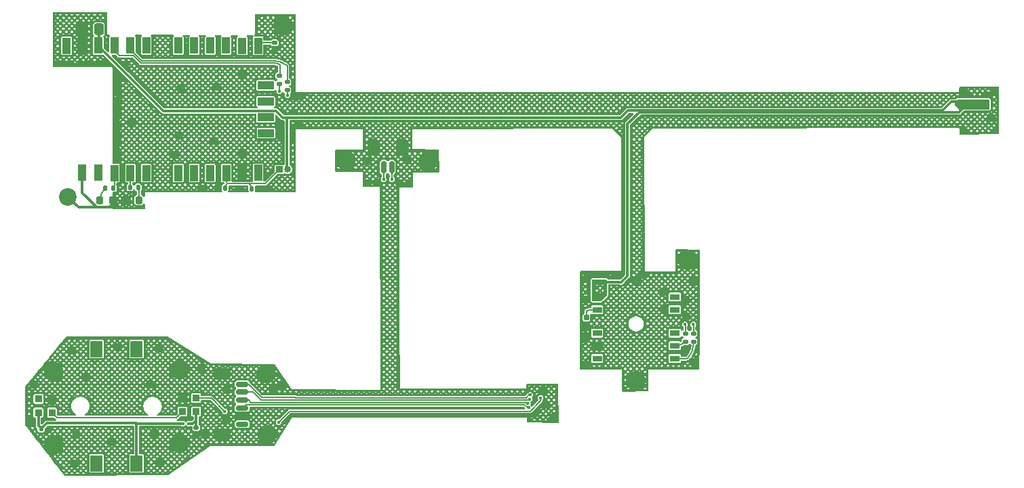
<source format=gbr>
%TF.GenerationSoftware,KiCad,Pcbnew,8.0.5*%
%TF.CreationDate,2025-02-13T07:49:46+01:00*%
%TF.ProjectId,flexpcb,666c6578-7063-4622-9e6b-696361645f70,rev?*%
%TF.SameCoordinates,Original*%
%TF.FileFunction,Copper,L2,Bot*%
%TF.FilePolarity,Positive*%
%FSLAX46Y46*%
G04 Gerber Fmt 4.6, Leading zero omitted, Abs format (unit mm)*
G04 Created by KiCad (PCBNEW 8.0.5) date 2025-02-13 07:49:46*
%MOMM*%
%LPD*%
G01*
G04 APERTURE LIST*
G04 Aperture macros list*
%AMRoundRect*
0 Rectangle with rounded corners*
0 $1 Rounding radius*
0 $2 $3 $4 $5 $6 $7 $8 $9 X,Y pos of 4 corners*
0 Add a 4 corners polygon primitive as box body*
4,1,4,$2,$3,$4,$5,$6,$7,$8,$9,$2,$3,0*
0 Add four circle primitives for the rounded corners*
1,1,$1+$1,$2,$3*
1,1,$1+$1,$4,$5*
1,1,$1+$1,$6,$7*
1,1,$1+$1,$8,$9*
0 Add four rect primitives between the rounded corners*
20,1,$1+$1,$2,$3,$4,$5,0*
20,1,$1+$1,$4,$5,$6,$7,0*
20,1,$1+$1,$6,$7,$8,$9,0*
20,1,$1+$1,$8,$9,$2,$3,0*%
G04 Aperture macros list end*
%TA.AperFunction,ComponentPad*%
%ADD10C,2.200000*%
%TD*%
%TA.AperFunction,ComponentPad*%
%ADD11R,0.850000X0.850000*%
%TD*%
%TA.AperFunction,ComponentPad*%
%ADD12O,0.850000X0.850000*%
%TD*%
%TA.AperFunction,SMDPad,CuDef*%
%ADD13RoundRect,0.135000X-0.185000X0.135000X-0.185000X-0.135000X0.185000X-0.135000X0.185000X0.135000X0*%
%TD*%
%TA.AperFunction,SMDPad,CuDef*%
%ADD14RoundRect,0.140000X0.170000X-0.140000X0.170000X0.140000X-0.170000X0.140000X-0.170000X-0.140000X0*%
%TD*%
%TA.AperFunction,SMDPad,CuDef*%
%ADD15RoundRect,0.155000X-0.155000X0.212500X-0.155000X-0.212500X0.155000X-0.212500X0.155000X0.212500X0*%
%TD*%
%TA.AperFunction,SMDPad,CuDef*%
%ADD16RoundRect,0.135000X-0.135000X-0.185000X0.135000X-0.185000X0.135000X0.185000X-0.135000X0.185000X0*%
%TD*%
%TA.AperFunction,SMDPad,CuDef*%
%ADD17R,1.200000X0.800000*%
%TD*%
%TA.AperFunction,SMDPad,CuDef*%
%ADD18RoundRect,0.150000X0.150000X0.625000X-0.150000X0.625000X-0.150000X-0.625000X0.150000X-0.625000X0*%
%TD*%
%TA.AperFunction,SMDPad,CuDef*%
%ADD19RoundRect,0.250000X0.350000X0.650000X-0.350000X0.650000X-0.350000X-0.650000X0.350000X-0.650000X0*%
%TD*%
%TA.AperFunction,SMDPad,CuDef*%
%ADD20RoundRect,0.250000X0.337500X0.475000X-0.337500X0.475000X-0.337500X-0.475000X0.337500X-0.475000X0*%
%TD*%
%TA.AperFunction,SMDPad,CuDef*%
%ADD21RoundRect,0.135000X0.185000X-0.135000X0.185000X0.135000X-0.185000X0.135000X-0.185000X-0.135000X0*%
%TD*%
%TA.AperFunction,SMDPad,CuDef*%
%ADD22RoundRect,0.140000X-0.140000X-0.170000X0.140000X-0.170000X0.140000X0.170000X-0.140000X0.170000X0*%
%TD*%
%TA.AperFunction,SMDPad,CuDef*%
%ADD23RoundRect,0.150000X-0.625000X0.150000X-0.625000X-0.150000X0.625000X-0.150000X0.625000X0.150000X0*%
%TD*%
%TA.AperFunction,SMDPad,CuDef*%
%ADD24RoundRect,0.250000X-0.650000X0.350000X-0.650000X-0.350000X0.650000X-0.350000X0.650000X0.350000X0*%
%TD*%
%TA.AperFunction,SMDPad,CuDef*%
%ADD25RoundRect,0.218750X-0.218750X-0.256250X0.218750X-0.256250X0.218750X0.256250X-0.218750X0.256250X0*%
%TD*%
%TA.AperFunction,SMDPad,CuDef*%
%ADD26R,1.500000X2.000000*%
%TD*%
%TA.AperFunction,SMDPad,CuDef*%
%ADD27R,0.900000X0.900000*%
%TD*%
%TA.AperFunction,SMDPad,CuDef*%
%ADD28RoundRect,0.218750X0.218750X0.256250X-0.218750X0.256250X-0.218750X-0.256250X0.218750X-0.256250X0*%
%TD*%
%TA.AperFunction,SMDPad,CuDef*%
%ADD29RoundRect,0.140000X0.140000X0.170000X-0.140000X0.170000X-0.140000X-0.170000X0.140000X-0.170000X0*%
%TD*%
%TA.AperFunction,SMDPad,CuDef*%
%ADD30RoundRect,0.135000X0.135000X0.185000X-0.135000X0.185000X-0.135000X-0.185000X0.135000X-0.185000X0*%
%TD*%
%TA.AperFunction,SMDPad,CuDef*%
%ADD31R,1.000000X2.000000*%
%TD*%
%TA.AperFunction,SMDPad,CuDef*%
%ADD32R,2.000000X1.000000*%
%TD*%
%TA.AperFunction,SMDPad,CuDef*%
%ADD33RoundRect,0.140000X-0.170000X0.140000X-0.170000X-0.140000X0.170000X-0.140000X0.170000X0.140000X0*%
%TD*%
%TA.AperFunction,ViaPad*%
%ADD34C,0.400000*%
%TD*%
%TA.AperFunction,Conductor*%
%ADD35C,0.300000*%
%TD*%
%TA.AperFunction,Conductor*%
%ADD36C,0.150000*%
%TD*%
%TA.AperFunction,Conductor*%
%ADD37C,0.200000*%
%TD*%
G04 APERTURE END LIST*
D10*
%TO.P,,1*%
%TO.N,GND*%
X104370000Y-117170000D03*
%TD*%
%TO.P,,1*%
%TO.N,GND*%
X77710000Y-109300000D03*
%TD*%
%TO.P,,1*%
%TO.N,GND*%
X93420000Y-118210000D03*
%TD*%
%TO.P,,1*%
%TO.N,GND*%
X104260000Y-109550000D03*
%TD*%
%TO.P,,1*%
%TO.N,GND*%
X124470000Y-82930000D03*
%TD*%
%TO.P,REF\u002A\u002A,1*%
%TO.N,GND*%
X79490000Y-87410000D03*
%TD*%
%TO.P,,1*%
%TO.N,GND*%
X156890000Y-95370000D03*
%TD*%
%TO.P,,1*%
%TO.N,GND*%
X106340000Y-66020000D03*
%TD*%
%TO.P,,1*%
%TO.N,GND*%
X93440000Y-109030000D03*
%TD*%
%TO.P,,1*%
%TO.N,GND*%
X114210000Y-82880000D03*
%TD*%
%TO.P,,1*%
%TO.N,GND*%
X77750000Y-118460000D03*
%TD*%
D11*
%TO.P,SW1,1,1*%
%TO.N,Net-(Tarvos1-MODE_1)*%
X105910000Y-84010000D03*
D12*
%TO.P,SW1,2,2*%
%TO.N,+3.3V*%
X106910000Y-84010000D03*
%TD*%
D10*
%TO.P,,1*%
%TO.N,GND*%
X150370000Y-110440000D03*
%TD*%
D13*
%TO.P,R8,1*%
%TO.N,TX_GPS*%
X156578200Y-104518200D03*
%TO.P,R8,2*%
%TO.N,Net-(PA1010D1-TX)*%
X156578200Y-105538200D03*
%TD*%
D14*
%TO.P,C4,1*%
%TO.N,+3.3V*%
X146458200Y-98088200D03*
%TO.P,C4,2*%
%TO.N,GND*%
X146458200Y-97128200D03*
%TD*%
D15*
%TO.P,C5,1*%
%TO.N,Net-(PA1010D1-VBACKUP)*%
X144218200Y-102530700D03*
%TO.P,C5,2*%
%TO.N,GND*%
X144218200Y-103665700D03*
%TD*%
D16*
%TO.P,R5,1*%
%TO.N,Net-(Tarvos1-RX_IND)*%
X87240000Y-86250000D03*
%TO.P,R5,2*%
%TO.N,Net-(D2-A)*%
X88260000Y-86250000D03*
%TD*%
D17*
%TO.P,PA1010D1,1,I2C_SDA*%
%TO.N,unconnected-(PA1010D1-I2C_SDA-Pad1)*%
X155268200Y-99978200D03*
%TO.P,PA1010D1,2,I2C_SCL*%
%TO.N,unconnected-(PA1010D1-I2C_SCL-Pad2)*%
X155268200Y-101578200D03*
%TO.P,PA1010D1,3,1PPS*%
%TO.N,unconnected-(PA1010D1-1PPS-Pad3)*%
X155268200Y-104478200D03*
%TO.P,PA1010D1,4,TX*%
%TO.N,Net-(PA1010D1-TX)*%
X155268200Y-106078200D03*
%TO.P,PA1010D1,5,RX*%
%TO.N,Net-(PA1010D1-RX)*%
X155268200Y-107678200D03*
%TO.P,PA1010D1,6,NRESET*%
%TO.N,unconnected-(PA1010D1-NRESET-Pad6)*%
X145568200Y-107678200D03*
%TO.P,PA1010D1,7,GND*%
%TO.N,GND*%
X145568200Y-106078200D03*
%TO.P,PA1010D1,8,WAKE_UP*%
%TO.N,unconnected-(PA1010D1-WAKE_UP-Pad8)*%
X145568200Y-104478200D03*
%TO.P,PA1010D1,9,VBACKUP*%
%TO.N,Net-(PA1010D1-VBACKUP)*%
X145568200Y-101578200D03*
%TO.P,PA1010D1,10,VCC*%
%TO.N,+3.3V*%
X145568200Y-99978200D03*
%TD*%
D18*
%TO.P,U2,1,1*%
%TO.N,exti1*%
X119910000Y-83730000D03*
%TO.P,U2,2,2*%
%TO.N,+3.3V*%
X118910000Y-83730000D03*
D19*
%TO.P,U2,MP,MP*%
%TO.N,GND*%
X121210000Y-81205000D03*
X117610000Y-81205000D03*
%TD*%
D20*
%TO.P,C1,1*%
%TO.N,+3.3V*%
X83347500Y-66480000D03*
%TO.P,C1,2*%
%TO.N,GND*%
X81272500Y-66480000D03*
%TD*%
D21*
%TO.P,R2,1*%
%TO.N,RX*%
X106880000Y-74110000D03*
%TO.P,R2,2*%
%TO.N,Net-(Tarvos1-URXD)*%
X106880000Y-73090000D03*
%TD*%
D22*
%TO.P,C7,1*%
%TO.N,+3.3V*%
X76140000Y-116440000D03*
%TO.P,C7,2*%
%TO.N,GND*%
X77100000Y-116440000D03*
%TD*%
D23*
%TO.P,U1,1,1*%
%TO.N,swo*%
X101270000Y-110870000D03*
%TO.P,U1,2,2*%
%TO.N,swclk*%
X101270000Y-111870000D03*
%TO.P,U1,3,3*%
%TO.N,swdio*%
X101270000Y-112870000D03*
%TO.P,U1,4,4*%
%TO.N,nrst*%
X101270000Y-113870000D03*
%TO.P,U1,5,5*%
%TO.N,GND*%
X101270000Y-114870000D03*
%TO.P,U1,6,6*%
%TO.N,unconnected-(U1-Pad6)*%
X101270000Y-115870000D03*
D24*
%TO.P,U1,MP,MP*%
%TO.N,GND*%
X98745000Y-109570000D03*
X98745000Y-117170000D03*
%TD*%
D13*
%TO.P,R7,1*%
%TO.N,RX_GPS*%
X157598200Y-104528200D03*
%TO.P,R7,2*%
%TO.N,Net-(PA1010D1-RX)*%
X157598200Y-105548200D03*
%TD*%
D25*
%TO.P,D2,1,K*%
%TO.N,GND*%
X86795000Y-87840000D03*
%TO.P,D2,2,A*%
%TO.N,Net-(D2-A)*%
X88370000Y-87840000D03*
%TD*%
D26*
%TO.P,SW2,1,1*%
%TO.N,+3.3V*%
X88060000Y-120770000D03*
X88060000Y-106470000D03*
%TO.P,SW2,2,2*%
%TO.N,EXTI0*%
X83060000Y-120770000D03*
X83060000Y-106470000D03*
%TD*%
D27*
%TO.P,LED1,1,DOUT*%
%TO.N,Net-(LED1-DOUT)*%
X93810000Y-114300000D03*
%TO.P,LED1,2,VDD*%
%TO.N,+3.3V*%
X95510000Y-114300000D03*
%TO.P,LED1,3,DIN*%
%TO.N,exti3{slash}pwmled*%
X95510000Y-112600000D03*
%TO.P,LED1,4,GND*%
%TO.N,GND*%
X93810000Y-112600000D03*
%TD*%
D28*
%TO.P,D1,1,K*%
%TO.N,GND*%
X85057500Y-87900000D03*
%TO.P,D1,2,A*%
%TO.N,Net-(D1-A)*%
X83482500Y-87900000D03*
%TD*%
D14*
%TO.P,C3,1*%
%TO.N,+3.3V*%
X145488200Y-98078200D03*
%TO.P,C3,2*%
%TO.N,GND*%
X145488200Y-97118200D03*
%TD*%
D21*
%TO.P,R1,1*%
%TO.N,TX*%
X105880000Y-73310000D03*
%TO.P,R1,2*%
%TO.N,Net-(Tarvos1-UTXD)*%
X105880000Y-72290000D03*
%TD*%
D27*
%TO.P,LED2,1,DOUT*%
%TO.N,unconnected-(LED2-DOUT-Pad1)*%
X75800000Y-112720000D03*
%TO.P,LED2,2,VDD*%
%TO.N,+3.3V*%
X75800000Y-114420000D03*
%TO.P,LED2,3,DIN*%
%TO.N,Net-(LED1-DOUT)*%
X77500000Y-114420000D03*
%TO.P,LED2,4,GND*%
%TO.N,GND*%
X77500000Y-112720000D03*
%TD*%
D29*
%TO.P,C2,1*%
%TO.N,Net-(Tarvos1-MODE_1)*%
X99110000Y-86340000D03*
%TO.P,C2,2*%
%TO.N,GND*%
X98150000Y-86340000D03*
%TD*%
D30*
%TO.P,R6,1*%
%TO.N,GND*%
X103470000Y-86400000D03*
%TO.P,R6,2*%
%TO.N,Net-(Tarvos1-MODE_1)*%
X102450000Y-86400000D03*
%TD*%
D31*
%TO.P,Tarvos1,1,ANT*%
%TO.N,unconnected-(Tarvos1-ANT-Pad1)*%
X79320000Y-68530000D03*
%TO.P,Tarvos1,2,GND*%
%TO.N,GND*%
X81310000Y-68510000D03*
%TO.P,Tarvos1,3,VCC*%
%TO.N,+3.3V*%
X83300000Y-68510000D03*
%TO.P,Tarvos1,4,UTXD*%
%TO.N,Net-(Tarvos1-UTXD)*%
X85300000Y-68500000D03*
%TO.P,Tarvos1,5,URXD*%
%TO.N,Net-(Tarvos1-URXD)*%
X87290000Y-68500000D03*
%TO.P,Tarvos1,6,/RTS*%
%TO.N,unconnected-(Tarvos1-{slash}RTS-Pad6)*%
X89280000Y-68510000D03*
%TO.P,Tarvos1,7,RSV*%
%TO.N,unconnected-(Tarvos1-RSV-Pad7)*%
X93270000Y-68520000D03*
%TO.P,Tarvos1,8,RSV*%
%TO.N,unconnected-(Tarvos1-RSV-Pad8)*%
X95270000Y-68520000D03*
%TO.P,Tarvos1,9,RSV*%
%TO.N,unconnected-(Tarvos1-RSV-Pad9)*%
X97260000Y-68520000D03*
%TO.P,Tarvos1,10,RSV*%
%TO.N,unconnected-(Tarvos1-RSV-Pad10)*%
X99230000Y-68510000D03*
%TO.P,Tarvos1,11,RSV*%
%TO.N,unconnected-(Tarvos1-RSV-Pad11)*%
X101250000Y-68530000D03*
%TO.P,Tarvos1,12,BOOT*%
%TO.N,Net-(Tarvos1-BOOT)*%
X103230000Y-68530000D03*
%TO.P,Tarvos1,13,RSV*%
%TO.N,unconnected-(Tarvos1-RSV-Pad13)*%
X103230000Y-84440000D03*
%TO.P,Tarvos1,14,WAKE-UP*%
%TO.N,GND*%
X101240000Y-84460000D03*
%TO.P,Tarvos1,15,MODE_1*%
%TO.N,Net-(Tarvos1-MODE_1)*%
X99250000Y-84470000D03*
%TO.P,Tarvos1,16,RSV*%
%TO.N,unconnected-(Tarvos1-RSV-Pad16)*%
X97250000Y-84460000D03*
%TO.P,Tarvos1,17,RSV*%
%TO.N,unconnected-(Tarvos1-RSV-Pad17)*%
X95260000Y-84450000D03*
%TO.P,Tarvos1,18,RSV*%
%TO.N,unconnected-(Tarvos1-RSV-Pad18)*%
X93280000Y-84460000D03*
%TO.P,Tarvos1,19,/RESET*%
%TO.N,unconnected-(Tarvos1-{slash}RESET-Pad19)*%
X89280000Y-84460000D03*
%TO.P,Tarvos1,20,RX_IND*%
%TO.N,Net-(Tarvos1-RX_IND)*%
X87290000Y-84450000D03*
%TO.P,Tarvos1,21,TX_IND*%
%TO.N,Net-(Tarvos1-TX_IND)*%
X85290000Y-84450000D03*
%TO.P,Tarvos1,22,RSV*%
%TO.N,unconnected-(Tarvos1-RSV-Pad22)*%
X83300000Y-84430000D03*
%TO.P,Tarvos1,23,GND*%
%TO.N,GND*%
X81300000Y-84440000D03*
D32*
%TO.P,Tarvos1,i1,TEST*%
%TO.N,unconnected-(Tarvos1-TEST-Padi1)*%
X104200000Y-73490000D03*
%TO.P,Tarvos1,i2,TEST*%
%TO.N,unconnected-(Tarvos1-TEST-Padi2)*%
X104200000Y-75520000D03*
%TO.P,Tarvos1,i3,TEST*%
%TO.N,unconnected-(Tarvos1-TEST-Padi3)*%
X104200000Y-77500000D03*
%TO.P,Tarvos1,i4,TEST*%
%TO.N,unconnected-(Tarvos1-TEST-Padi4)*%
X104220000Y-79460000D03*
%TD*%
D30*
%TO.P,R4,1*%
%TO.N,Net-(Tarvos1-TX_IND)*%
X85180000Y-86330000D03*
%TO.P,R4,2*%
%TO.N,Net-(D1-A)*%
X84160000Y-86330000D03*
%TD*%
D21*
%TO.P,R3,1*%
%TO.N,GND*%
X105310000Y-69180000D03*
%TO.P,R3,2*%
%TO.N,Net-(Tarvos1-BOOT)*%
X105310000Y-68160000D03*
%TD*%
D33*
%TO.P,C6,1*%
%TO.N,+3.3V*%
X95510000Y-116320000D03*
%TO.P,C6,2*%
%TO.N,GND*%
X95510000Y-117280000D03*
%TD*%
D34*
%TO.N,GND*%
X85670000Y-79570000D03*
X147790000Y-97310000D03*
X82210000Y-70840000D03*
X85750000Y-76390000D03*
X107380000Y-79930000D03*
X105284583Y-111379788D03*
X144210000Y-104980000D03*
X85763575Y-75331234D03*
X85610000Y-81720000D03*
X93292686Y-79768310D03*
X195380000Y-79260000D03*
X144140000Y-108420000D03*
X116880000Y-85820000D03*
X101340000Y-82050000D03*
X96110000Y-108920000D03*
X104640000Y-86600000D03*
X148530000Y-97250000D03*
X105910000Y-78880000D03*
X121890000Y-82870000D03*
X120930000Y-85790000D03*
X100790000Y-86580000D03*
X138070000Y-114160000D03*
X191160000Y-74180000D03*
X195300000Y-74150000D03*
X97729485Y-80412361D03*
X74830000Y-115650000D03*
X101340000Y-72120000D03*
X117610000Y-81205000D03*
X92900000Y-82190000D03*
X99300000Y-111540000D03*
X107340000Y-78740000D03*
X75260000Y-110900000D03*
X99350000Y-115290000D03*
X156690000Y-100350000D03*
X81630000Y-109990000D03*
X80290000Y-120850000D03*
X118120000Y-85720000D03*
X85720000Y-74380000D03*
X85620000Y-80680000D03*
X122150000Y-85750000D03*
X191260000Y-79140000D03*
X153920000Y-101530000D03*
X153760000Y-99350000D03*
X85760000Y-106270000D03*
X151360000Y-97180000D03*
X156680000Y-102350000D03*
X194710000Y-77500000D03*
X79950000Y-106620000D03*
X191710000Y-74750000D03*
X157710000Y-108250000D03*
X98745000Y-117170000D03*
X85020000Y-118020000D03*
X138750000Y-111920000D03*
X85640000Y-71710000D03*
X194410000Y-74760000D03*
X79820000Y-70860000D03*
X156530000Y-106660000D03*
X85640000Y-73300000D03*
X106220000Y-111130000D03*
X105860000Y-79810000D03*
X93578931Y-73864505D03*
X96300000Y-86480000D03*
X81020000Y-70830000D03*
X98051511Y-73578260D03*
X85710000Y-78460000D03*
X89760000Y-110850000D03*
X107650000Y-74800000D03*
X101270000Y-114870000D03*
X108529771Y-74806719D03*
X90240000Y-117010000D03*
X85590000Y-82780000D03*
X96730000Y-117010000D03*
X107680000Y-76920000D03*
X144180000Y-100320000D03*
X91080000Y-120610000D03*
X137610000Y-114530000D03*
X90790000Y-106380000D03*
X139080000Y-113440000D03*
X121210000Y-81205000D03*
X150570000Y-98110000D03*
X108476763Y-78506701D03*
X80580000Y-117130000D03*
X85670000Y-72530000D03*
X140090000Y-115050000D03*
X86540000Y-70940000D03*
X98745000Y-109570000D03*
X85690000Y-77330000D03*
X83270000Y-70810000D03*
X144230000Y-97590000D03*
X87560000Y-78090000D03*
X84360000Y-70810000D03*
X157560000Y-97880000D03*
X78580000Y-70860000D03*
X116850000Y-83010000D03*
%TO.N,+3.3V*%
X193380000Y-75660000D03*
X192800000Y-75660000D03*
X118910000Y-83790000D03*
X93850000Y-115800000D03*
X88060000Y-106470000D03*
X88045000Y-115785000D03*
X94580000Y-115800000D03*
X88060000Y-120710000D03*
X191530000Y-76040000D03*
X118920000Y-85250000D03*
X191060000Y-75540000D03*
%TO.N,swo*%
X137220000Y-112180000D03*
%TO.N,exti3{slash}pwmled*%
X99080000Y-114280000D03*
%TO.N,nrst*%
X137030477Y-113824794D03*
%TO.N,EXTI0*%
X83060000Y-106470000D03*
X83060000Y-120770000D03*
X105790000Y-115620000D03*
X138500000Y-112570000D03*
%TO.N,swdio*%
X136924999Y-113285000D03*
%TO.N,exti1*%
X119930000Y-85230000D03*
X119910000Y-83770000D03*
%TO.N,swclk*%
X137121222Y-112740112D03*
%TO.N,TX*%
X105880000Y-74230000D03*
%TO.N,RX*%
X106920000Y-74740000D03*
%TO.N,RX_GPS*%
X157570000Y-103410000D03*
%TO.N,TX_GPS*%
X156530000Y-103390000D03*
%TD*%
D35*
%TO.N,GND*%
X85570000Y-88730000D02*
X85630000Y-88670000D01*
X81300000Y-84440000D02*
X81300000Y-86932186D01*
X85057500Y-87900000D02*
X85057500Y-88282500D01*
X83097814Y-88730000D02*
X80810000Y-88730000D01*
X83097814Y-88730000D02*
X84610000Y-88730000D01*
X85057500Y-88282500D02*
X84610000Y-88730000D01*
X80810000Y-88730000D02*
X79490000Y-87410000D01*
X81300000Y-86932186D02*
X83097814Y-88730000D01*
X84610000Y-88730000D02*
X85570000Y-88730000D01*
D36*
%TO.N,Net-(PA1010D1-VBACKUP)*%
X144218200Y-102530700D02*
X144218200Y-101738200D01*
X144604474Y-101578200D02*
X145568200Y-101578200D01*
X144218200Y-101738200D02*
G75*
G02*
X144604474Y-101578189I386300J-386300D01*
G01*
D35*
%TO.N,+3.3V*%
X88010000Y-115750000D02*
X88045000Y-115785000D01*
X76830000Y-115750000D02*
X88010000Y-115750000D01*
X149392893Y-76650000D02*
X148512893Y-77530000D01*
X88060000Y-115800000D02*
X88060000Y-120710000D01*
X95510000Y-115370000D02*
X95510000Y-116320000D01*
D37*
X118910000Y-83790000D02*
X118910000Y-85240000D01*
D35*
X189820000Y-75540000D02*
X188710000Y-76650000D01*
X95510000Y-114300000D02*
X95510000Y-115370000D01*
X88060000Y-120710000D02*
X88060000Y-120770000D01*
X83347500Y-68462500D02*
X83300000Y-68510000D01*
X193380000Y-75660000D02*
X192800000Y-75660000D01*
X192800000Y-75660000D02*
X191180000Y-75660000D01*
X106980000Y-77530000D02*
X106330000Y-77530000D01*
X76140000Y-116440000D02*
X76830000Y-115750000D01*
X148540000Y-98130000D02*
X148498200Y-98088200D01*
X191180000Y-75660000D02*
X191060000Y-75540000D01*
X191060000Y-75540000D02*
X189820000Y-75540000D01*
X105500000Y-76700000D02*
X91420000Y-76700000D01*
X148498200Y-98088200D02*
X146458200Y-98088200D01*
X83347500Y-66480000D02*
X83347500Y-68462500D01*
X106840000Y-83940000D02*
X106840000Y-77670000D01*
X191530000Y-76010000D02*
X191060000Y-75540000D01*
X93850000Y-115800000D02*
X88060000Y-115800000D01*
X191530000Y-76040000D02*
X191530000Y-76010000D01*
X191910000Y-75660000D02*
X192800000Y-75660000D01*
X190720000Y-76850000D02*
X150840000Y-76850000D01*
X191530000Y-76040000D02*
X190720000Y-76850000D01*
X95510000Y-115370000D02*
X95080000Y-115800000D01*
X148512893Y-77530000D02*
X106980000Y-77530000D01*
X83300000Y-68580000D02*
X83300000Y-68510000D01*
D37*
X118910000Y-83730000D02*
X118910000Y-83790000D01*
D35*
X75800000Y-116100000D02*
X76140000Y-116440000D01*
X106910000Y-84010000D02*
X106840000Y-83940000D01*
X150840000Y-76850000D02*
X149350000Y-78340000D01*
X149350000Y-78340000D02*
X149350000Y-97320000D01*
X106330000Y-77530000D02*
X105500000Y-76700000D01*
X188710000Y-76650000D02*
X149392893Y-76650000D01*
X75800000Y-114420000D02*
X75800000Y-116100000D01*
X91420000Y-76700000D02*
X83300000Y-68580000D01*
X95080000Y-115800000D02*
X94580000Y-115800000D01*
X88045000Y-115785000D02*
X88060000Y-115800000D01*
X149350000Y-97320000D02*
X148540000Y-98130000D01*
X191530000Y-76040000D02*
X191910000Y-75660000D01*
D37*
X118910000Y-85240000D02*
X118920000Y-85250000D01*
D35*
X106840000Y-77670000D02*
X106980000Y-77530000D01*
D36*
%TO.N,Net-(Tarvos1-MODE_1)*%
X99094153Y-86324153D02*
X99094153Y-86234519D01*
X102160000Y-85790000D02*
X104130000Y-85790000D01*
X99110000Y-86340000D02*
X99094153Y-86324153D01*
X102450000Y-86400000D02*
X102427223Y-86377223D01*
X104130000Y-85790000D02*
X105910000Y-84010000D01*
X99394142Y-85790000D02*
X102160000Y-85790000D01*
X99250000Y-84470000D02*
X99250000Y-85490295D01*
X102427223Y-86377223D02*
X102427223Y-86230318D01*
X102427223Y-86230318D02*
G75*
G03*
X102159994Y-85790006I-1056223J-339782D01*
G01*
X99370000Y-85780000D02*
G75*
G03*
X99394142Y-85789983I24100J24100D01*
G01*
X99250000Y-85490295D02*
G75*
G03*
X99369998Y-85780002I409700J-5D01*
G01*
X99094153Y-86234519D02*
G75*
G02*
X99370004Y-85780004I1090347J-350781D01*
G01*
%TO.N,Net-(D1-A)*%
X84160000Y-86330000D02*
X84113593Y-86376407D01*
X84113593Y-86376407D02*
G75*
G03*
X83482504Y-87900000I1523607J-1523593D01*
G01*
%TO.N,Net-(D2-A)*%
X88370000Y-86515563D02*
X88370000Y-87840000D01*
X88260000Y-86250000D02*
G75*
G02*
X88370015Y-86515563I-265600J-265600D01*
G01*
%TO.N,swo*%
X136700293Y-112560000D02*
X107950000Y-112560000D01*
X137080293Y-112180000D02*
X136700293Y-112560000D01*
X137220000Y-112180000D02*
X137080293Y-112180000D01*
X103674999Y-112500000D02*
X102044999Y-110870000D01*
X107950000Y-112560000D02*
X107890000Y-112500000D01*
X107890000Y-112500000D02*
X103674999Y-112500000D01*
X102044999Y-110870000D02*
X101270000Y-110870000D01*
%TO.N,exti3{slash}pwmled*%
X97400000Y-112600000D02*
X95510000Y-112600000D01*
X99080000Y-114280000D02*
X97400000Y-112600000D01*
%TO.N,nrst*%
X136498959Y-113460000D02*
X102210735Y-113460000D01*
X101720000Y-113420000D02*
X101270000Y-113870000D01*
X137030477Y-113824794D02*
X136863753Y-113824794D01*
X136863753Y-113824794D02*
X136498959Y-113460000D01*
X102210735Y-113460000D02*
X102170735Y-113420000D01*
X102170735Y-113420000D02*
X101720000Y-113420000D01*
%TO.N,EXTI0*%
X138500000Y-112956312D02*
X137206518Y-114249794D01*
X137206518Y-114249794D02*
X107160206Y-114249794D01*
X107160206Y-114249794D02*
X105790000Y-115620000D01*
X138500000Y-112570000D02*
X138500000Y-112956312D01*
%TO.N,swdio*%
X102334999Y-113160000D02*
X102044999Y-112870000D01*
X102044999Y-112870000D02*
X101270000Y-112870000D01*
X136799999Y-113160000D02*
X102334999Y-113160000D01*
X136924999Y-113285000D02*
X136799999Y-113160000D01*
D37*
%TO.N,exti1*%
X119910000Y-83770000D02*
X119910000Y-85210000D01*
X119910000Y-83730000D02*
X119910000Y-83770000D01*
X119910000Y-85210000D02*
X119930000Y-85230000D01*
D36*
%TO.N,swclk*%
X137001334Y-112860000D02*
X103610735Y-112860000D01*
X103610735Y-112860000D02*
X102620735Y-111870000D01*
X102620735Y-111870000D02*
X101270000Y-111870000D01*
X137121222Y-112740112D02*
X137001334Y-112860000D01*
%TO.N,Net-(LED1-DOUT)*%
X93050000Y-115060000D02*
X78140000Y-115060000D01*
X93810000Y-114300000D02*
X93050000Y-115060000D01*
X78140000Y-115060000D02*
X77500000Y-114420000D01*
%TO.N,Net-(PA1010D1-TX)*%
X155268200Y-106078200D02*
X155274525Y-106078200D01*
X155274525Y-106078200D02*
G75*
G03*
X156578193Y-105538193I-25J1843700D01*
G01*
%TO.N,Net-(PA1010D1-RX)*%
X155268200Y-107678200D02*
X156660921Y-107678200D01*
X157598200Y-105849967D02*
X157598200Y-105548200D01*
X156878200Y-107588200D02*
G75*
G03*
X157598186Y-105849967I-1738200J1738200D01*
G01*
X156660921Y-107678200D02*
G75*
G03*
X156878194Y-107588194I-21J307300D01*
G01*
%TO.N,TX*%
X105880000Y-73310000D02*
X105880000Y-74230000D01*
%TO.N,Net-(Tarvos1-UTXD)*%
X85702818Y-69599315D02*
X85794975Y-69694974D01*
X88595736Y-70720000D02*
X105046568Y-70720000D01*
X85302489Y-68632806D02*
X85344039Y-68895149D01*
X105049070Y-70722597D02*
X105331578Y-70727853D01*
X105638862Y-70768882D02*
X105871353Y-70831353D01*
X105046568Y-70720000D02*
X105049070Y-70722597D01*
X105970000Y-72200000D02*
X105880000Y-72290000D01*
X87665736Y-69790000D02*
X88595736Y-70720000D01*
X105871353Y-70831353D02*
X105970000Y-70930000D01*
X105970000Y-70930000D02*
X105970000Y-72200000D01*
X85426115Y-69147763D02*
X85546698Y-69384427D01*
X85546698Y-69384427D02*
X85702818Y-69599315D01*
X105331578Y-70727853D02*
X105638862Y-70768882D01*
X85890001Y-69790000D02*
X87665736Y-69790000D01*
X85794975Y-69694974D02*
X85890001Y-69790000D01*
X85344039Y-68895149D02*
X85426115Y-69147763D01*
X85300000Y-68500000D02*
X85302489Y-68632806D01*
%TO.N,Net-(Tarvos1-URXD)*%
X88720000Y-70420000D02*
X87636483Y-69336483D01*
X106880000Y-73090000D02*
X106880000Y-71050000D01*
X106880000Y-71050000D02*
X106810000Y-70980000D01*
X106807381Y-70980000D02*
X106795773Y-70968392D01*
X106810000Y-70980000D02*
X106807381Y-70980000D01*
X105181056Y-70420000D02*
X88720000Y-70420000D01*
X106795773Y-70968392D02*
G75*
G03*
X105181056Y-70420030I-1622673J-2126608D01*
G01*
X87636483Y-69336483D02*
G75*
G02*
X87290010Y-68500000I836517J836483D01*
G01*
%TO.N,RX*%
X106880000Y-74110000D02*
X106880000Y-74700000D01*
X106880000Y-74700000D02*
X106920000Y-74740000D01*
%TO.N,Net-(Tarvos1-BOOT)*%
X105290000Y-68140000D02*
X103620000Y-68140000D01*
X105310000Y-68160000D02*
X105290000Y-68140000D01*
X103620000Y-68140000D02*
X103230000Y-68530000D01*
%TO.N,Net-(Tarvos1-TX_IND)*%
X85290000Y-84450000D02*
X85290000Y-86064437D01*
X85290000Y-86064437D02*
G75*
G02*
X85179989Y-86329989I-375600J37D01*
G01*
%TO.N,Net-(Tarvos1-RX_IND)*%
X87290000Y-84450000D02*
X87290000Y-86129290D01*
X87290000Y-86129290D02*
G75*
G02*
X87240003Y-86250003I-170700J-10D01*
G01*
%TO.N,RX_GPS*%
X157598200Y-104528200D02*
X157598200Y-103438200D01*
X157598200Y-103438200D02*
X157570000Y-103410000D01*
%TO.N,TX_GPS*%
X156578200Y-103438200D02*
X156530000Y-103390000D01*
X156578200Y-104518200D02*
X156578200Y-103438200D01*
%TD*%
%TA.AperFunction,Conductor*%
%TO.N,GND*%
G36*
X107902539Y-64630185D02*
G01*
X107948294Y-64682989D01*
X107959500Y-64734500D01*
X107959500Y-74217407D01*
X107959490Y-74217464D01*
X107959500Y-74260088D01*
X107959500Y-74281000D01*
X107959504Y-74281004D01*
X107959505Y-74281005D01*
X107974299Y-74295792D01*
X107989082Y-74310575D01*
X107989083Y-74310575D01*
X107989094Y-74310580D01*
X108009769Y-74310575D01*
X108030918Y-74310575D01*
X108058459Y-74310575D01*
X108058514Y-74310562D01*
X190710255Y-74290575D01*
X190730918Y-74290575D01*
X190731149Y-74290575D01*
X190731615Y-74290366D01*
X190735737Y-74285761D01*
X190746642Y-74274852D01*
X190746644Y-74274854D01*
X190746654Y-74274839D01*
X190760500Y-74260993D01*
X190760500Y-74260988D01*
X190760502Y-74260983D01*
X190760505Y-74260981D01*
X190760500Y-74239169D01*
X190760500Y-74141758D01*
X191709786Y-74141758D01*
X191712771Y-74160602D01*
X191712771Y-74197229D01*
X191729398Y-74197229D01*
X191761139Y-74202256D01*
X191765712Y-74197684D01*
X192117851Y-74197684D01*
X192296043Y-74375876D01*
X192474234Y-74197684D01*
X192826372Y-74197684D01*
X193004564Y-74375876D01*
X193182755Y-74197684D01*
X193534893Y-74197684D01*
X193713085Y-74375876D01*
X193891276Y-74197684D01*
X194243414Y-74197684D01*
X194271778Y-74226048D01*
X194390602Y-74207229D01*
X194429398Y-74207229D01*
X194562367Y-74228289D01*
X194567518Y-74229962D01*
X194599796Y-74197684D01*
X194421606Y-74019493D01*
X194243414Y-74197684D01*
X193891276Y-74197684D01*
X193713085Y-74019493D01*
X193534893Y-74197684D01*
X193182755Y-74197684D01*
X193004564Y-74019493D01*
X192826372Y-74197684D01*
X192474234Y-74197684D01*
X192296043Y-74019493D01*
X192117851Y-74197684D01*
X191765712Y-74197684D01*
X191709786Y-74141758D01*
X190760500Y-74141758D01*
X190760500Y-73943500D01*
X191863667Y-73943500D01*
X191941782Y-74021615D01*
X192019899Y-73943500D01*
X192572187Y-73943500D01*
X192650303Y-74021615D01*
X192728419Y-73943500D01*
X193280708Y-73943500D01*
X193358824Y-74021615D01*
X193436940Y-73943500D01*
X193989229Y-73943500D01*
X194067345Y-74021615D01*
X194145461Y-73943500D01*
X194697750Y-73943500D01*
X194766045Y-74011795D01*
X194768289Y-73997633D01*
X194780277Y-73960736D01*
X194789059Y-73943500D01*
X194697750Y-73943500D01*
X194145461Y-73943500D01*
X193989229Y-73943500D01*
X193436940Y-73943500D01*
X193280708Y-73943500D01*
X192728419Y-73943500D01*
X192572187Y-73943500D01*
X192019899Y-73943500D01*
X191863667Y-73943500D01*
X190760500Y-73943500D01*
X190760500Y-73794500D01*
X190780185Y-73727461D01*
X190832989Y-73681706D01*
X190884500Y-73670500D01*
X195645500Y-73670500D01*
X195712539Y-73690185D01*
X195758294Y-73742989D01*
X195769500Y-73794500D01*
X195769500Y-79476865D01*
X195749815Y-79543904D01*
X195697011Y-79589659D01*
X195646474Y-79600861D01*
X190907851Y-79638100D01*
X190840659Y-79618943D01*
X190794491Y-79566500D01*
X190782888Y-79512440D01*
X190783162Y-79492056D01*
X190784973Y-79357153D01*
X191918030Y-79357153D01*
X191965164Y-79356782D01*
X191959922Y-79351540D01*
X192632163Y-79351540D01*
X192668159Y-79351257D01*
X192662830Y-79345928D01*
X193346296Y-79345928D01*
X193371155Y-79345732D01*
X193365739Y-79340316D01*
X194060429Y-79340316D01*
X194074152Y-79340208D01*
X194067344Y-79333400D01*
X194060429Y-79340316D01*
X193365739Y-79340316D01*
X193358824Y-79333400D01*
X193346296Y-79345928D01*
X192662830Y-79345928D01*
X192650303Y-79333400D01*
X192632163Y-79351540D01*
X191959922Y-79351540D01*
X191941782Y-79333400D01*
X191918030Y-79357153D01*
X190784973Y-79357153D01*
X190787655Y-79157331D01*
X192117851Y-79157331D01*
X192296042Y-79335522D01*
X192474233Y-79157331D01*
X192826372Y-79157331D01*
X193004563Y-79335522D01*
X193182754Y-79157331D01*
X193534893Y-79157331D01*
X193713084Y-79335522D01*
X193891275Y-79157331D01*
X194243414Y-79157331D01*
X194421605Y-79335522D01*
X194422424Y-79334703D01*
X194774563Y-79334703D01*
X194777148Y-79334683D01*
X194775865Y-79333400D01*
X194774563Y-79334703D01*
X194422424Y-79334703D01*
X194599796Y-79157331D01*
X194421606Y-78979140D01*
X194243414Y-79157331D01*
X193891275Y-79157331D01*
X193713085Y-78979140D01*
X193534893Y-79157331D01*
X193182754Y-79157331D01*
X193004564Y-78979140D01*
X192826372Y-79157331D01*
X192474233Y-79157331D01*
X192296043Y-78979140D01*
X192117851Y-79157331D01*
X190787655Y-79157331D01*
X190790417Y-78951501D01*
X190791058Y-78948387D01*
X190791039Y-78926999D01*
X190791021Y-78907251D01*
X190791031Y-78905695D01*
X190791298Y-78885884D01*
X190791296Y-78885882D01*
X190791297Y-78885862D01*
X190791020Y-78885179D01*
X190777102Y-78871284D01*
X190775861Y-78870027D01*
X190762101Y-78855892D01*
X190761422Y-78855606D01*
X190761398Y-78855606D01*
X190760029Y-78855607D01*
X190741800Y-78855622D01*
X190740036Y-78855611D01*
X190698975Y-78855060D01*
X190695849Y-78855660D01*
X152571592Y-78887465D01*
X152569296Y-78887446D01*
X152549934Y-78887103D01*
X152549071Y-78887452D01*
X152535372Y-78901173D01*
X152533737Y-78902780D01*
X151476741Y-79922959D01*
X151472866Y-79925510D01*
X151445438Y-79953133D01*
X151443566Y-79954978D01*
X151429834Y-79968232D01*
X151429424Y-79969202D01*
X151429492Y-79988302D01*
X151429474Y-79990928D01*
X151428786Y-80029868D01*
X151429657Y-80034416D01*
X151489499Y-96749868D01*
X151489500Y-96750312D01*
X151489500Y-96770923D01*
X151489570Y-96771092D01*
X151489574Y-96771096D01*
X151489575Y-96771098D01*
X151504278Y-96785696D01*
X151519082Y-96800500D01*
X151519260Y-96800573D01*
X151519261Y-96800572D01*
X151519263Y-96800574D01*
X151539558Y-96800501D01*
X151539624Y-96800501D01*
X151540068Y-96800500D01*
X155310918Y-96800500D01*
X155340500Y-96770918D01*
X155340500Y-96516095D01*
X155629020Y-96516095D01*
X155807212Y-96694287D01*
X155985403Y-96516096D01*
X155985402Y-96516095D01*
X156337541Y-96516095D01*
X156515732Y-96694287D01*
X156635004Y-96575015D01*
X157104981Y-96575015D01*
X157224253Y-96694287D01*
X157402445Y-96516096D01*
X157754583Y-96516096D01*
X157932774Y-96694286D01*
X158098720Y-96528340D01*
X158098965Y-96504095D01*
X157932774Y-96337904D01*
X157754583Y-96516096D01*
X157402445Y-96516096D01*
X157379396Y-96493047D01*
X157237113Y-96548168D01*
X157215104Y-96554430D01*
X157104981Y-96575015D01*
X156635004Y-96575015D01*
X156641306Y-96568713D01*
X156564896Y-96554430D01*
X156542887Y-96548168D01*
X156371762Y-96481874D01*
X156337541Y-96516095D01*
X155985402Y-96516095D01*
X155807211Y-96337904D01*
X155629020Y-96516095D01*
X155340500Y-96516095D01*
X155340500Y-96179478D01*
X155613500Y-96179478D01*
X155631142Y-96161835D01*
X155613500Y-96144193D01*
X155613500Y-96179478D01*
X155340500Y-96179478D01*
X155340500Y-95807574D01*
X155629020Y-95807574D01*
X155807211Y-95985765D01*
X155821935Y-95971042D01*
X155811455Y-95949996D01*
X157968544Y-95949996D01*
X158105954Y-95812585D01*
X158106055Y-95802664D01*
X158054223Y-95750832D01*
X158039380Y-95803002D01*
X158031114Y-95824339D01*
X157968544Y-95949996D01*
X155811455Y-95949996D01*
X155748886Y-95824339D01*
X155740620Y-95803002D01*
X155716913Y-95719681D01*
X155629020Y-95807574D01*
X155340500Y-95807574D01*
X155340500Y-95470957D01*
X155613500Y-95470957D01*
X155631142Y-95453314D01*
X155613500Y-95435672D01*
X155613500Y-95470957D01*
X155340500Y-95470957D01*
X155340500Y-95099053D01*
X155629020Y-95099053D01*
X155681399Y-95151432D01*
X155684831Y-95133076D01*
X155704642Y-95063445D01*
X158075357Y-95063445D01*
X158091131Y-95118887D01*
X158110965Y-95099053D01*
X158075357Y-95063445D01*
X155704642Y-95063445D01*
X155720554Y-95007519D01*
X155629020Y-95099053D01*
X155340500Y-95099053D01*
X155340500Y-94762436D01*
X155613500Y-94762436D01*
X155631141Y-94744794D01*
X158108844Y-94744794D01*
X158116667Y-94752617D01*
X158116827Y-94736810D01*
X158108844Y-94744794D01*
X155631141Y-94744794D01*
X155631142Y-94744793D01*
X155613500Y-94727151D01*
X155613500Y-94762436D01*
X155340500Y-94762436D01*
X155340500Y-94390532D01*
X155629020Y-94390532D01*
X155807212Y-94568724D01*
X155985403Y-94390533D01*
X155985402Y-94390532D01*
X157754583Y-94390532D01*
X157932774Y-94568723D01*
X158110965Y-94390532D01*
X158007294Y-94286861D01*
X157860140Y-94284975D01*
X157754583Y-94390532D01*
X155985402Y-94390532D01*
X155854131Y-94259261D01*
X155761478Y-94258074D01*
X155629020Y-94390532D01*
X155340500Y-94390532D01*
X155340500Y-94105256D01*
X155360185Y-94038217D01*
X155412989Y-93992462D01*
X155466085Y-93981266D01*
X158273445Y-94017251D01*
X158340227Y-94037793D01*
X158385301Y-94091179D01*
X158395850Y-94142494D01*
X158369956Y-96704477D01*
X158369607Y-96706183D01*
X158369501Y-96749202D01*
X158369495Y-96750142D01*
X158369062Y-96793184D01*
X158369389Y-96794892D01*
X158348103Y-105550799D01*
X158339924Y-108915500D01*
X158339923Y-108915801D01*
X158320075Y-108982793D01*
X158267160Y-109028419D01*
X158215923Y-109039500D01*
X152009081Y-109039500D01*
X151979500Y-109069081D01*
X151979500Y-111638053D01*
X151959815Y-111705092D01*
X151907011Y-111750847D01*
X151857329Y-111762040D01*
X148816329Y-111806893D01*
X148749006Y-111788199D01*
X148702478Y-111736075D01*
X148690500Y-111682906D01*
X148690500Y-111395037D01*
X149252331Y-111395037D01*
X149382800Y-111525506D01*
X149479672Y-111524077D01*
X149604930Y-111398819D01*
X149600781Y-111395037D01*
X151377894Y-111395037D01*
X151477468Y-111494611D01*
X151637054Y-111492257D01*
X151706500Y-111422812D01*
X151706500Y-111367260D01*
X151556085Y-111216845D01*
X151377894Y-111395037D01*
X149600781Y-111395037D01*
X149470069Y-111275877D01*
X149454653Y-111258967D01*
X149426148Y-111221220D01*
X149252331Y-111395037D01*
X148690500Y-111395037D01*
X148690500Y-110975347D01*
X148963500Y-110975347D01*
X148963500Y-111106205D01*
X149076262Y-111218967D01*
X149254453Y-111040776D01*
X149076262Y-110862584D01*
X148963500Y-110975347D01*
X148690500Y-110975347D01*
X148690500Y-110837968D01*
X151529347Y-110837968D01*
X151556086Y-110864707D01*
X151706500Y-110714293D01*
X151706500Y-110658739D01*
X151589789Y-110542028D01*
X151579374Y-110654431D01*
X151575169Y-110676924D01*
X151529347Y-110837968D01*
X148690500Y-110837968D01*
X148690500Y-110266826D01*
X148963500Y-110266826D01*
X148963500Y-110397684D01*
X149076261Y-110510446D01*
X149141816Y-110444892D01*
X149141816Y-110428559D01*
X149159535Y-110237337D01*
X149076262Y-110154064D01*
X148963500Y-110266826D01*
X148690500Y-110266826D01*
X148690500Y-109891608D01*
X151464281Y-109891608D01*
X151511114Y-109985661D01*
X151519380Y-110006998D01*
X151560555Y-110151716D01*
X151706500Y-110005772D01*
X151706500Y-109950218D01*
X151556086Y-109799804D01*
X151464281Y-109891608D01*
X148690500Y-109891608D01*
X148690500Y-109558305D01*
X148963500Y-109558305D01*
X148963500Y-109689163D01*
X149076262Y-109801925D01*
X149254453Y-109623734D01*
X149126739Y-109496019D01*
X151151347Y-109496019D01*
X151269931Y-109604123D01*
X151285347Y-109621033D01*
X151327240Y-109676509D01*
X151380016Y-109623733D01*
X151201824Y-109445542D01*
X151151347Y-109496019D01*
X149126739Y-109496019D01*
X149076262Y-109445542D01*
X148963500Y-109558305D01*
X148690500Y-109558305D01*
X148690500Y-109269474D01*
X149252331Y-109269474D01*
X149430522Y-109447665D01*
X149608714Y-109269474D01*
X149608713Y-109269473D01*
X149960852Y-109269473D01*
X149972666Y-109281287D01*
X150022888Y-109261832D01*
X150044896Y-109255570D01*
X150054862Y-109253707D01*
X150685139Y-109253707D01*
X150695104Y-109255570D01*
X150717113Y-109261832D01*
X150907207Y-109335474D01*
X150927691Y-109345675D01*
X150941193Y-109354035D01*
X151025754Y-109269474D01*
X151377894Y-109269474D01*
X151556085Y-109447665D01*
X151706500Y-109297251D01*
X151706500Y-109241697D01*
X151556085Y-109091282D01*
X151377894Y-109269474D01*
X151025754Y-109269474D01*
X151025755Y-109269473D01*
X150847564Y-109091282D01*
X150685139Y-109253707D01*
X150054862Y-109253707D01*
X150245285Y-109218111D01*
X150264126Y-109216365D01*
X150139043Y-109091282D01*
X149960852Y-109269473D01*
X149608713Y-109269473D01*
X149430522Y-109091282D01*
X149252331Y-109269474D01*
X148690500Y-109269474D01*
X148690500Y-109069082D01*
X148660918Y-109039500D01*
X143554500Y-109039500D01*
X143487461Y-109019815D01*
X143441706Y-108967011D01*
X143430500Y-108915500D01*
X143430500Y-108903648D01*
X148909635Y-108903648D01*
X148918145Y-108914018D01*
X148920881Y-108918113D01*
X148932339Y-108939550D01*
X148939361Y-108956504D01*
X149076262Y-109093405D01*
X149254453Y-108915213D01*
X149606591Y-108915213D01*
X149784783Y-109093404D01*
X149962974Y-108915213D01*
X150315112Y-108915213D01*
X150493304Y-109093404D01*
X150671495Y-108915213D01*
X151023633Y-108915213D01*
X151201825Y-109093404D01*
X151380016Y-108915213D01*
X151732155Y-108915213D01*
X151744220Y-108927278D01*
X151749119Y-108918113D01*
X151751855Y-108914018D01*
X151767278Y-108895224D01*
X151835224Y-108827278D01*
X151854018Y-108811855D01*
X151858113Y-108809119D01*
X151879548Y-108797662D01*
X151929673Y-108776900D01*
X151945440Y-108772116D01*
X151939824Y-108766500D01*
X152589389Y-108766500D01*
X152648345Y-108766500D01*
X153297910Y-108766500D01*
X153356866Y-108766500D01*
X154006431Y-108766500D01*
X154065387Y-108766500D01*
X154714952Y-108766500D01*
X154773908Y-108766500D01*
X155423473Y-108766500D01*
X155482429Y-108766500D01*
X156131994Y-108766500D01*
X156190950Y-108766500D01*
X156840515Y-108766500D01*
X156899471Y-108766500D01*
X156869993Y-108737021D01*
X156840515Y-108766500D01*
X156190950Y-108766500D01*
X156161472Y-108737021D01*
X156131994Y-108766500D01*
X155482429Y-108766500D01*
X155452951Y-108737021D01*
X155423473Y-108766500D01*
X154773908Y-108766500D01*
X154744430Y-108737021D01*
X154714952Y-108766500D01*
X154065387Y-108766500D01*
X154035909Y-108737021D01*
X154006431Y-108766500D01*
X153356866Y-108766500D01*
X153327388Y-108737021D01*
X153297910Y-108766500D01*
X152648345Y-108766500D01*
X152618867Y-108737021D01*
X152589389Y-108766500D01*
X151939824Y-108766500D01*
X151910346Y-108737021D01*
X151732155Y-108915213D01*
X151380016Y-108915213D01*
X151201825Y-108737021D01*
X151023633Y-108915213D01*
X150671495Y-108915213D01*
X150493304Y-108737021D01*
X150315112Y-108915213D01*
X149962974Y-108915213D01*
X149784783Y-108737021D01*
X149606591Y-108915213D01*
X149254453Y-108915213D01*
X149076261Y-108737021D01*
X148909635Y-108903648D01*
X143430500Y-108903648D01*
X143430500Y-108766500D01*
X144795658Y-108766500D01*
X144854614Y-108766500D01*
X145504179Y-108766500D01*
X145563135Y-108766500D01*
X146212700Y-108766500D01*
X146271656Y-108766500D01*
X146921221Y-108766500D01*
X146980177Y-108766500D01*
X147629742Y-108766500D01*
X147688698Y-108766500D01*
X148338263Y-108766500D01*
X148397219Y-108766500D01*
X148367741Y-108737021D01*
X148338263Y-108766500D01*
X147688698Y-108766500D01*
X147659220Y-108737021D01*
X147629742Y-108766500D01*
X146980177Y-108766500D01*
X146950699Y-108737021D01*
X146921221Y-108766500D01*
X146271656Y-108766500D01*
X146242178Y-108737021D01*
X146212700Y-108766500D01*
X145563135Y-108766500D01*
X145533657Y-108737021D01*
X145504179Y-108766500D01*
X144854614Y-108766500D01*
X144825136Y-108737021D01*
X144795658Y-108766500D01*
X143430500Y-108766500D01*
X143430500Y-108560953D01*
X145001205Y-108560953D01*
X145179396Y-108739144D01*
X145357588Y-108560953D01*
X145709726Y-108560953D01*
X145887917Y-108739144D01*
X146066109Y-108560953D01*
X146066108Y-108560952D01*
X146418247Y-108560952D01*
X146596438Y-108739144D01*
X146774630Y-108560953D01*
X146774629Y-108560952D01*
X147126768Y-108560952D01*
X147304959Y-108739144D01*
X147483151Y-108560953D01*
X147483150Y-108560952D01*
X147835289Y-108560952D01*
X148013480Y-108739144D01*
X148191672Y-108560953D01*
X148191671Y-108560952D01*
X148543810Y-108560952D01*
X148722001Y-108739143D01*
X148900191Y-108560953D01*
X149252331Y-108560953D01*
X149430522Y-108739144D01*
X149608714Y-108560953D01*
X149960852Y-108560953D01*
X150139043Y-108739144D01*
X150317235Y-108560953D01*
X150669373Y-108560953D01*
X150847564Y-108739144D01*
X151025756Y-108560953D01*
X151377894Y-108560953D01*
X151556085Y-108739144D01*
X151734277Y-108560953D01*
X151734276Y-108560952D01*
X152086415Y-108560952D01*
X152264606Y-108739144D01*
X152442798Y-108560953D01*
X152442797Y-108560952D01*
X152794936Y-108560952D01*
X152973127Y-108739144D01*
X153151319Y-108560953D01*
X153151318Y-108560952D01*
X153503457Y-108560952D01*
X153681648Y-108739144D01*
X153859840Y-108560953D01*
X153859839Y-108560952D01*
X154211978Y-108560952D01*
X154390169Y-108739144D01*
X154568361Y-108560953D01*
X154920499Y-108560953D01*
X155098690Y-108739144D01*
X155276882Y-108560953D01*
X155629020Y-108560953D01*
X155807211Y-108739144D01*
X155985403Y-108560953D01*
X155985402Y-108560952D01*
X156337541Y-108560952D01*
X156515732Y-108739144D01*
X156693924Y-108560953D01*
X156693923Y-108560952D01*
X157046062Y-108560952D01*
X157224253Y-108739143D01*
X157323497Y-108639900D01*
X157274201Y-108590604D01*
X157251397Y-108559218D01*
X157190277Y-108439264D01*
X157184753Y-108422262D01*
X157046062Y-108560952D01*
X156693923Y-108560952D01*
X156515732Y-108382761D01*
X156337541Y-108560952D01*
X155985402Y-108560952D01*
X155923311Y-108498861D01*
X155922584Y-108498970D01*
X155916447Y-108499729D01*
X155903100Y-108501043D01*
X155897017Y-108501492D01*
X155895792Y-108501552D01*
X155889726Y-108501700D01*
X155688274Y-108501700D01*
X155629020Y-108560953D01*
X155276882Y-108560953D01*
X155217629Y-108501700D01*
X154979753Y-108501700D01*
X154920499Y-108560953D01*
X154568361Y-108560953D01*
X154447434Y-108440026D01*
X154396850Y-108406227D01*
X154387090Y-108398990D01*
X154385191Y-108397432D01*
X154380107Y-108392824D01*
X154211978Y-108560952D01*
X153859839Y-108560952D01*
X153681648Y-108382761D01*
X153503457Y-108560952D01*
X153151318Y-108560952D01*
X152973127Y-108382761D01*
X152794936Y-108560952D01*
X152442797Y-108560952D01*
X152264606Y-108382761D01*
X152086415Y-108560952D01*
X151734276Y-108560952D01*
X151556085Y-108382761D01*
X151377894Y-108560953D01*
X151025756Y-108560953D01*
X150847564Y-108382761D01*
X150669373Y-108560953D01*
X150317235Y-108560953D01*
X150139043Y-108382761D01*
X149960852Y-108560953D01*
X149608714Y-108560953D01*
X149430522Y-108382761D01*
X149252331Y-108560953D01*
X148900191Y-108560953D01*
X148900192Y-108560952D01*
X148722001Y-108382761D01*
X148543810Y-108560952D01*
X148191671Y-108560952D01*
X148013480Y-108382761D01*
X147835289Y-108560952D01*
X147483150Y-108560952D01*
X147304959Y-108382761D01*
X147126768Y-108560952D01*
X146774629Y-108560952D01*
X146596438Y-108382761D01*
X146418247Y-108560952D01*
X146066108Y-108560952D01*
X146006856Y-108501700D01*
X145768980Y-108501700D01*
X145709726Y-108560953D01*
X145357588Y-108560953D01*
X145298335Y-108501700D01*
X145060459Y-108501700D01*
X145001205Y-108560953D01*
X143430500Y-108560953D01*
X143430500Y-108093022D01*
X144817699Y-108093022D01*
X144826431Y-108136917D01*
X144826434Y-108136924D01*
X144859110Y-108185827D01*
X144859696Y-108186704D01*
X144909478Y-108219967D01*
X144909481Y-108219967D01*
X144909482Y-108219968D01*
X144953377Y-108228700D01*
X144953380Y-108228700D01*
X146183022Y-108228700D01*
X146226917Y-108219968D01*
X146226917Y-108219967D01*
X146226922Y-108219967D01*
X146246790Y-108206692D01*
X146772507Y-108206692D01*
X146950699Y-108384883D01*
X147128890Y-108206692D01*
X147481028Y-108206692D01*
X147659220Y-108384883D01*
X147837411Y-108206692D01*
X148189549Y-108206692D01*
X148367741Y-108384883D01*
X148545932Y-108206692D01*
X148898070Y-108206692D01*
X149076262Y-108384883D01*
X149254453Y-108206692D01*
X149606591Y-108206692D01*
X149784783Y-108384883D01*
X149962974Y-108206692D01*
X150315112Y-108206692D01*
X150493304Y-108384883D01*
X150671495Y-108206692D01*
X151023633Y-108206692D01*
X151201825Y-108384883D01*
X151380016Y-108206692D01*
X151732154Y-108206692D01*
X151910346Y-108384883D01*
X152088537Y-108206692D01*
X152440675Y-108206692D01*
X152618867Y-108384883D01*
X152797058Y-108206692D01*
X153149196Y-108206692D01*
X153327388Y-108384883D01*
X153505579Y-108206692D01*
X153857717Y-108206692D01*
X154035909Y-108384883D01*
X154069003Y-108351789D01*
X156194566Y-108351789D01*
X156339664Y-108206692D01*
X156691802Y-108206692D01*
X156869993Y-108384883D01*
X157048185Y-108206692D01*
X156960497Y-108119004D01*
X156914623Y-108138008D01*
X156908853Y-108140232D01*
X156907696Y-108140645D01*
X156902011Y-108142521D01*
X156889180Y-108146414D01*
X156883300Y-108148041D01*
X156882110Y-108148339D01*
X156876186Y-108149669D01*
X156760107Y-108172765D01*
X156754096Y-108173808D01*
X156752882Y-108173988D01*
X156746863Y-108174731D01*
X156733517Y-108176047D01*
X156727410Y-108176497D01*
X156726184Y-108176557D01*
X156721830Y-108176663D01*
X156691802Y-108206692D01*
X156339664Y-108206692D01*
X156309672Y-108176700D01*
X156280403Y-108176700D01*
X156275099Y-108203365D01*
X156272145Y-108215162D01*
X156271432Y-108217513D01*
X156267328Y-108228982D01*
X156257040Y-108253817D01*
X156251834Y-108264823D01*
X156250676Y-108266989D01*
X156244425Y-108277417D01*
X156196227Y-108349550D01*
X156194566Y-108351789D01*
X154069003Y-108351789D01*
X154214100Y-108206692D01*
X154035909Y-108028500D01*
X153857717Y-108206692D01*
X153505579Y-108206692D01*
X153327388Y-108028500D01*
X153149196Y-108206692D01*
X152797058Y-108206692D01*
X152618867Y-108028500D01*
X152440675Y-108206692D01*
X152088537Y-108206692D01*
X151910346Y-108028500D01*
X151732154Y-108206692D01*
X151380016Y-108206692D01*
X151201825Y-108028500D01*
X151023633Y-108206692D01*
X150671495Y-108206692D01*
X150493304Y-108028500D01*
X150315112Y-108206692D01*
X149962974Y-108206692D01*
X149784783Y-108028500D01*
X149606591Y-108206692D01*
X149254453Y-108206692D01*
X149076262Y-108028500D01*
X148898070Y-108206692D01*
X148545932Y-108206692D01*
X148367741Y-108028500D01*
X148189549Y-108206692D01*
X147837411Y-108206692D01*
X147659220Y-108028500D01*
X147481028Y-108206692D01*
X147128890Y-108206692D01*
X146950699Y-108028500D01*
X146772507Y-108206692D01*
X146246790Y-108206692D01*
X146276704Y-108186704D01*
X146309967Y-108136922D01*
X146318700Y-108093020D01*
X146318700Y-107678980D01*
X146591700Y-107678980D01*
X146591700Y-108025884D01*
X146596439Y-108030623D01*
X146774630Y-107852432D01*
X147126768Y-107852432D01*
X147304959Y-108030623D01*
X147483151Y-107852432D01*
X147835289Y-107852432D01*
X148013480Y-108030623D01*
X148191672Y-107852432D01*
X148543810Y-107852432D01*
X148722001Y-108030623D01*
X148900193Y-107852432D01*
X149252331Y-107852432D01*
X149430522Y-108030623D01*
X149608714Y-107852432D01*
X149960852Y-107852432D01*
X150139043Y-108030623D01*
X150317235Y-107852432D01*
X150669373Y-107852432D01*
X150847564Y-108030623D01*
X151025756Y-107852432D01*
X151377894Y-107852432D01*
X151556085Y-108030623D01*
X151734277Y-107852432D01*
X152086415Y-107852432D01*
X152264606Y-108030623D01*
X152442798Y-107852432D01*
X152794936Y-107852432D01*
X152973127Y-108030623D01*
X153151319Y-107852432D01*
X153503457Y-107852432D01*
X153681648Y-108030623D01*
X153859840Y-107852432D01*
X153859839Y-107852431D01*
X154211978Y-107852431D01*
X154244700Y-107885153D01*
X154244700Y-107819710D01*
X154211978Y-107852431D01*
X153859839Y-107852431D01*
X153681648Y-107674240D01*
X153503457Y-107852432D01*
X153151319Y-107852432D01*
X152973127Y-107674240D01*
X152794936Y-107852432D01*
X152442798Y-107852432D01*
X152264606Y-107674240D01*
X152086415Y-107852432D01*
X151734277Y-107852432D01*
X151556085Y-107674240D01*
X151377894Y-107852432D01*
X151025756Y-107852432D01*
X150847564Y-107674240D01*
X150669373Y-107852432D01*
X150317235Y-107852432D01*
X150139043Y-107674240D01*
X149960852Y-107852432D01*
X149608714Y-107852432D01*
X149430522Y-107674240D01*
X149252331Y-107852432D01*
X148900193Y-107852432D01*
X148722001Y-107674240D01*
X148543810Y-107852432D01*
X148191672Y-107852432D01*
X148013480Y-107674240D01*
X147835289Y-107852432D01*
X147483151Y-107852432D01*
X147304959Y-107674240D01*
X147126768Y-107852432D01*
X146774630Y-107852432D01*
X146596439Y-107674241D01*
X146591700Y-107678980D01*
X146318700Y-107678980D01*
X146318700Y-107498171D01*
X146772507Y-107498171D01*
X146950699Y-107676362D01*
X147128890Y-107498171D01*
X147481028Y-107498171D01*
X147659220Y-107676362D01*
X147837411Y-107498171D01*
X148189549Y-107498171D01*
X148367741Y-107676362D01*
X148545932Y-107498171D01*
X148898070Y-107498171D01*
X149076262Y-107676362D01*
X149254453Y-107498171D01*
X149606591Y-107498171D01*
X149784783Y-107676362D01*
X149962974Y-107498171D01*
X150315112Y-107498171D01*
X150493304Y-107676362D01*
X150671495Y-107498171D01*
X151023633Y-107498171D01*
X151201825Y-107676362D01*
X151380016Y-107498171D01*
X151732154Y-107498171D01*
X151910346Y-107676362D01*
X152088537Y-107498171D01*
X152440675Y-107498171D01*
X152618867Y-107676362D01*
X152797058Y-107498171D01*
X153149196Y-107498171D01*
X153327388Y-107676362D01*
X153505579Y-107498171D01*
X153857717Y-107498171D01*
X154035909Y-107676362D01*
X154214100Y-107498171D01*
X154035909Y-107319979D01*
X153857717Y-107498171D01*
X153505579Y-107498171D01*
X153327388Y-107319979D01*
X153149196Y-107498171D01*
X152797058Y-107498171D01*
X152618867Y-107319979D01*
X152440675Y-107498171D01*
X152088537Y-107498171D01*
X151910346Y-107319979D01*
X151732154Y-107498171D01*
X151380016Y-107498171D01*
X151201825Y-107319979D01*
X151023633Y-107498171D01*
X150671495Y-107498171D01*
X150493304Y-107319979D01*
X150315112Y-107498171D01*
X149962974Y-107498171D01*
X149784783Y-107319979D01*
X149606591Y-107498171D01*
X149254453Y-107498171D01*
X149076262Y-107319979D01*
X148898070Y-107498171D01*
X148545932Y-107498171D01*
X148367741Y-107319979D01*
X148189549Y-107498171D01*
X147837411Y-107498171D01*
X147659220Y-107319979D01*
X147481028Y-107498171D01*
X147128890Y-107498171D01*
X146950699Y-107319979D01*
X146772507Y-107498171D01*
X146318700Y-107498171D01*
X146318700Y-107263380D01*
X146318700Y-107263377D01*
X146309968Y-107219482D01*
X146309967Y-107219481D01*
X146309967Y-107219478D01*
X146276704Y-107169696D01*
X146276703Y-107169695D01*
X146226924Y-107136434D01*
X146226917Y-107136431D01*
X146183022Y-107127700D01*
X146183020Y-107127700D01*
X144953380Y-107127700D01*
X144953378Y-107127700D01*
X144909482Y-107136431D01*
X144909475Y-107136434D01*
X144859696Y-107169695D01*
X144859695Y-107169696D01*
X144826434Y-107219475D01*
X144826431Y-107219482D01*
X144817700Y-107263377D01*
X144817700Y-107263380D01*
X144817700Y-108093020D01*
X144817700Y-108093022D01*
X144817699Y-108093022D01*
X143430500Y-108093022D01*
X143430500Y-107733095D01*
X143703500Y-107733095D01*
X143703500Y-107971768D01*
X143757664Y-108025932D01*
X143799396Y-107984201D01*
X143830778Y-107961399D01*
X143832409Y-107960567D01*
X143940545Y-107852431D01*
X144292684Y-107852431D01*
X144352235Y-107911981D01*
X144449219Y-107961398D01*
X144480604Y-107984201D01*
X144498950Y-108002547D01*
X144544700Y-107956798D01*
X144544700Y-107748065D01*
X144470875Y-107674240D01*
X144292684Y-107852431D01*
X143940545Y-107852431D01*
X143762354Y-107674240D01*
X143703500Y-107733095D01*
X143430500Y-107733095D01*
X143430500Y-107498171D01*
X143938423Y-107498171D01*
X144116615Y-107676362D01*
X144294806Y-107498171D01*
X144116615Y-107319979D01*
X143938423Y-107498171D01*
X143430500Y-107498171D01*
X143430500Y-107024574D01*
X143703500Y-107024574D01*
X143703500Y-107263247D01*
X143762355Y-107322102D01*
X143940546Y-107143911D01*
X144292684Y-107143911D01*
X144470875Y-107322102D01*
X144545012Y-107247965D01*
X144545357Y-107243300D01*
X144546671Y-107229953D01*
X144547430Y-107223816D01*
X144547611Y-107222602D01*
X144548638Y-107216697D01*
X144561301Y-107153035D01*
X144564255Y-107141238D01*
X144564968Y-107138887D01*
X144569072Y-107127418D01*
X144579360Y-107102583D01*
X144584566Y-107091577D01*
X144585724Y-107089411D01*
X144589038Y-107083882D01*
X144547422Y-107042266D01*
X146519891Y-107042266D01*
X146544425Y-107078983D01*
X146550676Y-107089411D01*
X146551834Y-107091577D01*
X146557040Y-107102583D01*
X146567328Y-107127418D01*
X146571432Y-107138887D01*
X146572145Y-107141238D01*
X146575099Y-107153035D01*
X146587762Y-107216697D01*
X146588789Y-107222602D01*
X146588970Y-107223816D01*
X146589729Y-107229953D01*
X146591043Y-107243300D01*
X146591492Y-107249383D01*
X146591552Y-107250608D01*
X146591700Y-107256674D01*
X146591700Y-107317363D01*
X146596439Y-107322102D01*
X146774630Y-107143911D01*
X147126768Y-107143911D01*
X147304959Y-107322102D01*
X147483151Y-107143911D01*
X147835289Y-107143911D01*
X148013480Y-107322102D01*
X148191672Y-107143911D01*
X148543810Y-107143911D01*
X148722001Y-107322102D01*
X148900193Y-107143911D01*
X149252331Y-107143911D01*
X149430522Y-107322102D01*
X149608714Y-107143911D01*
X149960852Y-107143911D01*
X150139043Y-107322102D01*
X150317235Y-107143911D01*
X150669373Y-107143911D01*
X150847564Y-107322102D01*
X151025756Y-107143911D01*
X151377894Y-107143911D01*
X151556085Y-107322102D01*
X151734277Y-107143911D01*
X152086415Y-107143911D01*
X152264606Y-107322102D01*
X152442798Y-107143911D01*
X152794936Y-107143911D01*
X152973127Y-107322102D01*
X153151319Y-107143911D01*
X153503457Y-107143911D01*
X153681648Y-107322102D01*
X153859840Y-107143911D01*
X153859839Y-107143910D01*
X154211978Y-107143910D01*
X154254631Y-107186564D01*
X154261301Y-107153035D01*
X154264255Y-107141238D01*
X154264968Y-107138887D01*
X154269072Y-107127418D01*
X154279360Y-107102583D01*
X154284566Y-107091577D01*
X154285724Y-107089411D01*
X154291975Y-107078983D01*
X154322318Y-107033571D01*
X154211978Y-107143910D01*
X153859839Y-107143910D01*
X153681648Y-106965719D01*
X153503457Y-107143911D01*
X153151319Y-107143911D01*
X152973127Y-106965719D01*
X152794936Y-107143911D01*
X152442798Y-107143911D01*
X152264606Y-106965719D01*
X152086415Y-107143911D01*
X151734277Y-107143911D01*
X151556085Y-106965719D01*
X151377894Y-107143911D01*
X151025756Y-107143911D01*
X150847564Y-106965719D01*
X150669373Y-107143911D01*
X150317235Y-107143911D01*
X150139043Y-106965719D01*
X149960852Y-107143911D01*
X149608714Y-107143911D01*
X149430522Y-106965719D01*
X149252331Y-107143911D01*
X148900193Y-107143911D01*
X148722001Y-106965719D01*
X148543810Y-107143911D01*
X148191672Y-107143911D01*
X148013480Y-106965719D01*
X147835289Y-107143911D01*
X147483151Y-107143911D01*
X147304959Y-106965719D01*
X147126768Y-107143911D01*
X146774630Y-107143911D01*
X146596439Y-106965720D01*
X146519891Y-107042266D01*
X144547422Y-107042266D01*
X144470875Y-106965719D01*
X144292684Y-107143911D01*
X143940546Y-107143911D01*
X143762354Y-106965719D01*
X143703500Y-107024574D01*
X143430500Y-107024574D01*
X143430500Y-106789650D01*
X143938423Y-106789650D01*
X144116615Y-106967841D01*
X144294806Y-106789650D01*
X144646944Y-106789650D01*
X144763160Y-106905865D01*
X144768983Y-106901975D01*
X144779411Y-106895724D01*
X144781577Y-106894566D01*
X144792583Y-106889360D01*
X144817418Y-106879072D01*
X144828887Y-106874968D01*
X144831238Y-106874255D01*
X144843035Y-106871301D01*
X144906697Y-106858638D01*
X144912602Y-106857611D01*
X144913816Y-106857430D01*
X144919953Y-106856671D01*
X144933300Y-106855357D01*
X144937965Y-106855012D01*
X145003327Y-106789650D01*
X145355465Y-106789650D01*
X145420515Y-106854700D01*
X145646799Y-106854700D01*
X145711848Y-106789650D01*
X146063986Y-106789650D01*
X146129036Y-106854700D01*
X146189726Y-106854700D01*
X146195792Y-106854848D01*
X146197017Y-106854908D01*
X146203100Y-106855357D01*
X146216447Y-106856671D01*
X146222584Y-106857430D01*
X146223798Y-106857611D01*
X146229703Y-106858638D01*
X146293365Y-106871301D01*
X146305162Y-106874255D01*
X146307513Y-106874968D01*
X146318982Y-106879072D01*
X146327442Y-106882576D01*
X146420368Y-106789650D01*
X146772507Y-106789650D01*
X146950699Y-106967841D01*
X147128890Y-106789650D01*
X147481028Y-106789650D01*
X147659220Y-106967841D01*
X147837411Y-106789650D01*
X148189549Y-106789650D01*
X148367741Y-106967841D01*
X148545932Y-106789650D01*
X148898070Y-106789650D01*
X149076262Y-106967841D01*
X149254453Y-106789650D01*
X149606591Y-106789650D01*
X149784783Y-106967841D01*
X149962974Y-106789650D01*
X150315112Y-106789650D01*
X150493304Y-106967841D01*
X150671495Y-106789650D01*
X151023633Y-106789650D01*
X151201825Y-106967841D01*
X151380016Y-106789650D01*
X151732154Y-106789650D01*
X151910346Y-106967841D01*
X152088537Y-106789650D01*
X152440675Y-106789650D01*
X152618867Y-106967841D01*
X152797058Y-106789650D01*
X153149196Y-106789650D01*
X153327388Y-106967841D01*
X153505579Y-106789650D01*
X153857717Y-106789650D01*
X154035909Y-106967841D01*
X154214100Y-106789650D01*
X154035909Y-106611458D01*
X153857717Y-106789650D01*
X153505579Y-106789650D01*
X153327388Y-106611458D01*
X153149196Y-106789650D01*
X152797058Y-106789650D01*
X152618867Y-106611458D01*
X152440675Y-106789650D01*
X152088537Y-106789650D01*
X151910346Y-106611458D01*
X151732154Y-106789650D01*
X151380016Y-106789650D01*
X151201825Y-106611458D01*
X151023633Y-106789650D01*
X150671495Y-106789650D01*
X150493304Y-106611458D01*
X150315112Y-106789650D01*
X149962974Y-106789650D01*
X149784783Y-106611458D01*
X149606591Y-106789650D01*
X149254453Y-106789650D01*
X149076262Y-106611458D01*
X148898070Y-106789650D01*
X148545932Y-106789650D01*
X148367741Y-106611458D01*
X148189549Y-106789650D01*
X147837411Y-106789650D01*
X147659220Y-106611458D01*
X147481028Y-106789650D01*
X147128890Y-106789650D01*
X146950699Y-106611458D01*
X146772507Y-106789650D01*
X146420368Y-106789650D01*
X146420369Y-106789649D01*
X146242178Y-106611458D01*
X146063986Y-106789650D01*
X145711848Y-106789650D01*
X145533657Y-106611458D01*
X145355465Y-106789650D01*
X145003327Y-106789650D01*
X144825136Y-106611458D01*
X144646944Y-106789650D01*
X144294806Y-106789650D01*
X144116615Y-106611458D01*
X143938423Y-106789650D01*
X143430500Y-106789650D01*
X143430500Y-106316053D01*
X143703500Y-106316053D01*
X143703500Y-106554726D01*
X143762355Y-106613581D01*
X143940546Y-106435390D01*
X144292684Y-106435390D01*
X144470875Y-106613581D01*
X144482256Y-106602200D01*
X145168016Y-106602200D01*
X145179396Y-106613581D01*
X145190778Y-106602200D01*
X145876537Y-106602200D01*
X145887917Y-106613581D01*
X145899299Y-106602200D01*
X145876537Y-106602200D01*
X145190778Y-106602200D01*
X145168016Y-106602200D01*
X144482256Y-106602200D01*
X144649067Y-106435390D01*
X146418247Y-106435390D01*
X146596438Y-106613581D01*
X146774630Y-106435390D01*
X147126768Y-106435390D01*
X147304959Y-106613581D01*
X147483151Y-106435390D01*
X147835289Y-106435390D01*
X148013480Y-106613581D01*
X148191672Y-106435390D01*
X148543810Y-106435390D01*
X148722001Y-106613581D01*
X148900193Y-106435390D01*
X149252331Y-106435390D01*
X149430522Y-106613581D01*
X149608714Y-106435390D01*
X149960852Y-106435390D01*
X150139043Y-106613581D01*
X150317235Y-106435390D01*
X150669373Y-106435390D01*
X150847564Y-106613581D01*
X151025756Y-106435390D01*
X151377894Y-106435390D01*
X151556085Y-106613581D01*
X151734277Y-106435390D01*
X152086415Y-106435390D01*
X152264606Y-106613581D01*
X152442798Y-106435390D01*
X152794936Y-106435390D01*
X152973127Y-106613581D01*
X153151319Y-106435390D01*
X153503457Y-106435390D01*
X153681648Y-106613581D01*
X153859840Y-106435390D01*
X153859839Y-106435389D01*
X154211978Y-106435389D01*
X154244700Y-106468111D01*
X154244700Y-106402668D01*
X154211978Y-106435389D01*
X153859839Y-106435389D01*
X153681648Y-106257198D01*
X153503457Y-106435390D01*
X153151319Y-106435390D01*
X152973127Y-106257198D01*
X152794936Y-106435390D01*
X152442798Y-106435390D01*
X152264606Y-106257198D01*
X152086415Y-106435390D01*
X151734277Y-106435390D01*
X151556085Y-106257198D01*
X151377894Y-106435390D01*
X151025756Y-106435390D01*
X150847564Y-106257198D01*
X150669373Y-106435390D01*
X150317235Y-106435390D01*
X150139043Y-106257198D01*
X149960852Y-106435390D01*
X149608714Y-106435390D01*
X149430522Y-106257198D01*
X149252331Y-106435390D01*
X148900193Y-106435390D01*
X148722001Y-106257198D01*
X148543810Y-106435390D01*
X148191672Y-106435390D01*
X148013480Y-106257198D01*
X147835289Y-106435390D01*
X147483151Y-106435390D01*
X147304959Y-106257198D01*
X147126768Y-106435390D01*
X146774630Y-106435390D01*
X146596438Y-106257198D01*
X146418247Y-106435390D01*
X144649067Y-106435390D01*
X144470875Y-106257198D01*
X144292684Y-106435390D01*
X143940546Y-106435390D01*
X143762354Y-106257198D01*
X143703500Y-106316053D01*
X143430500Y-106316053D01*
X143430500Y-106081129D01*
X143938423Y-106081129D01*
X144116615Y-106259320D01*
X144294806Y-106081129D01*
X144646944Y-106081129D01*
X144825136Y-106259320D01*
X144844200Y-106240257D01*
X144844200Y-106209299D01*
X146292200Y-106209299D01*
X146420369Y-106081129D01*
X146772507Y-106081129D01*
X146950699Y-106259320D01*
X147128890Y-106081129D01*
X147481028Y-106081129D01*
X147659220Y-106259320D01*
X147837411Y-106081129D01*
X148189549Y-106081129D01*
X148367741Y-106259320D01*
X148545932Y-106081129D01*
X148898070Y-106081129D01*
X149076262Y-106259320D01*
X149254453Y-106081129D01*
X149606591Y-106081129D01*
X149784783Y-106259320D01*
X149962974Y-106081129D01*
X150315112Y-106081129D01*
X150493304Y-106259320D01*
X150671495Y-106081129D01*
X151023633Y-106081129D01*
X151201825Y-106259320D01*
X151380016Y-106081129D01*
X151732154Y-106081129D01*
X151910346Y-106259320D01*
X152088537Y-106081129D01*
X152440675Y-106081129D01*
X152618867Y-106259320D01*
X152797058Y-106081129D01*
X153149196Y-106081129D01*
X153327388Y-106259320D01*
X153505579Y-106081129D01*
X153857717Y-106081129D01*
X154035909Y-106259320D01*
X154214100Y-106081129D01*
X154035909Y-105902937D01*
X153857717Y-106081129D01*
X153505579Y-106081129D01*
X153327388Y-105902937D01*
X153149196Y-106081129D01*
X152797058Y-106081129D01*
X152618867Y-105902937D01*
X152440675Y-106081129D01*
X152088537Y-106081129D01*
X151910346Y-105902937D01*
X151732154Y-106081129D01*
X151380016Y-106081129D01*
X151201825Y-105902937D01*
X151023633Y-106081129D01*
X150671495Y-106081129D01*
X150493304Y-105902937D01*
X150315112Y-106081129D01*
X149962974Y-106081129D01*
X149784783Y-105902937D01*
X149606591Y-106081129D01*
X149254453Y-106081129D01*
X149076262Y-105902937D01*
X148898070Y-106081129D01*
X148545932Y-106081129D01*
X148367741Y-105902937D01*
X148189549Y-106081129D01*
X147837411Y-106081129D01*
X147659220Y-105902937D01*
X147481028Y-106081129D01*
X147128890Y-106081129D01*
X146950699Y-105902937D01*
X146772507Y-106081129D01*
X146420369Y-106081129D01*
X146292200Y-105952959D01*
X146292200Y-106209299D01*
X144844200Y-106209299D01*
X144844200Y-105922002D01*
X144825135Y-105902938D01*
X144646944Y-106081129D01*
X144294806Y-106081129D01*
X144116615Y-105902937D01*
X143938423Y-106081129D01*
X143430500Y-106081129D01*
X143430500Y-105607532D01*
X143703500Y-105607532D01*
X143703500Y-105846205D01*
X143762355Y-105905060D01*
X143940546Y-105726869D01*
X144292684Y-105726869D01*
X144470875Y-105905060D01*
X144649067Y-105726869D01*
X146418247Y-105726869D01*
X146596438Y-105905060D01*
X146774630Y-105726869D01*
X147126768Y-105726869D01*
X147304959Y-105905060D01*
X147483151Y-105726869D01*
X147835289Y-105726869D01*
X148013480Y-105905060D01*
X148191672Y-105726869D01*
X148543810Y-105726869D01*
X148722001Y-105905060D01*
X148900193Y-105726869D01*
X149252331Y-105726869D01*
X149430522Y-105905060D01*
X149608714Y-105726869D01*
X149960852Y-105726869D01*
X150139043Y-105905060D01*
X150317235Y-105726869D01*
X150669373Y-105726869D01*
X150847564Y-105905060D01*
X151025756Y-105726869D01*
X151377894Y-105726869D01*
X151556085Y-105905060D01*
X151734277Y-105726869D01*
X152086415Y-105726869D01*
X152264606Y-105905060D01*
X152442798Y-105726869D01*
X152794936Y-105726869D01*
X152973127Y-105905060D01*
X153151319Y-105726869D01*
X153503457Y-105726869D01*
X153681648Y-105905060D01*
X153859840Y-105726869D01*
X153859839Y-105726868D01*
X154211978Y-105726868D01*
X154244700Y-105759590D01*
X154244700Y-105694147D01*
X154211978Y-105726868D01*
X153859839Y-105726868D01*
X153681648Y-105548677D01*
X153503457Y-105726869D01*
X153151319Y-105726869D01*
X152973127Y-105548677D01*
X152794936Y-105726869D01*
X152442798Y-105726869D01*
X152264606Y-105548677D01*
X152086415Y-105726869D01*
X151734277Y-105726869D01*
X151556085Y-105548677D01*
X151377894Y-105726869D01*
X151025756Y-105726869D01*
X150847564Y-105548677D01*
X150669373Y-105726869D01*
X150317235Y-105726869D01*
X150139043Y-105548677D01*
X149960852Y-105726869D01*
X149608714Y-105726869D01*
X149430522Y-105548677D01*
X149252331Y-105726869D01*
X148900193Y-105726869D01*
X148722001Y-105548677D01*
X148543810Y-105726869D01*
X148191672Y-105726869D01*
X148013480Y-105548677D01*
X147835289Y-105726869D01*
X147483151Y-105726869D01*
X147304959Y-105548677D01*
X147126768Y-105726869D01*
X146774630Y-105726869D01*
X146596438Y-105548677D01*
X146418247Y-105726869D01*
X144649067Y-105726869D01*
X144476398Y-105554200D01*
X145173875Y-105554200D01*
X145184919Y-105554200D01*
X145882396Y-105554200D01*
X145893440Y-105554200D01*
X145887917Y-105548677D01*
X145882396Y-105554200D01*
X145184919Y-105554200D01*
X145179396Y-105548677D01*
X145173875Y-105554200D01*
X144476398Y-105554200D01*
X144470875Y-105548677D01*
X144292684Y-105726869D01*
X143940546Y-105726869D01*
X143762354Y-105548677D01*
X143703500Y-105607532D01*
X143430500Y-105607532D01*
X143430500Y-105515454D01*
X144081270Y-105515454D01*
X144116615Y-105550799D01*
X144142294Y-105525120D01*
X144081270Y-105515454D01*
X143430500Y-105515454D01*
X143430500Y-105372608D01*
X144646944Y-105372608D01*
X144825136Y-105550799D01*
X145003327Y-105372608D01*
X145355465Y-105372608D01*
X145533657Y-105550799D01*
X145711848Y-105372608D01*
X146063986Y-105372608D01*
X146242178Y-105550799D01*
X146420369Y-105372608D01*
X146772507Y-105372608D01*
X146950699Y-105550799D01*
X147128890Y-105372608D01*
X147481028Y-105372608D01*
X147659220Y-105550799D01*
X147837411Y-105372608D01*
X148189549Y-105372608D01*
X148367741Y-105550799D01*
X148545932Y-105372608D01*
X148898070Y-105372608D01*
X149076262Y-105550799D01*
X149254453Y-105372608D01*
X149606591Y-105372608D01*
X149784783Y-105550799D01*
X149962974Y-105372608D01*
X150315112Y-105372608D01*
X150493304Y-105550799D01*
X150671495Y-105372608D01*
X151023633Y-105372608D01*
X151201825Y-105550799D01*
X151380016Y-105372608D01*
X151732154Y-105372608D01*
X151910346Y-105550799D01*
X152088537Y-105372608D01*
X152440675Y-105372608D01*
X152618867Y-105550799D01*
X152797058Y-105372608D01*
X153149196Y-105372608D01*
X153327388Y-105550799D01*
X153505579Y-105372608D01*
X153857717Y-105372608D01*
X154035909Y-105550799D01*
X154214100Y-105372608D01*
X154035909Y-105194416D01*
X153857717Y-105372608D01*
X153505579Y-105372608D01*
X153327388Y-105194416D01*
X153149196Y-105372608D01*
X152797058Y-105372608D01*
X152618867Y-105194416D01*
X152440675Y-105372608D01*
X152088537Y-105372608D01*
X151910346Y-105194416D01*
X151732154Y-105372608D01*
X151380016Y-105372608D01*
X151201825Y-105194416D01*
X151023633Y-105372608D01*
X150671495Y-105372608D01*
X150493304Y-105194416D01*
X150315112Y-105372608D01*
X149962974Y-105372608D01*
X149784783Y-105194416D01*
X149606591Y-105372608D01*
X149254453Y-105372608D01*
X149076262Y-105194416D01*
X148898070Y-105372608D01*
X148545932Y-105372608D01*
X148367741Y-105194416D01*
X148189549Y-105372608D01*
X147837411Y-105372608D01*
X147659220Y-105194416D01*
X147481028Y-105372608D01*
X147128890Y-105372608D01*
X146950699Y-105194416D01*
X146772507Y-105372608D01*
X146420369Y-105372608D01*
X146323300Y-105275539D01*
X146318982Y-105277328D01*
X146307513Y-105281432D01*
X146305162Y-105282145D01*
X146293365Y-105285099D01*
X146229703Y-105297762D01*
X146223798Y-105298789D01*
X146222584Y-105298970D01*
X146216447Y-105299729D01*
X146203100Y-105301043D01*
X146197017Y-105301492D01*
X146195792Y-105301552D01*
X146189726Y-105301700D01*
X146134895Y-105301700D01*
X146063986Y-105372608D01*
X145711848Y-105372608D01*
X145640940Y-105301700D01*
X145426374Y-105301700D01*
X145355465Y-105372608D01*
X145003327Y-105372608D01*
X144931594Y-105300875D01*
X144919953Y-105299729D01*
X144913816Y-105298970D01*
X144912602Y-105298789D01*
X144906697Y-105297762D01*
X144843035Y-105285099D01*
X144831238Y-105282145D01*
X144828887Y-105281432D01*
X144817418Y-105277328D01*
X144792583Y-105267040D01*
X144781577Y-105261834D01*
X144779411Y-105260676D01*
X144768983Y-105254425D01*
X144766672Y-105252880D01*
X144646944Y-105372608D01*
X143430500Y-105372608D01*
X143430500Y-105117645D01*
X146517544Y-105117645D01*
X146596438Y-105196539D01*
X146774630Y-105018348D01*
X147126768Y-105018348D01*
X147304959Y-105196539D01*
X147483151Y-105018348D01*
X147835289Y-105018348D01*
X148013480Y-105196539D01*
X148191672Y-105018348D01*
X148543810Y-105018348D01*
X148722001Y-105196539D01*
X148900193Y-105018348D01*
X149252331Y-105018348D01*
X149430522Y-105196539D01*
X149608714Y-105018348D01*
X149960852Y-105018348D01*
X150139043Y-105196539D01*
X150317235Y-105018348D01*
X150669373Y-105018348D01*
X150847564Y-105196539D01*
X151025756Y-105018348D01*
X151377894Y-105018348D01*
X151556085Y-105196539D01*
X151734277Y-105018348D01*
X152086415Y-105018348D01*
X152264606Y-105196539D01*
X152442798Y-105018348D01*
X152794936Y-105018348D01*
X152973127Y-105196539D01*
X153151319Y-105018348D01*
X153503457Y-105018348D01*
X153681648Y-105196539D01*
X153859840Y-105018348D01*
X153859839Y-105018347D01*
X154211978Y-105018347D01*
X154334116Y-105140486D01*
X154291975Y-105077417D01*
X154285724Y-105066989D01*
X154284566Y-105064823D01*
X154279360Y-105053817D01*
X154269072Y-105028982D01*
X154264968Y-105017513D01*
X154264255Y-105015162D01*
X154261301Y-105003365D01*
X154255603Y-104974722D01*
X154211978Y-105018347D01*
X153859839Y-105018347D01*
X153734514Y-104893022D01*
X154517699Y-104893022D01*
X154526431Y-104936917D01*
X154526434Y-104936924D01*
X154559695Y-104986703D01*
X154559696Y-104986704D01*
X154609478Y-105019967D01*
X154609481Y-105019967D01*
X154609482Y-105019968D01*
X154653377Y-105028700D01*
X154653380Y-105028700D01*
X155883022Y-105028700D01*
X155926917Y-105019968D01*
X155926917Y-105019967D01*
X155926922Y-105019967D01*
X155976704Y-104986704D01*
X156009967Y-104936922D01*
X156009968Y-104936916D01*
X156014642Y-104925636D01*
X156017785Y-104926938D01*
X156040747Y-104883024D01*
X156101457Y-104848440D01*
X156171227Y-104852169D01*
X156217674Y-104881431D01*
X156229059Y-104892816D01*
X156258447Y-104905792D01*
X156278770Y-104914766D01*
X156332146Y-104959852D01*
X156352673Y-105026638D01*
X156333834Y-105093920D01*
X156281611Y-105140337D01*
X156278770Y-105141634D01*
X156229063Y-105163582D01*
X156229061Y-105163583D01*
X156229059Y-105163584D01*
X156229058Y-105163584D01*
X156229056Y-105163586D01*
X156153586Y-105239056D01*
X156153581Y-105239063D01*
X156110470Y-105336699D01*
X156107700Y-105360575D01*
X156107700Y-105425734D01*
X156088015Y-105492773D01*
X156035211Y-105538528D01*
X155966053Y-105548472D01*
X155936248Y-105540295D01*
X155926923Y-105536432D01*
X155883022Y-105527700D01*
X155883020Y-105527700D01*
X154653380Y-105527700D01*
X154653378Y-105527700D01*
X154609482Y-105536431D01*
X154609475Y-105536434D01*
X154559696Y-105569695D01*
X154559695Y-105569696D01*
X154526434Y-105619475D01*
X154526431Y-105619482D01*
X154517700Y-105663377D01*
X154517700Y-105663380D01*
X154517700Y-106493020D01*
X154517700Y-106493022D01*
X154517699Y-106493022D01*
X154526431Y-106536917D01*
X154526434Y-106536924D01*
X154559695Y-106586703D01*
X154559696Y-106586704D01*
X154609478Y-106619967D01*
X154609481Y-106619967D01*
X154609482Y-106619968D01*
X154653377Y-106628700D01*
X154653380Y-106628700D01*
X155883022Y-106628700D01*
X155926917Y-106619968D01*
X155926917Y-106619967D01*
X155926922Y-106619967D01*
X155976704Y-106586704D01*
X156009967Y-106536922D01*
X156018700Y-106493020D01*
X156018700Y-106250676D01*
X156026005Y-106225797D01*
X156872200Y-106225797D01*
X156887858Y-106241455D01*
X156913282Y-106216030D01*
X156911275Y-106216659D01*
X156891461Y-106222050D01*
X156882348Y-106224164D01*
X156880504Y-106224519D01*
X156872200Y-106225797D01*
X156026005Y-106225797D01*
X156038385Y-106183637D01*
X156088896Y-106138957D01*
X156277002Y-106048369D01*
X156389459Y-105977705D01*
X156455432Y-105958699D01*
X156805816Y-105958699D01*
X156805822Y-105958699D01*
X156829698Y-105955930D01*
X156927335Y-105912819D01*
X156927336Y-105912818D01*
X156927341Y-105912816D01*
X156995519Y-105844638D01*
X157056842Y-105811153D01*
X157126534Y-105816137D01*
X157170881Y-105844638D01*
X157173584Y-105847341D01*
X157249059Y-105922816D01*
X157287188Y-105939651D01*
X157340562Y-105984736D01*
X157361090Y-106051522D01*
X157360905Y-106060036D01*
X157359054Y-106093005D01*
X157357497Y-106106824D01*
X157317892Y-106339937D01*
X157314798Y-106353494D01*
X157249341Y-106580708D01*
X157244748Y-106593833D01*
X157154265Y-106812283D01*
X157148232Y-106824812D01*
X157033854Y-107031765D01*
X157026456Y-107043539D01*
X156889624Y-107236387D01*
X156880956Y-107247255D01*
X156734330Y-107411328D01*
X156674985Y-107448198D01*
X156641874Y-107452700D01*
X156142700Y-107452700D01*
X156075661Y-107433015D01*
X156029906Y-107380211D01*
X156018700Y-107328700D01*
X156018700Y-107263377D01*
X156009968Y-107219482D01*
X156009967Y-107219481D01*
X156009967Y-107219478D01*
X155976704Y-107169696D01*
X155976703Y-107169695D01*
X155926924Y-107136434D01*
X155926917Y-107136431D01*
X155883022Y-107127700D01*
X155883020Y-107127700D01*
X154653380Y-107127700D01*
X154653378Y-107127700D01*
X154609482Y-107136431D01*
X154609475Y-107136434D01*
X154559696Y-107169695D01*
X154559695Y-107169696D01*
X154526434Y-107219475D01*
X154526431Y-107219482D01*
X154517700Y-107263377D01*
X154517700Y-107263380D01*
X154517700Y-108093020D01*
X154517700Y-108093022D01*
X154517699Y-108093022D01*
X154526431Y-108136917D01*
X154526434Y-108136924D01*
X154559110Y-108185827D01*
X154559696Y-108186704D01*
X154609478Y-108219967D01*
X154609481Y-108219967D01*
X154609482Y-108219968D01*
X154653377Y-108228700D01*
X154653380Y-108228700D01*
X155883022Y-108228700D01*
X155926917Y-108219968D01*
X155926917Y-108219967D01*
X155926922Y-108219967D01*
X155976704Y-108186704D01*
X156009967Y-108136922D01*
X156018700Y-108093020D01*
X156018700Y-108027700D01*
X156030100Y-107988877D01*
X157182508Y-107988877D01*
X157211910Y-108018279D01*
X157251397Y-107940782D01*
X157274201Y-107909396D01*
X157366805Y-107816792D01*
X157359290Y-107809277D01*
X157355288Y-107814297D01*
X157353047Y-107817026D01*
X157352594Y-107817562D01*
X157350336Y-107820160D01*
X157345231Y-107825871D01*
X157342907Y-107828399D01*
X157342426Y-107828908D01*
X157339982Y-107831423D01*
X157190866Y-107980538D01*
X157190810Y-107980574D01*
X157188454Y-107982933D01*
X157188415Y-107982965D01*
X157188417Y-107982967D01*
X157182508Y-107988877D01*
X156030100Y-107988877D01*
X156038385Y-107960661D01*
X156091189Y-107914906D01*
X156142700Y-107903700D01*
X156603475Y-107903700D01*
X156603513Y-107903703D01*
X156609551Y-107903703D01*
X156609578Y-107903710D01*
X156660936Y-107903707D01*
X156660936Y-107903708D01*
X156713409Y-107903705D01*
X156816336Y-107883226D01*
X156816337Y-107883225D01*
X156816339Y-107883225D01*
X156816341Y-107883224D01*
X156887770Y-107853634D01*
X156913291Y-107843062D01*
X157000549Y-107784756D01*
X157000554Y-107784751D01*
X157001325Y-107783981D01*
X157001362Y-107783960D01*
X157037661Y-107747661D01*
X157037662Y-107747662D01*
X157060571Y-107724753D01*
X157882262Y-107724753D01*
X157899264Y-107730277D01*
X158019218Y-107791397D01*
X158050604Y-107814201D01*
X158069552Y-107833149D01*
X158069606Y-107811072D01*
X157932774Y-107674240D01*
X157882262Y-107724753D01*
X157060571Y-107724753D01*
X157144235Y-107641090D01*
X157166342Y-107613369D01*
X157515520Y-107613369D01*
X157578513Y-107676362D01*
X157756705Y-107498171D01*
X157658205Y-107399671D01*
X157561292Y-107553909D01*
X157559472Y-107556720D01*
X157559082Y-107557305D01*
X157557028Y-107560290D01*
X157552595Y-107566536D01*
X157550526Y-107569366D01*
X157550105Y-107569925D01*
X157548001Y-107572640D01*
X157515520Y-107613369D01*
X157166342Y-107613369D01*
X157332174Y-107405421D01*
X157477834Y-107173603D01*
X157784275Y-107173603D01*
X157932774Y-107322101D01*
X158071131Y-107183744D01*
X158071324Y-107104269D01*
X157932774Y-106965719D01*
X157839436Y-107059057D01*
X157784275Y-107173603D01*
X157477834Y-107173603D01*
X157492545Y-107150191D01*
X157623329Y-106878609D01*
X157722884Y-106594092D01*
X157737860Y-106528476D01*
X158017878Y-106528476D01*
X158072857Y-106473497D01*
X158073042Y-106397466D01*
X158052473Y-106376897D01*
X158017878Y-106528476D01*
X157737860Y-106528476D01*
X157789956Y-106300217D01*
X157805041Y-106166322D01*
X157818487Y-106046971D01*
X157845552Y-105982557D01*
X157891617Y-105947420D01*
X157947341Y-105922816D01*
X158022816Y-105847341D01*
X158065930Y-105749698D01*
X158068700Y-105725823D01*
X158068699Y-105370578D01*
X158065930Y-105346702D01*
X158065930Y-105346701D01*
X158022819Y-105249064D01*
X158022817Y-105249061D01*
X158022816Y-105249059D01*
X157947341Y-105173584D01*
X157923787Y-105163184D01*
X157897628Y-105151633D01*
X157844253Y-105106546D01*
X157823726Y-105039760D01*
X157842565Y-104972478D01*
X157894789Y-104926062D01*
X157897544Y-104924803D01*
X157947341Y-104902816D01*
X158022816Y-104827341D01*
X158065930Y-104729698D01*
X158068700Y-104705823D01*
X158068699Y-104350578D01*
X158065930Y-104326702D01*
X158058479Y-104309827D01*
X158022819Y-104229064D01*
X158022817Y-104229061D01*
X158022816Y-104229059D01*
X157947341Y-104153584D01*
X157921321Y-104142095D01*
X157897612Y-104131626D01*
X157844237Y-104086539D01*
X157823710Y-104019753D01*
X157823700Y-104018192D01*
X157823700Y-103703344D01*
X157843385Y-103636305D01*
X157851881Y-103625762D01*
X157857089Y-103618592D01*
X157857095Y-103618587D01*
X157907500Y-103519661D01*
X157907500Y-103519659D01*
X157907501Y-103519658D01*
X157924869Y-103410002D01*
X157924869Y-103409997D01*
X157907501Y-103300341D01*
X157907500Y-103300339D01*
X157857095Y-103201413D01*
X157857092Y-103201410D01*
X157857090Y-103201407D01*
X157778592Y-103122909D01*
X157778588Y-103122906D01*
X157778587Y-103122905D01*
X157774743Y-103120946D01*
X157679658Y-103072498D01*
X157570002Y-103055131D01*
X157569998Y-103055131D01*
X157460341Y-103072498D01*
X157361414Y-103122904D01*
X157361407Y-103122909D01*
X157282909Y-103201407D01*
X157282904Y-103201414D01*
X157232498Y-103300341D01*
X157215131Y-103409997D01*
X157215131Y-103410002D01*
X157232498Y-103519658D01*
X157276208Y-103605443D01*
X157282905Y-103618587D01*
X157336382Y-103672064D01*
X157369866Y-103733385D01*
X157372700Y-103759744D01*
X157372700Y-104018192D01*
X157353015Y-104085231D01*
X157300211Y-104130986D01*
X157298788Y-104131626D01*
X157249061Y-104153583D01*
X157249056Y-104153586D01*
X157180881Y-104221762D01*
X157119558Y-104255247D01*
X157049866Y-104250263D01*
X157005519Y-104221762D01*
X156927343Y-104143586D01*
X156927341Y-104143584D01*
X156894597Y-104129126D01*
X156877612Y-104121626D01*
X156824237Y-104076539D01*
X156803710Y-104009753D01*
X156803700Y-104008192D01*
X156803700Y-103654645D01*
X156817214Y-103598352D01*
X156867500Y-103499661D01*
X156881701Y-103410002D01*
X156884869Y-103390002D01*
X156884869Y-103389997D01*
X156867501Y-103280341D01*
X156849104Y-103244234D01*
X156817095Y-103181413D01*
X156817092Y-103181410D01*
X156817090Y-103181407D01*
X156738592Y-103102909D01*
X156738588Y-103102906D01*
X156738587Y-103102905D01*
X156734743Y-103100946D01*
X156639658Y-103052498D01*
X156530002Y-103035131D01*
X156529998Y-103035131D01*
X156420341Y-103052498D01*
X156321414Y-103102904D01*
X156321407Y-103102909D01*
X156242909Y-103181407D01*
X156242904Y-103181414D01*
X156192498Y-103280341D01*
X156175131Y-103389997D01*
X156175131Y-103390002D01*
X156192498Y-103499658D01*
X156192500Y-103499661D01*
X156242905Y-103598587D01*
X156316382Y-103672064D01*
X156349866Y-103733385D01*
X156352700Y-103759744D01*
X156352700Y-104008192D01*
X156333015Y-104075231D01*
X156280211Y-104120986D01*
X156278788Y-104121626D01*
X156242027Y-104137858D01*
X156229059Y-104143584D01*
X156229057Y-104143585D01*
X156219582Y-104150077D01*
X156218680Y-104148761D01*
X156168806Y-104175991D01*
X156099115Y-104171002D01*
X156043185Y-104129126D01*
X156019972Y-104069338D01*
X156019889Y-104069355D01*
X156019794Y-104068878D01*
X156019054Y-104066972D01*
X156018700Y-104063379D01*
X156009968Y-104019482D01*
X156009967Y-104019481D01*
X156009967Y-104019478D01*
X155976704Y-103969696D01*
X155955557Y-103955566D01*
X155926924Y-103936434D01*
X155926917Y-103936431D01*
X155883022Y-103927700D01*
X155883020Y-103927700D01*
X154653380Y-103927700D01*
X154653378Y-103927700D01*
X154609482Y-103936431D01*
X154609475Y-103936434D01*
X154559696Y-103969695D01*
X154559695Y-103969696D01*
X154526434Y-104019475D01*
X154526431Y-104019482D01*
X154517700Y-104063377D01*
X154517700Y-104063379D01*
X154517700Y-104063380D01*
X154517700Y-104893020D01*
X154517700Y-104893022D01*
X154517699Y-104893022D01*
X153734514Y-104893022D01*
X153681648Y-104840156D01*
X153503457Y-105018348D01*
X153151319Y-105018348D01*
X152973127Y-104840156D01*
X152794936Y-105018348D01*
X152442798Y-105018348D01*
X152264606Y-104840156D01*
X152086415Y-105018348D01*
X151734277Y-105018348D01*
X151556085Y-104840156D01*
X151377894Y-105018348D01*
X151025756Y-105018348D01*
X150847564Y-104840156D01*
X150669373Y-105018348D01*
X150317235Y-105018348D01*
X150139043Y-104840156D01*
X149960852Y-105018348D01*
X149608714Y-105018348D01*
X149430522Y-104840156D01*
X149252331Y-105018348D01*
X148900193Y-105018348D01*
X148722001Y-104840156D01*
X148543810Y-105018348D01*
X148191672Y-105018348D01*
X148013480Y-104840156D01*
X147835289Y-105018348D01*
X147483151Y-105018348D01*
X147304959Y-104840156D01*
X147126768Y-105018348D01*
X146774630Y-105018348D01*
X146596439Y-104840157D01*
X146591700Y-104844896D01*
X146591700Y-104899726D01*
X146591552Y-104905792D01*
X146591492Y-104907017D01*
X146591043Y-104913100D01*
X146589729Y-104926447D01*
X146588970Y-104932584D01*
X146588789Y-104933798D01*
X146587762Y-104939703D01*
X146575099Y-105003365D01*
X146572145Y-105015162D01*
X146571432Y-105017513D01*
X146567328Y-105028982D01*
X146557040Y-105053817D01*
X146551834Y-105064823D01*
X146550676Y-105066989D01*
X146544425Y-105077417D01*
X146517544Y-105117645D01*
X143430500Y-105117645D01*
X143430500Y-104893022D01*
X144817699Y-104893022D01*
X144826431Y-104936917D01*
X144826434Y-104936924D01*
X144859695Y-104986703D01*
X144859696Y-104986704D01*
X144909478Y-105019967D01*
X144909481Y-105019967D01*
X144909482Y-105019968D01*
X144953377Y-105028700D01*
X144953380Y-105028700D01*
X146183022Y-105028700D01*
X146226917Y-105019968D01*
X146226917Y-105019967D01*
X146226922Y-105019967D01*
X146276704Y-104986704D01*
X146309967Y-104936922D01*
X146311256Y-104930443D01*
X146318700Y-104893022D01*
X146318700Y-104664087D01*
X146772507Y-104664087D01*
X146950699Y-104842278D01*
X147128890Y-104664087D01*
X147481028Y-104664087D01*
X147659220Y-104842278D01*
X147837411Y-104664087D01*
X148189549Y-104664087D01*
X148367741Y-104842278D01*
X148545932Y-104664087D01*
X148898070Y-104664087D01*
X149076262Y-104842278D01*
X149254453Y-104664087D01*
X149606591Y-104664087D01*
X149784783Y-104842278D01*
X149962974Y-104664087D01*
X150315112Y-104664087D01*
X150493304Y-104842278D01*
X150671496Y-104664087D01*
X151023633Y-104664087D01*
X151201825Y-104842278D01*
X151380016Y-104664087D01*
X151732154Y-104664087D01*
X151910346Y-104842278D01*
X152088537Y-104664087D01*
X152440675Y-104664087D01*
X152618867Y-104842278D01*
X152797058Y-104664087D01*
X153149196Y-104664087D01*
X153327388Y-104842278D01*
X153505579Y-104664087D01*
X153857717Y-104664087D01*
X154035909Y-104842278D01*
X154214100Y-104664087D01*
X154035909Y-104485895D01*
X153857717Y-104664087D01*
X153505579Y-104664087D01*
X153327388Y-104485895D01*
X153149196Y-104664087D01*
X152797058Y-104664087D01*
X152618867Y-104485895D01*
X152440675Y-104664087D01*
X152088537Y-104664087D01*
X151910346Y-104485895D01*
X151732154Y-104664087D01*
X151380016Y-104664087D01*
X151201825Y-104485895D01*
X151023633Y-104664087D01*
X150671496Y-104664087D01*
X150555663Y-104548254D01*
X150552494Y-104548804D01*
X150551280Y-104548984D01*
X150545253Y-104549727D01*
X150531908Y-104551042D01*
X150525809Y-104551492D01*
X150524583Y-104551552D01*
X150518522Y-104551700D01*
X150427500Y-104551700D01*
X150315112Y-104664087D01*
X149962974Y-104664087D01*
X149784783Y-104485895D01*
X149606591Y-104664087D01*
X149254453Y-104664087D01*
X149076262Y-104485895D01*
X148898070Y-104664087D01*
X148545932Y-104664087D01*
X148367741Y-104485895D01*
X148189549Y-104664087D01*
X147837411Y-104664087D01*
X147659220Y-104485895D01*
X147481028Y-104664087D01*
X147128890Y-104664087D01*
X146950699Y-104485895D01*
X146772507Y-104664087D01*
X146318700Y-104664087D01*
X146318700Y-104136375D01*
X146591700Y-104136375D01*
X146591700Y-104483279D01*
X146596439Y-104488018D01*
X146774630Y-104309827D01*
X147126768Y-104309827D01*
X147304959Y-104488018D01*
X147483151Y-104309827D01*
X147835289Y-104309827D01*
X148013480Y-104488018D01*
X148191672Y-104309827D01*
X148543810Y-104309827D01*
X148722001Y-104488018D01*
X148900193Y-104309827D01*
X149252331Y-104309827D01*
X149430522Y-104488018D01*
X149439969Y-104478571D01*
X150838118Y-104478571D01*
X150847564Y-104488018D01*
X150870371Y-104465211D01*
X150838118Y-104478571D01*
X149439969Y-104478571D01*
X149608714Y-104309827D01*
X151377894Y-104309827D01*
X151556085Y-104488018D01*
X151734277Y-104309827D01*
X152086415Y-104309827D01*
X152264606Y-104488018D01*
X152442798Y-104309827D01*
X152794936Y-104309827D01*
X152973127Y-104488018D01*
X153151319Y-104309827D01*
X153503457Y-104309827D01*
X153681648Y-104488018D01*
X153859840Y-104309827D01*
X153859839Y-104309826D01*
X154211978Y-104309826D01*
X154244700Y-104342548D01*
X154244700Y-104277105D01*
X154211978Y-104309826D01*
X153859839Y-104309826D01*
X153681648Y-104131635D01*
X153503457Y-104309827D01*
X153151319Y-104309827D01*
X152973127Y-104131635D01*
X152794936Y-104309827D01*
X152442798Y-104309827D01*
X152264606Y-104131635D01*
X152086415Y-104309827D01*
X151734277Y-104309827D01*
X151556085Y-104131635D01*
X151377894Y-104309827D01*
X149608714Y-104309827D01*
X149430522Y-104131635D01*
X149252331Y-104309827D01*
X148900193Y-104309827D01*
X148722001Y-104131635D01*
X148543810Y-104309827D01*
X148191672Y-104309827D01*
X148013480Y-104131635D01*
X147835289Y-104309827D01*
X147483151Y-104309827D01*
X147304959Y-104131635D01*
X147126768Y-104309827D01*
X146774630Y-104309827D01*
X146596439Y-104131636D01*
X146591700Y-104136375D01*
X146318700Y-104136375D01*
X146318700Y-104063377D01*
X146309968Y-104019482D01*
X146309967Y-104019481D01*
X146309967Y-104019478D01*
X146276704Y-103969696D01*
X146255557Y-103955566D01*
X146772507Y-103955566D01*
X146950699Y-104133757D01*
X147128890Y-103955566D01*
X147481028Y-103955566D01*
X147659220Y-104133757D01*
X147837411Y-103955566D01*
X148189549Y-103955566D01*
X148367741Y-104133757D01*
X148545932Y-103955566D01*
X148898070Y-103955566D01*
X149076262Y-104133757D01*
X149254453Y-103955566D01*
X149076262Y-103777374D01*
X148898070Y-103955566D01*
X148545932Y-103955566D01*
X148367741Y-103777374D01*
X148189549Y-103955566D01*
X147837411Y-103955566D01*
X147659220Y-103777374D01*
X147481028Y-103955566D01*
X147128890Y-103955566D01*
X146950699Y-103777374D01*
X146772507Y-103955566D01*
X146255557Y-103955566D01*
X146226924Y-103936434D01*
X146226917Y-103936431D01*
X146183022Y-103927700D01*
X146183020Y-103927700D01*
X144953380Y-103927700D01*
X144953378Y-103927700D01*
X144909482Y-103936431D01*
X144909475Y-103936434D01*
X144859696Y-103969695D01*
X144859695Y-103969696D01*
X144826434Y-104019475D01*
X144826431Y-104019482D01*
X144817700Y-104063377D01*
X144817700Y-104063379D01*
X144817700Y-104063380D01*
X144817700Y-104893020D01*
X144817700Y-104893022D01*
X144817699Y-104893022D01*
X143430500Y-104893022D01*
X143430500Y-104190490D01*
X143703500Y-104190490D01*
X143703500Y-104429163D01*
X143762355Y-104488018D01*
X143940546Y-104309827D01*
X143940545Y-104309826D01*
X144292683Y-104309826D01*
X144470875Y-104488017D01*
X144544700Y-104414193D01*
X144544700Y-104205460D01*
X144477098Y-104137858D01*
X144457867Y-104145825D01*
X144456391Y-104146118D01*
X144292683Y-104309826D01*
X143940545Y-104309826D01*
X143762354Y-104131635D01*
X143703500Y-104190490D01*
X143430500Y-104190490D01*
X143430500Y-103481969D01*
X143703500Y-103481969D01*
X143703500Y-103720642D01*
X143762355Y-103779497D01*
X143784200Y-103757652D01*
X143784200Y-103601305D01*
X145001205Y-103601305D01*
X145054600Y-103654700D01*
X145304194Y-103654700D01*
X145357588Y-103601306D01*
X145357587Y-103601305D01*
X145709726Y-103601305D01*
X145763121Y-103654700D01*
X146012715Y-103654700D01*
X146066109Y-103601306D01*
X146418247Y-103601306D01*
X146596438Y-103779497D01*
X146774630Y-103601306D01*
X147126768Y-103601306D01*
X147304959Y-103779497D01*
X147483151Y-103601306D01*
X147835289Y-103601306D01*
X148013480Y-103779497D01*
X148191672Y-103601306D01*
X148543810Y-103601306D01*
X148722001Y-103779497D01*
X148900193Y-103601306D01*
X148722001Y-103423114D01*
X148543810Y-103601306D01*
X148191672Y-103601306D01*
X148013480Y-103423114D01*
X147835289Y-103601306D01*
X147483151Y-103601306D01*
X147304959Y-103423114D01*
X147126768Y-103601306D01*
X146774630Y-103601306D01*
X146596438Y-103423114D01*
X146418247Y-103601306D01*
X146066109Y-103601306D01*
X145887917Y-103423114D01*
X145709726Y-103601305D01*
X145357587Y-103601305D01*
X145179396Y-103423114D01*
X145001205Y-103601305D01*
X143784200Y-103601305D01*
X143784200Y-103444960D01*
X143762354Y-103423114D01*
X143703500Y-103481969D01*
X143430500Y-103481969D01*
X143430500Y-103252364D01*
X144652263Y-103252364D01*
X144825136Y-103425236D01*
X145003327Y-103247045D01*
X145355465Y-103247045D01*
X145533657Y-103425236D01*
X145711848Y-103247045D01*
X146063986Y-103247045D01*
X146242178Y-103425236D01*
X146420369Y-103247045D01*
X146772507Y-103247045D01*
X146950699Y-103425236D01*
X147128890Y-103247045D01*
X147481028Y-103247045D01*
X147659220Y-103425236D01*
X147837411Y-103247045D01*
X148189549Y-103247045D01*
X148367741Y-103425236D01*
X148545932Y-103247045D01*
X148898070Y-103247045D01*
X149076262Y-103425236D01*
X149194700Y-103306799D01*
X149194700Y-103234579D01*
X149467700Y-103234579D01*
X149467700Y-103421820D01*
X149504225Y-103605443D01*
X149504227Y-103605451D01*
X149575876Y-103778428D01*
X149575881Y-103778437D01*
X149679897Y-103934107D01*
X149679900Y-103934111D01*
X149812288Y-104066499D01*
X149812292Y-104066502D01*
X149967962Y-104170518D01*
X149967971Y-104170523D01*
X149981172Y-104175991D01*
X150140949Y-104242173D01*
X150316565Y-104277105D01*
X150324579Y-104278699D01*
X150324583Y-104278700D01*
X150324584Y-104278700D01*
X150511817Y-104278700D01*
X150511818Y-104278699D01*
X150695451Y-104242173D01*
X150868431Y-104170522D01*
X151024108Y-104066502D01*
X151135044Y-103955566D01*
X151732154Y-103955566D01*
X151910346Y-104133757D01*
X152088537Y-103955566D01*
X152440675Y-103955566D01*
X152618867Y-104133757D01*
X152797058Y-103955566D01*
X153149196Y-103955566D01*
X153327388Y-104133757D01*
X153505579Y-103955566D01*
X153857717Y-103955566D01*
X154035909Y-104133757D01*
X154214100Y-103955566D01*
X154035909Y-103777374D01*
X153857717Y-103955566D01*
X153505579Y-103955566D01*
X153327388Y-103777374D01*
X153149196Y-103955566D01*
X152797058Y-103955566D01*
X152618867Y-103777374D01*
X152440675Y-103955566D01*
X152088537Y-103955566D01*
X151910346Y-103777374D01*
X151732154Y-103955566D01*
X151135044Y-103955566D01*
X151156502Y-103934108D01*
X151260052Y-103779134D01*
X151555723Y-103779134D01*
X151556086Y-103779496D01*
X151734277Y-103601306D01*
X152086415Y-103601306D01*
X152264606Y-103779497D01*
X152442798Y-103601306D01*
X152794936Y-103601306D01*
X152973127Y-103779497D01*
X153151319Y-103601306D01*
X153503457Y-103601306D01*
X153681648Y-103779497D01*
X153859840Y-103601306D01*
X154211978Y-103601306D01*
X154377033Y-103766361D01*
X154385191Y-103758968D01*
X154387090Y-103757410D01*
X154396850Y-103750173D01*
X154465089Y-103704576D01*
X154568360Y-103601305D01*
X154920499Y-103601305D01*
X154973894Y-103654700D01*
X155223488Y-103654700D01*
X155276882Y-103601306D01*
X155276881Y-103601305D01*
X155629020Y-103601305D01*
X155682415Y-103654700D01*
X155889726Y-103654700D01*
X155895792Y-103654848D01*
X155897017Y-103654908D01*
X155903100Y-103655357D01*
X155916447Y-103656671D01*
X155922584Y-103657430D01*
X155923798Y-103657611D01*
X155928312Y-103658395D01*
X155953931Y-103632776D01*
X155944379Y-103614029D01*
X155940307Y-103605199D01*
X155939555Y-103603384D01*
X155936183Y-103594243D01*
X155929544Y-103573813D01*
X155926902Y-103564450D01*
X155926443Y-103562539D01*
X155924541Y-103552978D01*
X155922182Y-103538085D01*
X155807211Y-103423114D01*
X155629020Y-103601305D01*
X155276881Y-103601305D01*
X155098690Y-103423114D01*
X154920499Y-103601305D01*
X154568360Y-103601305D01*
X154390169Y-103423114D01*
X154211978Y-103601306D01*
X153859840Y-103601306D01*
X153681648Y-103423114D01*
X153503457Y-103601306D01*
X153151319Y-103601306D01*
X152973127Y-103423114D01*
X152794936Y-103601306D01*
X152442798Y-103601306D01*
X152264606Y-103423114D01*
X152086415Y-103601306D01*
X151734277Y-103601306D01*
X151631740Y-103498769D01*
X151598619Y-103665287D01*
X151597294Y-103671194D01*
X151596996Y-103672385D01*
X151595362Y-103678289D01*
X151591468Y-103691123D01*
X151589570Y-103696872D01*
X151589157Y-103698027D01*
X151586958Y-103703729D01*
X151555723Y-103779134D01*
X151260052Y-103779134D01*
X151260522Y-103778431D01*
X151332173Y-103605451D01*
X151368700Y-103421816D01*
X151368700Y-103247045D01*
X151732154Y-103247045D01*
X151910346Y-103425236D01*
X152088537Y-103247045D01*
X152440675Y-103247045D01*
X152618867Y-103425236D01*
X152797058Y-103247045D01*
X153149196Y-103247045D01*
X153327388Y-103425236D01*
X153505579Y-103247045D01*
X153857717Y-103247045D01*
X154035909Y-103425236D01*
X154214100Y-103247045D01*
X154566238Y-103247045D01*
X154744430Y-103425236D01*
X154922621Y-103247045D01*
X155274759Y-103247045D01*
X155452951Y-103425236D01*
X155631142Y-103247045D01*
X155452951Y-103068853D01*
X155274759Y-103247045D01*
X154922621Y-103247045D01*
X154744430Y-103068853D01*
X154566238Y-103247045D01*
X154214100Y-103247045D01*
X154035909Y-103068853D01*
X153857717Y-103247045D01*
X153505579Y-103247045D01*
X153327388Y-103068853D01*
X153149196Y-103247045D01*
X152797058Y-103247045D01*
X152618867Y-103068853D01*
X152440675Y-103247045D01*
X152088537Y-103247045D01*
X151910346Y-103068853D01*
X151732154Y-103247045D01*
X151368700Y-103247045D01*
X151368700Y-103234584D01*
X151332173Y-103050949D01*
X151260522Y-102877969D01*
X151260521Y-102877968D01*
X151260518Y-102877962D01*
X151183429Y-102762591D01*
X151508088Y-102762591D01*
X151510175Y-102767301D01*
X151586958Y-102952671D01*
X151589157Y-102958373D01*
X151589570Y-102959528D01*
X151591468Y-102965277D01*
X151595362Y-102978111D01*
X151596996Y-102984015D01*
X151597294Y-102985206D01*
X151598620Y-102991114D01*
X151604812Y-103022249D01*
X151734277Y-102892785D01*
X152086415Y-102892785D01*
X152264606Y-103070976D01*
X152442798Y-102892785D01*
X152794936Y-102892785D01*
X152973127Y-103070976D01*
X153151319Y-102892785D01*
X153503457Y-102892785D01*
X153681648Y-103070976D01*
X153859840Y-102892785D01*
X154211978Y-102892785D01*
X154390169Y-103070976D01*
X154568361Y-102892785D01*
X154920499Y-102892785D01*
X155098690Y-103070976D01*
X155276882Y-102892785D01*
X155629020Y-102892785D01*
X155807211Y-103070976D01*
X155985403Y-102892785D01*
X155985402Y-102892784D01*
X157046062Y-102892784D01*
X157125757Y-102972480D01*
X157175968Y-102922270D01*
X157183117Y-102915661D01*
X157184611Y-102914385D01*
X157192262Y-102908354D01*
X157209643Y-102895727D01*
X157217726Y-102890325D01*
X157219400Y-102889299D01*
X157227903Y-102884537D01*
X157326787Y-102834153D01*
X157813214Y-102834153D01*
X157912097Y-102884537D01*
X157920600Y-102889299D01*
X157922274Y-102890325D01*
X157930357Y-102895727D01*
X157947738Y-102908354D01*
X157955389Y-102914385D01*
X157956883Y-102915661D01*
X157964032Y-102922270D01*
X158022756Y-102980994D01*
X158081490Y-102922259D01*
X158081633Y-102863452D01*
X157932774Y-102714593D01*
X157813214Y-102834153D01*
X157326787Y-102834153D01*
X157338066Y-102828406D01*
X157224253Y-102714593D01*
X157046062Y-102892784D01*
X155985402Y-102892784D01*
X155807211Y-102714593D01*
X155629020Y-102892785D01*
X155276882Y-102892785D01*
X155098690Y-102714593D01*
X154920499Y-102892785D01*
X154568361Y-102892785D01*
X154390169Y-102714593D01*
X154211978Y-102892785D01*
X153859840Y-102892785D01*
X153681648Y-102714593D01*
X153503457Y-102892785D01*
X153151319Y-102892785D01*
X152973127Y-102714593D01*
X152794936Y-102892785D01*
X152442798Y-102892785D01*
X152264606Y-102714593D01*
X152086415Y-102892785D01*
X151734277Y-102892785D01*
X151556086Y-102714594D01*
X151508088Y-102762591D01*
X151183429Y-102762591D01*
X151156502Y-102722292D01*
X151156499Y-102722288D01*
X151024111Y-102589900D01*
X151024107Y-102589897D01*
X150868437Y-102485881D01*
X150868428Y-102485876D01*
X150695451Y-102414227D01*
X150695443Y-102414225D01*
X150511820Y-102377700D01*
X150511816Y-102377700D01*
X150324584Y-102377700D01*
X150324579Y-102377700D01*
X150140956Y-102414225D01*
X150140948Y-102414227D01*
X149967971Y-102485876D01*
X149967962Y-102485881D01*
X149812292Y-102589897D01*
X149812288Y-102589900D01*
X149679900Y-102722288D01*
X149679897Y-102722292D01*
X149575881Y-102877962D01*
X149575876Y-102877971D01*
X149504227Y-103050948D01*
X149504225Y-103050956D01*
X149467700Y-103234579D01*
X149194700Y-103234579D01*
X149194700Y-103227878D01*
X149194848Y-103221817D01*
X149194908Y-103220591D01*
X149195358Y-103214492D01*
X149196673Y-103201147D01*
X149197416Y-103195120D01*
X149197596Y-103193906D01*
X149198145Y-103190736D01*
X149076262Y-103068853D01*
X148898070Y-103247045D01*
X148545932Y-103247045D01*
X148367741Y-103068853D01*
X148189549Y-103247045D01*
X147837411Y-103247045D01*
X147659220Y-103068853D01*
X147481028Y-103247045D01*
X147128890Y-103247045D01*
X146950699Y-103068853D01*
X146772507Y-103247045D01*
X146420369Y-103247045D01*
X146242178Y-103068853D01*
X146063986Y-103247045D01*
X145711848Y-103247045D01*
X145533657Y-103068853D01*
X145355465Y-103247045D01*
X145003327Y-103247045D01*
X144844305Y-103088023D01*
X144840763Y-103092713D01*
X144839286Y-103094491D01*
X144831585Y-103102937D01*
X144732937Y-103201585D01*
X144724491Y-103209286D01*
X144722713Y-103210763D01*
X144713553Y-103217682D01*
X144692687Y-103231975D01*
X144682946Y-103238006D01*
X144680926Y-103239131D01*
X144670677Y-103244234D01*
X144652263Y-103252364D01*
X143430500Y-103252364D01*
X143430500Y-102272580D01*
X143757700Y-102272580D01*
X143757700Y-102788819D01*
X143760663Y-102814356D01*
X143760663Y-102814358D01*
X143802135Y-102908282D01*
X143806797Y-102918840D01*
X143887560Y-102999603D01*
X143992044Y-103045737D01*
X144017584Y-103048700D01*
X144017586Y-103048700D01*
X144418814Y-103048700D01*
X144418816Y-103048700D01*
X144444356Y-103045737D01*
X144548840Y-102999603D01*
X144629603Y-102918840D01*
X144641107Y-102892785D01*
X145001205Y-102892785D01*
X145179396Y-103070976D01*
X145357588Y-102892785D01*
X145709726Y-102892785D01*
X145887917Y-103070976D01*
X146066109Y-102892785D01*
X146418247Y-102892785D01*
X146596438Y-103070976D01*
X146774630Y-102892785D01*
X147126768Y-102892785D01*
X147304959Y-103070976D01*
X147483151Y-102892785D01*
X147835289Y-102892785D01*
X148013480Y-103070976D01*
X148191672Y-102892785D01*
X148543810Y-102892785D01*
X148722001Y-103070976D01*
X148900193Y-102892785D01*
X149252331Y-102892785D01*
X149267828Y-102908282D01*
X149289744Y-102855371D01*
X149252331Y-102892785D01*
X148900193Y-102892785D01*
X148722001Y-102714593D01*
X148543810Y-102892785D01*
X148191672Y-102892785D01*
X148013480Y-102714593D01*
X147835289Y-102892785D01*
X147483151Y-102892785D01*
X147304959Y-102714593D01*
X147126768Y-102892785D01*
X146774630Y-102892785D01*
X146596438Y-102714593D01*
X146418247Y-102892785D01*
X146066109Y-102892785D01*
X145887917Y-102714593D01*
X145709726Y-102892785D01*
X145357588Y-102892785D01*
X145179396Y-102714593D01*
X145001205Y-102892785D01*
X144641107Y-102892785D01*
X144675737Y-102814356D01*
X144678700Y-102788816D01*
X144678700Y-102590152D01*
X144951700Y-102590152D01*
X145003327Y-102538524D01*
X145355465Y-102538524D01*
X145533657Y-102716715D01*
X145711848Y-102538524D01*
X146063986Y-102538524D01*
X146242178Y-102716715D01*
X146420370Y-102538524D01*
X146772507Y-102538524D01*
X146950699Y-102716715D01*
X147128890Y-102538524D01*
X147481028Y-102538524D01*
X147659220Y-102716715D01*
X147837411Y-102538524D01*
X148189549Y-102538524D01*
X148367741Y-102716715D01*
X148545932Y-102538524D01*
X148898070Y-102538524D01*
X149076262Y-102716715D01*
X149254453Y-102538524D01*
X149088538Y-102372608D01*
X151189548Y-102372608D01*
X151192114Y-102374612D01*
X151202481Y-102383120D01*
X151207046Y-102387056D01*
X151207956Y-102387880D01*
X151212407Y-102392116D01*
X151354284Y-102533993D01*
X151358520Y-102538444D01*
X151359344Y-102539354D01*
X151363280Y-102543919D01*
X151368392Y-102550148D01*
X151380015Y-102538524D01*
X151732154Y-102538524D01*
X151910346Y-102716715D01*
X152088537Y-102538524D01*
X152440675Y-102538524D01*
X152618867Y-102716715D01*
X152797058Y-102538524D01*
X153149196Y-102538524D01*
X153327388Y-102716715D01*
X153505579Y-102538524D01*
X153857717Y-102538524D01*
X154035909Y-102716715D01*
X154214100Y-102538524D01*
X154566238Y-102538524D01*
X154744430Y-102716715D01*
X154922621Y-102538524D01*
X155274759Y-102538524D01*
X155452951Y-102716715D01*
X155631142Y-102538524D01*
X155983280Y-102538524D01*
X156161471Y-102716715D01*
X156220577Y-102657609D01*
X156160277Y-102539264D01*
X156160037Y-102538524D01*
X157400322Y-102538524D01*
X157578514Y-102716715D01*
X157756705Y-102538524D01*
X157578514Y-102360332D01*
X157400322Y-102538524D01*
X156160037Y-102538524D01*
X156148289Y-102502367D01*
X156130671Y-102391133D01*
X155983280Y-102538524D01*
X155631142Y-102538524D01*
X155494318Y-102401700D01*
X155411584Y-102401700D01*
X155274759Y-102538524D01*
X154922621Y-102538524D01*
X154785797Y-102401700D01*
X154703063Y-102401700D01*
X154566238Y-102538524D01*
X154214100Y-102538524D01*
X154035909Y-102360332D01*
X153857717Y-102538524D01*
X153505579Y-102538524D01*
X153327388Y-102360332D01*
X153149196Y-102538524D01*
X152797058Y-102538524D01*
X152618867Y-102360332D01*
X152440675Y-102538524D01*
X152088537Y-102538524D01*
X151910346Y-102360332D01*
X151732154Y-102538524D01*
X151380015Y-102538524D01*
X151380016Y-102538523D01*
X151201824Y-102360332D01*
X151189548Y-102372608D01*
X149088538Y-102372608D01*
X149076262Y-102360332D01*
X148898070Y-102538524D01*
X148545932Y-102538524D01*
X148367741Y-102360332D01*
X148189549Y-102538524D01*
X147837411Y-102538524D01*
X147659220Y-102360332D01*
X147481028Y-102538524D01*
X147128890Y-102538524D01*
X146950699Y-102360332D01*
X146772507Y-102538524D01*
X146420370Y-102538524D01*
X146271328Y-102389482D01*
X146229703Y-102397762D01*
X146223798Y-102398789D01*
X146222584Y-102398970D01*
X146216447Y-102399729D01*
X146203100Y-102401043D01*
X146201337Y-102401173D01*
X146063986Y-102538524D01*
X145711848Y-102538524D01*
X145575024Y-102401700D01*
X145492290Y-102401700D01*
X145355465Y-102538524D01*
X145003327Y-102538524D01*
X144951700Y-102486896D01*
X144951700Y-102590152D01*
X144678700Y-102590152D01*
X144678700Y-102272584D01*
X144676873Y-102256838D01*
X146490822Y-102256838D01*
X146596438Y-102362455D01*
X146774630Y-102184264D01*
X147126768Y-102184264D01*
X147304959Y-102362455D01*
X147483151Y-102184264D01*
X147835289Y-102184264D01*
X148013480Y-102362455D01*
X148191672Y-102184264D01*
X148543810Y-102184264D01*
X148722001Y-102362455D01*
X148900193Y-102184264D01*
X149252331Y-102184264D01*
X149430522Y-102362455D01*
X149608714Y-102184264D01*
X149960852Y-102184264D01*
X149967264Y-102190676D01*
X150042672Y-102159442D01*
X150048373Y-102157243D01*
X150049528Y-102156830D01*
X150055277Y-102154932D01*
X150068111Y-102151038D01*
X150074015Y-102149404D01*
X150075206Y-102149106D01*
X150081113Y-102147781D01*
X150122343Y-102139580D01*
X150714057Y-102139580D01*
X150755287Y-102147781D01*
X150761194Y-102149106D01*
X150762385Y-102149404D01*
X150768289Y-102151038D01*
X150781123Y-102154932D01*
X150786872Y-102156830D01*
X150788027Y-102157243D01*
X150793729Y-102159442D01*
X150975348Y-102234671D01*
X151025754Y-102184264D01*
X151377894Y-102184264D01*
X151556085Y-102362455D01*
X151734277Y-102184264D01*
X152086415Y-102184264D01*
X152264606Y-102362455D01*
X152442798Y-102184264D01*
X152794936Y-102184264D01*
X152973127Y-102362455D01*
X153151319Y-102184264D01*
X153151318Y-102184263D01*
X153503457Y-102184263D01*
X153681648Y-102362455D01*
X153859840Y-102184264D01*
X153859839Y-102184263D01*
X154211978Y-102184263D01*
X154390169Y-102362455D01*
X154426551Y-102326073D01*
X154396850Y-102306227D01*
X154387090Y-102298990D01*
X154385191Y-102297432D01*
X154376161Y-102289248D01*
X154357152Y-102270239D01*
X154348968Y-102261209D01*
X154347410Y-102259310D01*
X154340173Y-102249550D01*
X154291975Y-102177417D01*
X154285724Y-102166989D01*
X154284566Y-102164823D01*
X154279360Y-102153817D01*
X154269072Y-102128982D01*
X154268594Y-102127647D01*
X154211978Y-102184263D01*
X153859839Y-102184263D01*
X153719650Y-102044074D01*
X153669300Y-102018420D01*
X153503457Y-102184263D01*
X153151318Y-102184263D01*
X152973127Y-102006072D01*
X152794936Y-102184264D01*
X152442798Y-102184264D01*
X152264606Y-102006072D01*
X152086415Y-102184264D01*
X151734277Y-102184264D01*
X151556085Y-102006072D01*
X151377894Y-102184264D01*
X151025754Y-102184264D01*
X151025755Y-102184263D01*
X150847564Y-102006072D01*
X150714057Y-102139580D01*
X150122343Y-102139580D01*
X150247630Y-102114659D01*
X150139043Y-102006072D01*
X149960852Y-102184264D01*
X149608714Y-102184264D01*
X149430522Y-102006072D01*
X149252331Y-102184264D01*
X148900193Y-102184264D01*
X148722001Y-102006072D01*
X148543810Y-102184264D01*
X148191672Y-102184264D01*
X148013480Y-102006072D01*
X147835289Y-102184264D01*
X147483151Y-102184264D01*
X147304959Y-102006072D01*
X147126768Y-102184264D01*
X146774630Y-102184264D01*
X146596439Y-102006073D01*
X146591172Y-102011339D01*
X146591043Y-102013100D01*
X146589729Y-102026447D01*
X146588970Y-102032584D01*
X146588789Y-102033798D01*
X146587762Y-102039703D01*
X146575099Y-102103365D01*
X146572145Y-102115162D01*
X146571432Y-102117513D01*
X146567328Y-102128982D01*
X146557040Y-102153817D01*
X146551834Y-102164823D01*
X146550676Y-102166989D01*
X146544425Y-102177417D01*
X146496227Y-102249550D01*
X146490822Y-102256838D01*
X144676873Y-102256838D01*
X144675737Y-102247044D01*
X144670573Y-102235350D01*
X144661502Y-102166074D01*
X144691324Y-102102888D01*
X144750573Y-102065857D01*
X144820437Y-102066736D01*
X144852898Y-102082162D01*
X144859696Y-102086704D01*
X144909478Y-102119967D01*
X144909481Y-102119967D01*
X144909482Y-102119968D01*
X144953377Y-102128700D01*
X144953380Y-102128700D01*
X146183022Y-102128700D01*
X146226917Y-102119968D01*
X146226917Y-102119967D01*
X146226922Y-102119967D01*
X146276704Y-102086704D01*
X146309967Y-102036922D01*
X146312051Y-102026447D01*
X146318700Y-101993022D01*
X146318700Y-101830003D01*
X146772507Y-101830003D01*
X146950699Y-102008194D01*
X147128890Y-101830003D01*
X147481028Y-101830003D01*
X147659220Y-102008194D01*
X147837411Y-101830003D01*
X148189549Y-101830003D01*
X148367741Y-102008194D01*
X148545932Y-101830003D01*
X148898070Y-101830003D01*
X149076262Y-102008194D01*
X149254453Y-101830003D01*
X149606591Y-101830003D01*
X149784783Y-102008194D01*
X149962974Y-101830003D01*
X150315112Y-101830003D01*
X150493304Y-102008194D01*
X150671495Y-101830003D01*
X151023633Y-101830003D01*
X151201825Y-102008194D01*
X151380016Y-101830003D01*
X151732154Y-101830003D01*
X151910346Y-102008194D01*
X152088537Y-101830003D01*
X152440675Y-101830003D01*
X152618867Y-102008194D01*
X152797058Y-101830003D01*
X153149196Y-101830003D01*
X153327388Y-102008194D01*
X153342560Y-101993022D01*
X154517699Y-101993022D01*
X154526431Y-102036917D01*
X154526434Y-102036924D01*
X154546354Y-102066736D01*
X154559696Y-102086704D01*
X154609478Y-102119967D01*
X154609481Y-102119967D01*
X154609482Y-102119968D01*
X154653377Y-102128700D01*
X154653380Y-102128700D01*
X155883022Y-102128700D01*
X155926917Y-102119968D01*
X155926917Y-102119967D01*
X155926922Y-102119967D01*
X155976704Y-102086704D01*
X155984840Y-102074528D01*
X157155797Y-102074528D01*
X157199723Y-102160736D01*
X157211711Y-102197633D01*
X157232771Y-102330602D01*
X157232771Y-102353938D01*
X157402445Y-102184264D01*
X157754583Y-102184264D01*
X157932774Y-102362454D01*
X158083217Y-102212011D01*
X158083351Y-102156649D01*
X157932774Y-102006072D01*
X157754583Y-102184264D01*
X157402445Y-102184264D01*
X157224254Y-102006073D01*
X157155797Y-102074528D01*
X155984840Y-102074528D01*
X156009967Y-102036922D01*
X156012051Y-102026447D01*
X156018700Y-101993022D01*
X156018700Y-101877967D01*
X156291700Y-101877967D01*
X156339664Y-101830003D01*
X156310332Y-101800671D01*
X156721133Y-101800671D01*
X156832367Y-101818289D01*
X156869264Y-101830277D01*
X156987609Y-101890577D01*
X157048183Y-101830003D01*
X157400322Y-101830003D01*
X157578514Y-102008194D01*
X157756705Y-101830003D01*
X157578514Y-101651811D01*
X157400322Y-101830003D01*
X157048183Y-101830003D01*
X157048184Y-101830002D01*
X156869993Y-101651811D01*
X156721133Y-101800671D01*
X156310332Y-101800671D01*
X156291700Y-101782039D01*
X156291700Y-101877967D01*
X156018700Y-101877967D01*
X156018700Y-101475742D01*
X156337541Y-101475742D01*
X156515733Y-101653934D01*
X156693924Y-101475743D01*
X157046062Y-101475743D01*
X157224253Y-101653934D01*
X157402445Y-101475743D01*
X157754583Y-101475743D01*
X157932774Y-101653933D01*
X158084943Y-101501764D01*
X158085069Y-101449846D01*
X157932774Y-101297551D01*
X157754583Y-101475743D01*
X157402445Y-101475743D01*
X157224253Y-101297551D01*
X157046062Y-101475743D01*
X156693924Y-101475743D01*
X156515732Y-101297551D01*
X156337541Y-101475742D01*
X156018700Y-101475742D01*
X156018700Y-101163377D01*
X156009968Y-101119482D01*
X156009967Y-101119481D01*
X156009967Y-101119478D01*
X155976704Y-101069696D01*
X155959023Y-101057882D01*
X156276063Y-101057882D01*
X156287762Y-101116697D01*
X156288789Y-101122602D01*
X156288970Y-101123816D01*
X156289729Y-101129953D01*
X156291043Y-101143300D01*
X156291492Y-101149383D01*
X156291552Y-101150608D01*
X156291700Y-101156674D01*
X156291700Y-101169446D01*
X156339663Y-101121482D01*
X156691801Y-101121482D01*
X156869993Y-101299674D01*
X157048184Y-101121482D01*
X157400322Y-101121482D01*
X157578514Y-101299674D01*
X157756705Y-101121482D01*
X157578514Y-100943291D01*
X157400322Y-101121482D01*
X157048184Y-101121482D01*
X156869993Y-100943291D01*
X156691801Y-101121482D01*
X156339663Y-101121482D01*
X156276063Y-101057882D01*
X155959023Y-101057882D01*
X155926924Y-101036434D01*
X155926917Y-101036431D01*
X155883022Y-101027700D01*
X155883020Y-101027700D01*
X154653380Y-101027700D01*
X154653378Y-101027700D01*
X154609482Y-101036431D01*
X154609475Y-101036434D01*
X154559696Y-101069695D01*
X154559695Y-101069696D01*
X154526434Y-101119475D01*
X154526431Y-101119482D01*
X154517700Y-101163377D01*
X154517700Y-101163380D01*
X154517700Y-101993020D01*
X154517700Y-101993022D01*
X154517699Y-101993022D01*
X153342560Y-101993022D01*
X153476112Y-101859470D01*
X153461397Y-101839218D01*
X153405924Y-101730347D01*
X153327388Y-101651811D01*
X153149196Y-101830003D01*
X152797058Y-101830003D01*
X152618867Y-101651811D01*
X152440675Y-101830003D01*
X152088537Y-101830003D01*
X151910346Y-101651811D01*
X151732154Y-101830003D01*
X151380016Y-101830003D01*
X151201825Y-101651811D01*
X151023633Y-101830003D01*
X150671495Y-101830003D01*
X150493304Y-101651811D01*
X150315112Y-101830003D01*
X149962974Y-101830003D01*
X149784783Y-101651811D01*
X149606591Y-101830003D01*
X149254453Y-101830003D01*
X149076262Y-101651811D01*
X148898070Y-101830003D01*
X148545932Y-101830003D01*
X148367741Y-101651811D01*
X148189549Y-101830003D01*
X147837411Y-101830003D01*
X147659220Y-101651811D01*
X147481028Y-101830003D01*
X147128890Y-101830003D01*
X146950699Y-101651811D01*
X146772507Y-101830003D01*
X146318700Y-101830003D01*
X146318700Y-101302291D01*
X146591700Y-101302291D01*
X146591700Y-101649195D01*
X146596439Y-101653934D01*
X146774630Y-101475743D01*
X147126768Y-101475743D01*
X147304959Y-101653934D01*
X147483151Y-101475743D01*
X147835289Y-101475743D01*
X148013480Y-101653934D01*
X148191672Y-101475743D01*
X148543810Y-101475743D01*
X148722001Y-101653934D01*
X148900193Y-101475743D01*
X149252331Y-101475743D01*
X149430522Y-101653934D01*
X149608714Y-101475743D01*
X149960852Y-101475743D01*
X150139043Y-101653934D01*
X150317235Y-101475743D01*
X150669373Y-101475743D01*
X150847564Y-101653934D01*
X151025756Y-101475743D01*
X151377894Y-101475743D01*
X151556085Y-101653934D01*
X151734277Y-101475743D01*
X152086415Y-101475743D01*
X152264606Y-101653934D01*
X152442798Y-101475743D01*
X152794936Y-101475743D01*
X152973127Y-101653934D01*
X153151319Y-101475743D01*
X152973127Y-101297551D01*
X152794936Y-101475743D01*
X152442798Y-101475743D01*
X152264606Y-101297551D01*
X152086415Y-101475743D01*
X151734277Y-101475743D01*
X151556085Y-101297551D01*
X151377894Y-101475743D01*
X151025756Y-101475743D01*
X150847564Y-101297551D01*
X150669373Y-101475743D01*
X150317235Y-101475743D01*
X150139043Y-101297551D01*
X149960852Y-101475743D01*
X149608714Y-101475743D01*
X149430522Y-101297551D01*
X149252331Y-101475743D01*
X148900193Y-101475743D01*
X148722001Y-101297551D01*
X148543810Y-101475743D01*
X148191672Y-101475743D01*
X148013480Y-101297551D01*
X147835289Y-101475743D01*
X147483151Y-101475743D01*
X147304959Y-101297551D01*
X147126768Y-101475743D01*
X146774630Y-101475743D01*
X146596439Y-101297552D01*
X146591700Y-101302291D01*
X146318700Y-101302291D01*
X146318700Y-101163377D01*
X146310366Y-101121482D01*
X146772507Y-101121482D01*
X146950699Y-101299674D01*
X147128890Y-101121482D01*
X147481028Y-101121482D01*
X147659220Y-101299674D01*
X147837411Y-101121482D01*
X148189549Y-101121482D01*
X148367741Y-101299674D01*
X148545932Y-101121482D01*
X148898070Y-101121482D01*
X149076262Y-101299674D01*
X149254453Y-101121482D01*
X149606591Y-101121482D01*
X149784783Y-101299674D01*
X149962974Y-101121482D01*
X150315112Y-101121482D01*
X150493304Y-101299674D01*
X150671495Y-101121482D01*
X151023633Y-101121482D01*
X151201825Y-101299674D01*
X151380016Y-101121482D01*
X151732154Y-101121482D01*
X151910346Y-101299674D01*
X152088537Y-101121482D01*
X152440675Y-101121482D01*
X152618867Y-101299674D01*
X152797058Y-101121482D01*
X153149196Y-101121482D01*
X153327388Y-101299674D01*
X153505579Y-101121482D01*
X153369881Y-100985784D01*
X153993415Y-100985784D01*
X154072367Y-100998289D01*
X154099829Y-101007211D01*
X154035909Y-100943291D01*
X153993415Y-100985784D01*
X153369881Y-100985784D01*
X153327388Y-100943291D01*
X153149196Y-101121482D01*
X152797058Y-101121482D01*
X152618867Y-100943291D01*
X152440675Y-101121482D01*
X152088537Y-101121482D01*
X151910346Y-100943291D01*
X151732154Y-101121482D01*
X151380016Y-101121482D01*
X151201825Y-100943291D01*
X151023633Y-101121482D01*
X150671495Y-101121482D01*
X150493304Y-100943291D01*
X150315112Y-101121482D01*
X149962974Y-101121482D01*
X149784783Y-100943291D01*
X149606591Y-101121482D01*
X149254453Y-101121482D01*
X149076262Y-100943291D01*
X148898070Y-101121482D01*
X148545932Y-101121482D01*
X148367741Y-100943291D01*
X148189549Y-101121482D01*
X147837411Y-101121482D01*
X147659220Y-100943291D01*
X147481028Y-101121482D01*
X147128890Y-101121482D01*
X146950699Y-100943291D01*
X146772507Y-101121482D01*
X146310366Y-101121482D01*
X146309968Y-101119482D01*
X146309967Y-101119481D01*
X146309967Y-101119478D01*
X146276704Y-101069696D01*
X146259023Y-101057882D01*
X146226924Y-101036434D01*
X146226917Y-101036431D01*
X146183022Y-101027700D01*
X146183020Y-101027700D01*
X144953380Y-101027700D01*
X144953378Y-101027700D01*
X144909482Y-101036431D01*
X144909475Y-101036434D01*
X144859696Y-101069695D01*
X144859695Y-101069696D01*
X144826434Y-101119475D01*
X144826431Y-101119482D01*
X144817700Y-101163377D01*
X144817700Y-101228700D01*
X144798015Y-101295739D01*
X144745211Y-101341494D01*
X144693700Y-101352700D01*
X144661161Y-101352700D01*
X144661129Y-101352697D01*
X144655831Y-101352697D01*
X144655796Y-101352687D01*
X144528455Y-101352693D01*
X144379349Y-101382357D01*
X144238900Y-101440537D01*
X144112497Y-101524999D01*
X144112494Y-101525001D01*
X144094804Y-101542691D01*
X144094795Y-101542699D01*
X144027027Y-101610467D01*
X143992701Y-101693341D01*
X143992700Y-101693346D01*
X143992700Y-101934575D01*
X143973015Y-102001614D01*
X143920211Y-102047369D01*
X143918787Y-102048009D01*
X143887559Y-102061797D01*
X143806797Y-102142559D01*
X143760663Y-102247041D01*
X143760663Y-102247043D01*
X143757700Y-102272580D01*
X143430500Y-102272580D01*
X143430500Y-101356406D01*
X143703500Y-101356406D01*
X143703500Y-101595079D01*
X143729121Y-101620700D01*
X143730526Y-101615092D01*
X143731239Y-101612742D01*
X143735336Y-101601292D01*
X143779953Y-101493574D01*
X143785151Y-101482584D01*
X143786309Y-101480417D01*
X143792574Y-101469963D01*
X143807510Y-101447612D01*
X143814764Y-101437833D01*
X143816322Y-101435935D01*
X143824485Y-101426929D01*
X143858108Y-101393305D01*
X143762354Y-101297551D01*
X143703500Y-101356406D01*
X143430500Y-101356406D01*
X143430500Y-101121482D01*
X143938423Y-101121482D01*
X144053214Y-101236273D01*
X144092802Y-101209822D01*
X144097955Y-101206559D01*
X144099008Y-101205928D01*
X144104294Y-101202934D01*
X144116120Y-101196613D01*
X144121515Y-101193896D01*
X144122624Y-101193371D01*
X144128225Y-101190887D01*
X144281064Y-101127574D01*
X144286801Y-101125363D01*
X144287957Y-101124950D01*
X144293004Y-101123284D01*
X144294806Y-101121482D01*
X144116615Y-100943291D01*
X143938423Y-101121482D01*
X143430500Y-101121482D01*
X143430500Y-100647885D01*
X143703500Y-100647885D01*
X143703500Y-100886558D01*
X143762355Y-100945413D01*
X143867044Y-100840723D01*
X144366185Y-100840723D01*
X144470875Y-100945413D01*
X144648569Y-100767719D01*
X144648009Y-100767222D01*
X146418247Y-100767222D01*
X146596438Y-100945413D01*
X146774630Y-100767222D01*
X147126768Y-100767222D01*
X147304959Y-100945413D01*
X147483151Y-100767222D01*
X147835289Y-100767222D01*
X148013480Y-100945413D01*
X148191672Y-100767222D01*
X148543810Y-100767222D01*
X148722001Y-100945413D01*
X148900193Y-100767222D01*
X149252331Y-100767222D01*
X149430522Y-100945413D01*
X149608714Y-100767222D01*
X149960852Y-100767222D01*
X150139043Y-100945413D01*
X150317235Y-100767222D01*
X150669373Y-100767222D01*
X150847564Y-100945413D01*
X151025756Y-100767222D01*
X151377894Y-100767222D01*
X151556085Y-100945413D01*
X151734277Y-100767222D01*
X152086415Y-100767222D01*
X152264606Y-100945413D01*
X152442798Y-100767222D01*
X152794936Y-100767222D01*
X152973127Y-100945413D01*
X153151319Y-100767222D01*
X153503457Y-100767222D01*
X153681648Y-100945413D01*
X153859840Y-100767222D01*
X154211978Y-100767222D01*
X154345040Y-100900284D01*
X154347410Y-100897090D01*
X154348968Y-100895191D01*
X154357152Y-100886161D01*
X154376161Y-100867152D01*
X154385191Y-100858968D01*
X154387090Y-100857410D01*
X154396850Y-100850173D01*
X154466460Y-100803661D01*
X156373980Y-100803661D01*
X156515732Y-100945413D01*
X156573719Y-100887426D01*
X156537633Y-100881711D01*
X156500736Y-100869723D01*
X156380782Y-100808603D01*
X156373980Y-100803661D01*
X154466460Y-100803661D01*
X154468983Y-100801975D01*
X154479411Y-100795724D01*
X154481577Y-100794566D01*
X154492583Y-100789360D01*
X154517418Y-100779072D01*
X154519854Y-100778200D01*
X154517418Y-100777328D01*
X154496786Y-100768781D01*
X157047621Y-100768781D01*
X157224253Y-100945413D01*
X157402445Y-100767222D01*
X157754583Y-100767222D01*
X157932774Y-100945412D01*
X158086670Y-100791516D01*
X158086787Y-100743043D01*
X157932774Y-100589030D01*
X157754583Y-100767222D01*
X157402445Y-100767222D01*
X157224254Y-100589031D01*
X157134081Y-100679202D01*
X157125799Y-100690604D01*
X157047621Y-100768781D01*
X154496786Y-100768781D01*
X154492583Y-100767040D01*
X154481577Y-100761834D01*
X154479411Y-100760676D01*
X154468983Y-100754425D01*
X154396850Y-100706227D01*
X154387090Y-100698990D01*
X154385191Y-100697432D01*
X154376161Y-100689248D01*
X154357152Y-100670239D01*
X154348968Y-100661209D01*
X154347410Y-100659310D01*
X154340173Y-100649550D01*
X154335958Y-100643241D01*
X154211978Y-100767222D01*
X153859840Y-100767222D01*
X153681648Y-100589030D01*
X153503457Y-100767222D01*
X153151319Y-100767222D01*
X152973127Y-100589030D01*
X152794936Y-100767222D01*
X152442798Y-100767222D01*
X152264606Y-100589030D01*
X152086415Y-100767222D01*
X151734277Y-100767222D01*
X151556085Y-100589030D01*
X151377894Y-100767222D01*
X151025756Y-100767222D01*
X150847564Y-100589030D01*
X150669373Y-100767222D01*
X150317235Y-100767222D01*
X150139043Y-100589030D01*
X149960852Y-100767222D01*
X149608714Y-100767222D01*
X149430522Y-100589030D01*
X149252331Y-100767222D01*
X148900193Y-100767222D01*
X148722001Y-100589030D01*
X148543810Y-100767222D01*
X148191672Y-100767222D01*
X148013480Y-100589030D01*
X147835289Y-100767222D01*
X147483151Y-100767222D01*
X147304959Y-100589030D01*
X147126768Y-100767222D01*
X146774630Y-100767222D01*
X146596438Y-100589030D01*
X146418247Y-100767222D01*
X144648009Y-100767222D01*
X144644659Y-100764248D01*
X144643367Y-100763016D01*
X144637193Y-100756694D01*
X144624454Y-100742683D01*
X144623870Y-100742025D01*
X144579124Y-100697279D01*
X144520604Y-100755799D01*
X144489218Y-100778603D01*
X144369264Y-100839723D01*
X144366185Y-100840723D01*
X143867044Y-100840723D01*
X143909458Y-100798309D01*
X143870782Y-100778603D01*
X143839396Y-100755799D01*
X143744201Y-100660604D01*
X143721721Y-100629664D01*
X143703500Y-100647885D01*
X143430500Y-100647885D01*
X143430500Y-99939364D01*
X143703500Y-99939364D01*
X143703500Y-100045906D01*
X143721397Y-100010782D01*
X143744201Y-99979396D01*
X143802721Y-99920876D01*
X143762354Y-99880509D01*
X143703500Y-99939364D01*
X143430500Y-99939364D01*
X143430500Y-99704440D01*
X143938423Y-99704440D01*
X144023586Y-99789603D01*
X144027633Y-99788289D01*
X144160602Y-99767229D01*
X144199397Y-99767228D01*
X144227557Y-99771687D01*
X144294806Y-99704440D01*
X144116615Y-99526249D01*
X143938423Y-99704440D01*
X143430500Y-99704440D01*
X143430500Y-99230843D01*
X143703500Y-99230843D01*
X143703500Y-99469516D01*
X143762355Y-99528371D01*
X143940546Y-99350180D01*
X144292684Y-99350180D01*
X144459700Y-99517195D01*
X144459700Y-99183164D01*
X144292684Y-99350180D01*
X143940546Y-99350180D01*
X143762354Y-99171988D01*
X143703500Y-99230843D01*
X143430500Y-99230843D01*
X143430500Y-98995919D01*
X143938423Y-98995919D01*
X144116615Y-99174111D01*
X144294806Y-98995919D01*
X144116615Y-98817728D01*
X143938423Y-98995919D01*
X143430500Y-98995919D01*
X143430500Y-98522322D01*
X143703500Y-98522322D01*
X143703500Y-98760995D01*
X143762355Y-98819850D01*
X143940546Y-98641659D01*
X144292684Y-98641659D01*
X144459700Y-98808674D01*
X144459700Y-98474643D01*
X144292684Y-98641659D01*
X143940546Y-98641659D01*
X143762354Y-98463467D01*
X143703500Y-98522322D01*
X143430500Y-98522322D01*
X143430500Y-98287399D01*
X143938424Y-98287399D01*
X144116615Y-98465590D01*
X144294806Y-98287398D01*
X144138807Y-98131399D01*
X144100491Y-98125331D01*
X143938424Y-98287399D01*
X143430500Y-98287399D01*
X143430500Y-97813801D01*
X143703500Y-97813801D01*
X143703500Y-98052474D01*
X143762354Y-98111328D01*
X143780839Y-98092843D01*
X144452390Y-98092843D01*
X144459700Y-98100153D01*
X144459700Y-98089119D01*
X144452390Y-98092843D01*
X143780839Y-98092843D01*
X143868640Y-98005043D01*
X143794201Y-97930604D01*
X143771397Y-97899218D01*
X143719647Y-97797654D01*
X143703500Y-97813801D01*
X143430500Y-97813801D01*
X143430500Y-97430220D01*
X146921164Y-97430220D01*
X146974204Y-97462551D01*
X146981540Y-97467387D01*
X146982995Y-97468422D01*
X146990070Y-97473849D01*
X147005119Y-97486275D01*
X147011741Y-97492152D01*
X147013033Y-97493384D01*
X147019207Y-97499706D01*
X147031946Y-97513717D01*
X147032818Y-97514700D01*
X147064713Y-97514700D01*
X146950699Y-97400686D01*
X146921164Y-97430220D01*
X143430500Y-97430220D01*
X143430500Y-97105280D01*
X143703500Y-97105280D01*
X143703500Y-97343953D01*
X143727156Y-97367609D01*
X143736281Y-97349700D01*
X145906441Y-97349700D01*
X145941025Y-97349700D01*
X146024200Y-97266523D01*
X146024200Y-97224617D01*
X147126768Y-97224617D01*
X147238297Y-97336146D01*
X147237229Y-97329398D01*
X147237229Y-97290602D01*
X147258289Y-97157633D01*
X147270277Y-97120736D01*
X147307066Y-97048532D01*
X147304959Y-97046425D01*
X147126768Y-97224617D01*
X146024200Y-97224617D01*
X146024200Y-97182708D01*
X145922199Y-97080707D01*
X145922200Y-97271989D01*
X145919817Y-97296181D01*
X145911694Y-97337017D01*
X145906441Y-97349700D01*
X143736281Y-97349700D01*
X143771397Y-97280782D01*
X143794201Y-97249396D01*
X143879763Y-97163834D01*
X143795576Y-97079647D01*
X144437654Y-97079647D01*
X144539218Y-97131397D01*
X144570604Y-97154201D01*
X144645043Y-97228640D01*
X144649066Y-97224616D01*
X145001205Y-97224616D01*
X145054815Y-97278226D01*
X145054201Y-97271988D01*
X145054200Y-97171621D01*
X145001205Y-97224616D01*
X144649066Y-97224616D01*
X144470876Y-97046426D01*
X144437654Y-97079647D01*
X143795576Y-97079647D01*
X143762354Y-97046425D01*
X143703500Y-97105280D01*
X143430500Y-97105280D01*
X143430500Y-96983500D01*
X144051567Y-96983500D01*
X144116614Y-97048547D01*
X144181662Y-96983500D01*
X144760088Y-96983500D01*
X144825136Y-97048548D01*
X144883636Y-96990048D01*
X146892199Y-96990048D01*
X146950699Y-97048548D01*
X147015747Y-96983500D01*
X146892199Y-96983500D01*
X146892199Y-96990048D01*
X144883636Y-96990048D01*
X144890184Y-96983500D01*
X144760088Y-96983500D01*
X144181662Y-96983500D01*
X144051567Y-96983500D01*
X143430500Y-96983500D01*
X143430500Y-96834500D01*
X143450185Y-96767461D01*
X143502989Y-96721706D01*
X143554500Y-96710500D01*
X148504496Y-96710500D01*
X148505038Y-96710607D01*
X148529203Y-96710549D01*
X148529204Y-96710550D01*
X148549755Y-96710500D01*
X148549916Y-96710500D01*
X148570916Y-96710500D01*
X148570918Y-96710500D01*
X148570919Y-96710498D01*
X148571037Y-96710449D01*
X148571039Y-96710449D01*
X148585586Y-96695831D01*
X148600500Y-96680918D01*
X148600500Y-96680914D01*
X148600548Y-96680797D01*
X148600550Y-96680796D01*
X148600500Y-96660020D01*
X148600500Y-96639082D01*
X148600500Y-96614999D01*
X148600389Y-96614453D01*
X148560608Y-80085087D01*
X148560917Y-80083495D01*
X148560504Y-80040268D01*
X148560498Y-80039375D01*
X148560486Y-80034416D01*
X148560450Y-80018961D01*
X148560448Y-80018959D01*
X148560340Y-80018701D01*
X148560299Y-80018603D01*
X148545821Y-80004398D01*
X148545194Y-80003779D01*
X148514562Y-79973293D01*
X148513208Y-79972399D01*
X148043559Y-79511592D01*
X148543810Y-79511592D01*
X148722001Y-79689783D01*
X148776500Y-79635285D01*
X148776500Y-79387899D01*
X148722001Y-79333400D01*
X148543810Y-79511592D01*
X148043559Y-79511592D01*
X147682501Y-79157331D01*
X148189549Y-79157331D01*
X148367741Y-79335523D01*
X148545932Y-79157331D01*
X148367741Y-78979140D01*
X148189549Y-79157331D01*
X147682501Y-79157331D01*
X147475887Y-78954607D01*
X147475294Y-78954021D01*
X147460858Y-78939620D01*
X147460857Y-78939620D01*
X147460850Y-78939613D01*
X147460444Y-78939447D01*
X147440264Y-78939639D01*
X147439236Y-78939645D01*
X122574934Y-78969445D01*
X122572798Y-78969033D01*
X122530283Y-78969493D01*
X122529096Y-78969500D01*
X122509004Y-78969524D01*
X122508549Y-78969716D01*
X122494501Y-78984072D01*
X122493668Y-78984915D01*
X122479463Y-78999155D01*
X122479275Y-78999616D01*
X122479493Y-79019742D01*
X122479500Y-79020928D01*
X122479552Y-79063341D01*
X122479989Y-79065474D01*
X122505559Y-81423685D01*
X122505565Y-81425580D01*
X122505477Y-81445204D01*
X122505783Y-81445934D01*
X122519779Y-81459631D01*
X122521125Y-81460968D01*
X122534941Y-81474909D01*
X122535675Y-81475211D01*
X122535702Y-81475210D01*
X122535703Y-81475211D01*
X122555283Y-81474998D01*
X122557106Y-81474993D01*
X125689706Y-81489147D01*
X125756653Y-81509134D01*
X125802169Y-81562144D01*
X125813136Y-81611867D01*
X125840349Y-84251492D01*
X125821357Y-84318731D01*
X125769028Y-84365027D01*
X125716892Y-84376769D01*
X122604697Y-84390214D01*
X122604463Y-84390215D01*
X122583416Y-84390266D01*
X122583360Y-84390289D01*
X122568820Y-84404955D01*
X122568659Y-84405117D01*
X122553924Y-84419923D01*
X122553889Y-84420008D01*
X122553889Y-84420015D01*
X122553889Y-84420016D01*
X122553979Y-84440828D01*
X122555305Y-84994818D01*
X122558007Y-86124386D01*
X122538483Y-86191473D01*
X122485788Y-86237354D01*
X122434055Y-86248683D01*
X120938264Y-86249260D01*
X120937457Y-86249102D01*
X120893186Y-86249277D01*
X120892752Y-86249278D01*
X120872074Y-86249287D01*
X120871907Y-86249356D01*
X120857604Y-86263774D01*
X120857294Y-86264085D01*
X120842508Y-86278882D01*
X120842436Y-86279056D01*
X120842519Y-86299640D01*
X120842520Y-86300087D01*
X120842536Y-86344503D01*
X120842700Y-86345318D01*
X120908992Y-102958373D01*
X120942480Y-111350736D01*
X120942517Y-111359790D01*
X120942518Y-111360143D01*
X120942541Y-111381051D01*
X120942599Y-111381187D01*
X120942601Y-111381189D01*
X120942602Y-111381190D01*
X120957493Y-111395963D01*
X120972158Y-111410594D01*
X120972159Y-111410595D01*
X120972231Y-111410625D01*
X120972300Y-111410653D01*
X120972300Y-111410652D01*
X120972302Y-111410654D01*
X120993424Y-111410569D01*
X134576431Y-111395037D01*
X137207475Y-111395037D01*
X137385665Y-111573227D01*
X137563855Y-111395037D01*
X137915996Y-111395037D01*
X138094187Y-111573228D01*
X138272378Y-111395037D01*
X138259300Y-111381959D01*
X138637594Y-111381959D01*
X138730602Y-111367229D01*
X138769398Y-111367229D01*
X138902367Y-111388289D01*
X138939264Y-111400277D01*
X138963373Y-111412561D01*
X138980897Y-111395037D01*
X139333037Y-111395037D01*
X139511228Y-111573228D01*
X139689420Y-111395037D01*
X140041558Y-111395037D01*
X140219749Y-111573227D01*
X140397940Y-111395036D01*
X140219749Y-111216845D01*
X140041558Y-111395037D01*
X139689420Y-111395037D01*
X139511228Y-111216845D01*
X139333037Y-111395037D01*
X138980897Y-111395037D01*
X138980898Y-111395036D01*
X138802708Y-111216846D01*
X138637594Y-111381959D01*
X138259300Y-111381959D01*
X138094187Y-111216846D01*
X137915996Y-111395037D01*
X137563855Y-111395037D01*
X137563856Y-111395036D01*
X137385666Y-111216846D01*
X137207475Y-111395037D01*
X134576431Y-111395037D01*
X136671775Y-111392641D01*
X136673265Y-111392651D01*
X136693044Y-111392910D01*
X136693045Y-111392908D01*
X136693064Y-111392909D01*
X136693747Y-111392631D01*
X136693761Y-111392617D01*
X136693762Y-111392617D01*
X136707700Y-111378645D01*
X136708835Y-111377524D01*
X136723009Y-111363717D01*
X136723009Y-111363714D01*
X136723021Y-111363703D01*
X136723310Y-111363018D01*
X136723309Y-111363002D01*
X136723311Y-111363001D01*
X136723287Y-111343124D01*
X136723297Y-111341636D01*
X136725332Y-111185915D01*
X136998353Y-111185915D01*
X137031405Y-111218967D01*
X137136873Y-111113500D01*
X137634459Y-111113500D01*
X137739926Y-111218967D01*
X137845394Y-111113500D01*
X138342980Y-111113500D01*
X138448447Y-111218967D01*
X138553915Y-111113500D01*
X139051501Y-111113500D01*
X139156968Y-111218967D01*
X139262436Y-111113500D01*
X139760022Y-111113500D01*
X139865489Y-111218967D01*
X139970957Y-111113500D01*
X139760022Y-111113500D01*
X139262436Y-111113500D01*
X139051501Y-111113500D01*
X138553915Y-111113500D01*
X138342980Y-111113500D01*
X137845394Y-111113500D01*
X137634459Y-111113500D01*
X137136873Y-111113500D01*
X136999300Y-111113500D01*
X136998353Y-111185915D01*
X136725332Y-111185915D01*
X136728246Y-110962880D01*
X136748805Y-110896103D01*
X136802202Y-110851042D01*
X136852235Y-110840500D01*
X140587246Y-110840500D01*
X140654285Y-110860185D01*
X140700040Y-110912989D01*
X140711239Y-110963252D01*
X140715445Y-111381190D01*
X140757715Y-115582941D01*
X140738706Y-115650175D01*
X140686365Y-115696458D01*
X140632803Y-115708185D01*
X136932738Y-115680777D01*
X136865846Y-115660596D01*
X136820483Y-115607455D01*
X136809657Y-115557385D01*
X136807734Y-115163043D01*
X137080737Y-115163043D01*
X137081936Y-115408873D01*
X137092546Y-115408951D01*
X137209595Y-115291902D01*
X137561734Y-115291902D01*
X137683158Y-115413326D01*
X137795857Y-115414161D01*
X137918116Y-115291902D01*
X138270256Y-115291902D01*
X138396967Y-115418613D01*
X138499169Y-115419370D01*
X138626637Y-115291902D01*
X138978776Y-115291902D01*
X139110775Y-115423901D01*
X139202480Y-115424580D01*
X139335159Y-115291901D01*
X139156968Y-115113710D01*
X138978776Y-115291902D01*
X138626637Y-115291902D01*
X138626638Y-115291901D01*
X138448447Y-115113710D01*
X138270256Y-115291902D01*
X137918116Y-115291902D01*
X137918117Y-115291901D01*
X137739925Y-115113710D01*
X137561734Y-115291902D01*
X137209595Y-115291902D01*
X137209596Y-115291901D01*
X137080737Y-115163043D01*
X136807734Y-115163043D01*
X136807400Y-115094627D01*
X136807390Y-115073734D01*
X136807389Y-115073733D01*
X136807389Y-115073732D01*
X136807299Y-115073515D01*
X136792889Y-115059245D01*
X136792504Y-115058862D01*
X136777793Y-115044166D01*
X136777577Y-115044077D01*
X136777572Y-115044077D01*
X136775392Y-115044087D01*
X136757034Y-115044176D01*
X136756503Y-115044177D01*
X107520123Y-115059478D01*
X107500446Y-115057917D01*
X107488644Y-115056026D01*
X107488185Y-115056136D01*
X107459525Y-115059510D01*
X107459054Y-115059510D01*
X107453141Y-115061962D01*
X107447948Y-115065721D01*
X107447699Y-115066127D01*
X107429826Y-115088769D01*
X107429491Y-115089104D01*
X107424921Y-115100153D01*
X107415949Y-115117733D01*
X105308340Y-118543450D01*
X105256445Y-118590234D01*
X105202209Y-118602473D01*
X97316637Y-118569563D01*
X97295173Y-118567600D01*
X97289416Y-118566563D01*
X97284739Y-118567056D01*
X97280603Y-118569304D01*
X97276447Y-118573426D01*
X97259880Y-118587215D01*
X92003665Y-122238519D01*
X91937376Y-122260600D01*
X91933582Y-122260678D01*
X79116240Y-122329038D01*
X79049097Y-122309711D01*
X79017288Y-122280637D01*
X78795252Y-121991945D01*
X79139658Y-121991945D01*
X79188652Y-122055647D01*
X79433645Y-122054339D01*
X79465133Y-122022851D01*
X79817273Y-122022851D01*
X79846559Y-122052137D01*
X80145966Y-122050540D01*
X80173656Y-122022851D01*
X80525794Y-122022851D01*
X80551322Y-122048379D01*
X80858286Y-122046741D01*
X80882177Y-122022851D01*
X81234315Y-122022851D01*
X81256084Y-122044620D01*
X81570606Y-122042942D01*
X81590698Y-122022851D01*
X81942836Y-122022851D01*
X81960846Y-122040861D01*
X81981573Y-122040751D01*
X81973859Y-122029206D01*
X84146141Y-122029206D01*
X84419886Y-122027746D01*
X84424782Y-122022851D01*
X84776920Y-122022851D01*
X84779895Y-122025826D01*
X85132206Y-122023947D01*
X85133303Y-122022851D01*
X85132511Y-122022059D01*
X85486234Y-122022059D01*
X85839150Y-122020177D01*
X85837233Y-122018260D01*
X86198554Y-122018260D01*
X86543912Y-122016418D01*
X86541954Y-122014460D01*
X86910874Y-122014460D01*
X86963817Y-122014178D01*
X86955977Y-122002444D01*
X89164023Y-122002444D01*
X89362961Y-122001383D01*
X89360842Y-121999264D01*
X89760154Y-121999264D01*
X90067723Y-121997624D01*
X90065565Y-121995466D01*
X90472474Y-121995466D01*
X90772485Y-121993865D01*
X90770287Y-121991667D01*
X91184794Y-121991667D01*
X91477248Y-121990107D01*
X91449667Y-121962526D01*
X91922456Y-121962526D01*
X92061558Y-121865896D01*
X92040322Y-121844660D01*
X91922456Y-121962526D01*
X91449667Y-121962526D01*
X91331801Y-121844660D01*
X91184794Y-121991667D01*
X90770287Y-121991667D01*
X90623280Y-121844660D01*
X90472474Y-121995466D01*
X90065565Y-121995466D01*
X89914759Y-121844660D01*
X89760154Y-121999264D01*
X89360842Y-121999264D01*
X89223509Y-121861931D01*
X89216899Y-121895165D01*
X89213945Y-121906962D01*
X89213232Y-121909313D01*
X89209128Y-121920782D01*
X89198840Y-121945617D01*
X89193634Y-121956623D01*
X89192476Y-121958789D01*
X89186225Y-121969217D01*
X89164023Y-122002444D01*
X86955977Y-122002444D01*
X86942724Y-121982610D01*
X86910874Y-122014460D01*
X86541954Y-122014460D01*
X86372154Y-121844660D01*
X86198554Y-122018260D01*
X85837233Y-122018260D01*
X85663633Y-121844660D01*
X85486234Y-122022059D01*
X85132511Y-122022059D01*
X84955112Y-121844660D01*
X84776920Y-122022851D01*
X84424782Y-122022851D01*
X84246591Y-121844660D01*
X84222067Y-121869184D01*
X84216900Y-121895163D01*
X84213945Y-121906962D01*
X84213232Y-121909313D01*
X84209128Y-121920782D01*
X84198840Y-121945617D01*
X84193634Y-121956623D01*
X84192476Y-121958789D01*
X84186225Y-121969217D01*
X84146141Y-122029206D01*
X81973859Y-122029206D01*
X81958887Y-122006800D01*
X81942836Y-122022851D01*
X81590698Y-122022851D01*
X81412507Y-121844660D01*
X81234315Y-122022851D01*
X80882177Y-122022851D01*
X80703986Y-121844660D01*
X80525794Y-122022851D01*
X80173656Y-122022851D01*
X79995465Y-121844660D01*
X79817273Y-122022851D01*
X79465133Y-122022851D01*
X79465134Y-122022850D01*
X79286944Y-121844660D01*
X79139658Y-121991945D01*
X78795252Y-121991945D01*
X78487227Y-121591450D01*
X78831633Y-121591450D01*
X78986568Y-121792897D01*
X79110875Y-121668591D01*
X79463013Y-121668591D01*
X79641204Y-121846782D01*
X79819396Y-121668591D01*
X80171534Y-121668591D01*
X80349725Y-121846782D01*
X80527917Y-121668591D01*
X80880055Y-121668591D01*
X81058246Y-121846782D01*
X81236438Y-121668591D01*
X81588576Y-121668591D01*
X81766767Y-121846782D01*
X81828728Y-121784822D01*
X82159499Y-121784822D01*
X82168231Y-121828717D01*
X82168234Y-121828724D01*
X82201495Y-121878503D01*
X82201496Y-121878504D01*
X82251278Y-121911767D01*
X82251281Y-121911767D01*
X82251282Y-121911768D01*
X82295177Y-121920500D01*
X82295180Y-121920500D01*
X83824822Y-121920500D01*
X83868717Y-121911768D01*
X83868717Y-121911767D01*
X83868722Y-121911767D01*
X83918504Y-121878504D01*
X83951767Y-121828722D01*
X83951768Y-121828717D01*
X83960500Y-121784822D01*
X83960500Y-121668591D01*
X84422660Y-121668591D01*
X84600851Y-121846782D01*
X84779043Y-121668591D01*
X85131181Y-121668591D01*
X85309372Y-121846782D01*
X85487564Y-121668591D01*
X85839702Y-121668591D01*
X86017893Y-121846782D01*
X86196085Y-121668591D01*
X86548223Y-121668591D01*
X86726414Y-121846782D01*
X86886500Y-121686697D01*
X86886500Y-121650485D01*
X86726414Y-121490399D01*
X86548223Y-121668591D01*
X86196085Y-121668591D01*
X86017893Y-121490399D01*
X85839702Y-121668591D01*
X85487564Y-121668591D01*
X85309372Y-121490399D01*
X85131181Y-121668591D01*
X84779043Y-121668591D01*
X84600851Y-121490399D01*
X84422660Y-121668591D01*
X83960500Y-121668591D01*
X83960500Y-121149230D01*
X84233500Y-121149230D01*
X84233500Y-121479431D01*
X84246591Y-121492522D01*
X84424782Y-121314330D01*
X84776920Y-121314330D01*
X84955112Y-121492522D01*
X85133303Y-121314330D01*
X85485441Y-121314330D01*
X85663633Y-121492522D01*
X85841824Y-121314330D01*
X86193962Y-121314330D01*
X86372154Y-121492522D01*
X86550345Y-121314330D01*
X86372154Y-121136139D01*
X86193962Y-121314330D01*
X85841824Y-121314330D01*
X85663633Y-121136139D01*
X85485441Y-121314330D01*
X85133303Y-121314330D01*
X84955112Y-121136139D01*
X84776920Y-121314330D01*
X84424782Y-121314330D01*
X84246591Y-121136139D01*
X84233500Y-121149230D01*
X83960500Y-121149230D01*
X83960500Y-120960070D01*
X84422660Y-120960070D01*
X84600851Y-121138261D01*
X84779043Y-120960070D01*
X85131181Y-120960070D01*
X85309372Y-121138261D01*
X85487564Y-120960070D01*
X85839702Y-120960070D01*
X86017893Y-121138261D01*
X86196085Y-120960070D01*
X86548223Y-120960070D01*
X86726414Y-121138261D01*
X86886500Y-120978176D01*
X86886500Y-120941964D01*
X86726414Y-120781878D01*
X86548223Y-120960070D01*
X86196085Y-120960070D01*
X86017893Y-120781878D01*
X85839702Y-120960070D01*
X85487564Y-120960070D01*
X85309372Y-120781878D01*
X85131181Y-120960070D01*
X84779043Y-120960070D01*
X84600851Y-120781878D01*
X84422660Y-120960070D01*
X83960500Y-120960070D01*
X83960500Y-120440709D01*
X84233500Y-120440709D01*
X84233500Y-120770910D01*
X84246591Y-120784001D01*
X84424782Y-120605809D01*
X84776920Y-120605809D01*
X84955112Y-120784001D01*
X85133303Y-120605809D01*
X85485441Y-120605809D01*
X85663633Y-120784001D01*
X85841824Y-120605809D01*
X86193962Y-120605809D01*
X86372154Y-120784001D01*
X86550345Y-120605809D01*
X86372154Y-120427618D01*
X86193962Y-120605809D01*
X85841824Y-120605809D01*
X85663633Y-120427618D01*
X85485441Y-120605809D01*
X85133303Y-120605809D01*
X84955112Y-120427618D01*
X84776920Y-120605809D01*
X84424782Y-120605809D01*
X84246591Y-120427618D01*
X84233500Y-120440709D01*
X83960500Y-120440709D01*
X83960500Y-120251549D01*
X84422660Y-120251549D01*
X84600851Y-120429740D01*
X84779043Y-120251549D01*
X85131181Y-120251549D01*
X85309372Y-120429740D01*
X85487564Y-120251549D01*
X85839702Y-120251549D01*
X86017893Y-120429740D01*
X86196085Y-120251549D01*
X86548223Y-120251549D01*
X86726414Y-120429740D01*
X86886500Y-120269655D01*
X86886500Y-120233443D01*
X86726414Y-120073357D01*
X86548223Y-120251549D01*
X86196085Y-120251549D01*
X86017893Y-120073357D01*
X85839702Y-120251549D01*
X85487564Y-120251549D01*
X85309372Y-120073357D01*
X85131181Y-120251549D01*
X84779043Y-120251549D01*
X84600851Y-120073357D01*
X84422660Y-120251549D01*
X83960500Y-120251549D01*
X83960500Y-119755177D01*
X83956098Y-119733047D01*
X84232640Y-119733047D01*
X84232843Y-119735100D01*
X84233292Y-119741183D01*
X84233352Y-119742408D01*
X84233500Y-119748474D01*
X84233500Y-120062389D01*
X84246591Y-120075480D01*
X84424782Y-119897288D01*
X84776920Y-119897288D01*
X84955112Y-120075480D01*
X85133303Y-119897288D01*
X85485441Y-119897288D01*
X85663633Y-120075480D01*
X85841824Y-119897288D01*
X86193962Y-119897288D01*
X86372154Y-120075480D01*
X86550345Y-119897288D01*
X86372154Y-119719097D01*
X86193962Y-119897288D01*
X85841824Y-119897288D01*
X85663633Y-119719097D01*
X85485441Y-119897288D01*
X85133303Y-119897288D01*
X84955112Y-119719097D01*
X84776920Y-119897288D01*
X84424782Y-119897288D01*
X84246591Y-119719097D01*
X84232640Y-119733047D01*
X83956098Y-119733047D01*
X83951768Y-119711282D01*
X83951767Y-119711281D01*
X83951767Y-119711278D01*
X83918504Y-119661496D01*
X83897764Y-119647638D01*
X83868724Y-119628234D01*
X83868717Y-119628231D01*
X83824822Y-119619500D01*
X83824820Y-119619500D01*
X82295180Y-119619500D01*
X82295178Y-119619500D01*
X82251282Y-119628231D01*
X82251275Y-119628234D01*
X82201496Y-119661495D01*
X82201495Y-119661496D01*
X82168234Y-119711275D01*
X82168231Y-119711282D01*
X82159500Y-119755177D01*
X82159500Y-119755180D01*
X82159500Y-121784820D01*
X82159500Y-121784822D01*
X82159499Y-121784822D01*
X81828728Y-121784822D01*
X81886500Y-121727050D01*
X81886500Y-121610132D01*
X81766767Y-121490399D01*
X81588576Y-121668591D01*
X81236438Y-121668591D01*
X81058246Y-121490399D01*
X80880055Y-121668591D01*
X80527917Y-121668591D01*
X80349725Y-121490399D01*
X80171534Y-121668591D01*
X79819396Y-121668591D01*
X79641204Y-121490399D01*
X79463013Y-121668591D01*
X79110875Y-121668591D01*
X78932684Y-121490400D01*
X78831633Y-121591450D01*
X78487227Y-121591450D01*
X78179201Y-121190954D01*
X78523607Y-121190954D01*
X78678542Y-121392401D01*
X78756614Y-121314330D01*
X79108752Y-121314330D01*
X79286944Y-121492522D01*
X79465134Y-121314331D01*
X79817274Y-121314331D01*
X79995465Y-121492522D01*
X80113966Y-121374021D01*
X80100736Y-121369723D01*
X80033215Y-121335319D01*
X80546783Y-121335319D01*
X80703986Y-121492522D01*
X80882177Y-121314330D01*
X81234315Y-121314330D01*
X81412507Y-121492522D01*
X81590698Y-121314330D01*
X81412507Y-121136139D01*
X81234315Y-121314330D01*
X80882177Y-121314330D01*
X80739539Y-121171692D01*
X80725799Y-121190604D01*
X80630604Y-121285799D01*
X80599218Y-121308603D01*
X80546783Y-121335319D01*
X80033215Y-121335319D01*
X79980782Y-121308603D01*
X79949396Y-121285799D01*
X79897600Y-121234003D01*
X79817274Y-121314331D01*
X79465134Y-121314331D01*
X79465135Y-121314330D01*
X79286944Y-121136139D01*
X79108752Y-121314330D01*
X78756614Y-121314330D01*
X78578423Y-121136139D01*
X78523607Y-121190954D01*
X78179201Y-121190954D01*
X77871176Y-120790459D01*
X78215582Y-120790459D01*
X78370517Y-120991906D01*
X78402354Y-120960070D01*
X78754492Y-120960070D01*
X78932683Y-121138261D01*
X79110875Y-120960070D01*
X79463013Y-120960070D01*
X79641204Y-121138261D01*
X79762901Y-121016564D01*
X79758289Y-121002367D01*
X79751590Y-120960070D01*
X80880055Y-120960070D01*
X81058246Y-121138261D01*
X81236438Y-120960070D01*
X81588576Y-120960070D01*
X81766767Y-121138261D01*
X81886500Y-121018529D01*
X81886500Y-120901611D01*
X81766767Y-120781878D01*
X81588576Y-120960070D01*
X81236438Y-120960070D01*
X81058246Y-120781878D01*
X80880055Y-120960070D01*
X79751590Y-120960070D01*
X79738829Y-120879503D01*
X79641204Y-120781878D01*
X79463013Y-120960070D01*
X79110875Y-120960070D01*
X78932683Y-120781878D01*
X78754492Y-120960070D01*
X78402354Y-120960070D01*
X78224162Y-120781878D01*
X78215582Y-120790459D01*
X77871176Y-120790459D01*
X77729160Y-120605809D01*
X78400231Y-120605809D01*
X78578423Y-120784001D01*
X78756614Y-120605809D01*
X79108752Y-120605809D01*
X79286944Y-120784001D01*
X79465135Y-120605809D01*
X79316926Y-120457600D01*
X80674003Y-120457600D01*
X80725799Y-120509396D01*
X80748603Y-120540782D01*
X80809723Y-120660736D01*
X80814021Y-120673966D01*
X80882177Y-120605809D01*
X81234315Y-120605809D01*
X81412507Y-120784001D01*
X81590698Y-120605809D01*
X81412507Y-120427618D01*
X81234315Y-120605809D01*
X80882177Y-120605809D01*
X80703986Y-120427618D01*
X80674003Y-120457600D01*
X79316926Y-120457600D01*
X79286944Y-120427618D01*
X79108752Y-120605809D01*
X78756614Y-120605809D01*
X78578423Y-120427618D01*
X78400231Y-120605809D01*
X77729160Y-120605809D01*
X77456694Y-120251549D01*
X78045971Y-120251549D01*
X78224162Y-120429740D01*
X78402354Y-120251549D01*
X78754492Y-120251549D01*
X78932683Y-120429740D01*
X79110875Y-120251549D01*
X79463013Y-120251549D01*
X79641204Y-120429740D01*
X79819396Y-120251549D01*
X80171534Y-120251549D01*
X80224513Y-120304528D01*
X80270603Y-120297229D01*
X80309398Y-120297229D01*
X80442367Y-120318289D01*
X80456564Y-120322901D01*
X80527917Y-120251549D01*
X80880055Y-120251549D01*
X81058246Y-120429740D01*
X81236438Y-120251549D01*
X81588576Y-120251549D01*
X81766767Y-120429740D01*
X81886500Y-120310008D01*
X81886500Y-120193090D01*
X81766767Y-120073357D01*
X81588576Y-120251549D01*
X81236438Y-120251549D01*
X81058246Y-120073357D01*
X80880055Y-120251549D01*
X80527917Y-120251549D01*
X80349725Y-120073357D01*
X80171534Y-120251549D01*
X79819396Y-120251549D01*
X79641204Y-120073357D01*
X79463013Y-120251549D01*
X79110875Y-120251549D01*
X78932683Y-120073357D01*
X78754492Y-120251549D01*
X78402354Y-120251549D01*
X78224162Y-120073357D01*
X78045971Y-120251549D01*
X77456694Y-120251549D01*
X77184229Y-119897289D01*
X77691711Y-119897289D01*
X77869902Y-120075480D01*
X78048093Y-119897288D01*
X78400231Y-119897288D01*
X78578423Y-120075480D01*
X78756614Y-119897288D01*
X79108752Y-119897288D01*
X79286944Y-120075480D01*
X79465135Y-119897288D01*
X79817273Y-119897288D01*
X79995465Y-120075480D01*
X80173656Y-119897288D01*
X80525794Y-119897288D01*
X80703986Y-120075480D01*
X80882177Y-119897288D01*
X81234315Y-119897288D01*
X81412507Y-120075480D01*
X81590698Y-119897288D01*
X81412507Y-119719097D01*
X81234315Y-119897288D01*
X80882177Y-119897288D01*
X80703986Y-119719097D01*
X80525794Y-119897288D01*
X80173656Y-119897288D01*
X79995465Y-119719097D01*
X79817273Y-119897288D01*
X79465135Y-119897288D01*
X79286944Y-119719097D01*
X79108752Y-119897288D01*
X78756614Y-119897288D01*
X78578423Y-119719097D01*
X78400231Y-119897288D01*
X78048093Y-119897288D01*
X77869902Y-119719097D01*
X77691711Y-119897289D01*
X77184229Y-119897289D01*
X76992220Y-119647638D01*
X77442060Y-119647638D01*
X77515641Y-119721219D01*
X77566044Y-119670815D01*
X77442060Y-119647638D01*
X76992220Y-119647638D01*
X76975487Y-119625882D01*
X78128825Y-119625882D01*
X78224162Y-119721219D01*
X78402354Y-119543028D01*
X78754492Y-119543028D01*
X78932683Y-119721219D01*
X79110875Y-119543028D01*
X79463013Y-119543028D01*
X79641204Y-119721219D01*
X79819396Y-119543028D01*
X80171534Y-119543028D01*
X80349725Y-119721219D01*
X80527917Y-119543028D01*
X80880055Y-119543028D01*
X81058246Y-119721219D01*
X81236438Y-119543028D01*
X81588576Y-119543028D01*
X81766767Y-119721219D01*
X81944957Y-119543028D01*
X84422660Y-119543028D01*
X84600851Y-119721219D01*
X84779043Y-119543028D01*
X85131181Y-119543028D01*
X85309372Y-119721219D01*
X85487564Y-119543028D01*
X85839702Y-119543028D01*
X86017893Y-119721219D01*
X86196085Y-119543028D01*
X86548223Y-119543028D01*
X86726414Y-119721219D01*
X86904606Y-119543028D01*
X86726414Y-119364836D01*
X86548223Y-119543028D01*
X86196085Y-119543028D01*
X86017893Y-119364836D01*
X85839702Y-119543028D01*
X85487564Y-119543028D01*
X85309372Y-119364836D01*
X85131181Y-119543028D01*
X84779043Y-119543028D01*
X84600851Y-119364836D01*
X84422660Y-119543028D01*
X81944957Y-119543028D01*
X81944958Y-119543027D01*
X81766767Y-119364836D01*
X81588576Y-119543028D01*
X81236438Y-119543028D01*
X81058246Y-119364836D01*
X80880055Y-119543028D01*
X80527917Y-119543028D01*
X80349725Y-119364836D01*
X80171534Y-119543028D01*
X79819396Y-119543028D01*
X79641204Y-119364836D01*
X79463013Y-119543028D01*
X79110875Y-119543028D01*
X78932683Y-119364836D01*
X78754492Y-119543028D01*
X78402354Y-119543028D01*
X78373132Y-119513806D01*
X78307691Y-119554326D01*
X78287207Y-119564526D01*
X78128825Y-119625882D01*
X76975487Y-119625882D01*
X76773974Y-119363875D01*
X78575339Y-119363875D01*
X78578423Y-119366959D01*
X78645115Y-119300266D01*
X78575339Y-119363875D01*
X76773974Y-119363875D01*
X76717971Y-119291060D01*
X78654321Y-119291060D01*
X78756614Y-119188767D01*
X79108752Y-119188767D01*
X79286944Y-119366959D01*
X79465135Y-119188767D01*
X79817273Y-119188767D01*
X79995465Y-119366959D01*
X80173656Y-119188767D01*
X80525794Y-119188767D01*
X80703986Y-119366959D01*
X80882177Y-119188767D01*
X81234315Y-119188767D01*
X81412507Y-119366959D01*
X81590698Y-119188767D01*
X81942836Y-119188767D01*
X82121027Y-119366958D01*
X82299219Y-119188767D01*
X82651357Y-119188767D01*
X82809090Y-119346500D01*
X82850008Y-119346500D01*
X83007740Y-119188767D01*
X83359878Y-119188767D01*
X83517611Y-119346500D01*
X83558529Y-119346500D01*
X83716261Y-119188767D01*
X84068399Y-119188767D01*
X84246591Y-119366959D01*
X84424782Y-119188767D01*
X84776920Y-119188767D01*
X84955112Y-119366959D01*
X85133303Y-119188767D01*
X85485441Y-119188767D01*
X85663633Y-119366959D01*
X85841824Y-119188767D01*
X86193962Y-119188767D01*
X86372154Y-119366959D01*
X86550345Y-119188767D01*
X86902483Y-119188767D01*
X87080675Y-119366959D01*
X87258866Y-119188767D01*
X87080675Y-119010576D01*
X86902483Y-119188767D01*
X86550345Y-119188767D01*
X86372154Y-119010576D01*
X86193962Y-119188767D01*
X85841824Y-119188767D01*
X85663633Y-119010576D01*
X85485441Y-119188767D01*
X85133303Y-119188767D01*
X84955112Y-119010576D01*
X84776920Y-119188767D01*
X84424782Y-119188767D01*
X84246591Y-119010576D01*
X84068399Y-119188767D01*
X83716261Y-119188767D01*
X83538070Y-119010576D01*
X83359878Y-119188767D01*
X83007740Y-119188767D01*
X82829549Y-119010576D01*
X82651357Y-119188767D01*
X82299219Y-119188767D01*
X82121028Y-119010576D01*
X81942836Y-119188767D01*
X81590698Y-119188767D01*
X81412507Y-119010576D01*
X81234315Y-119188767D01*
X80882177Y-119188767D01*
X80703986Y-119010576D01*
X80525794Y-119188767D01*
X80173656Y-119188767D01*
X79995465Y-119010576D01*
X79817273Y-119188767D01*
X79465135Y-119188767D01*
X79286944Y-119010576D01*
X79108752Y-119188767D01*
X78756614Y-119188767D01*
X78743423Y-119175576D01*
X78665347Y-119278967D01*
X78654321Y-119291060D01*
X76717971Y-119291060D01*
X76457389Y-118952251D01*
X78872236Y-118952251D01*
X78932683Y-119012698D01*
X79110875Y-118834507D01*
X79463013Y-118834507D01*
X79641204Y-119012698D01*
X79819396Y-118834507D01*
X80171534Y-118834507D01*
X80349725Y-119012698D01*
X80527917Y-118834507D01*
X80880055Y-118834507D01*
X81058246Y-119012698D01*
X81236438Y-118834507D01*
X81588576Y-118834507D01*
X81766767Y-119012698D01*
X81944959Y-118834507D01*
X82297097Y-118834507D01*
X82475288Y-119012698D01*
X82653480Y-118834507D01*
X83005618Y-118834507D01*
X83183809Y-119012698D01*
X83362001Y-118834507D01*
X83714139Y-118834507D01*
X83892330Y-119012698D01*
X84070522Y-118834507D01*
X84422660Y-118834507D01*
X84600851Y-119012698D01*
X84779043Y-118834507D01*
X85131181Y-118834507D01*
X85309372Y-119012698D01*
X85487564Y-118834507D01*
X85839702Y-118834507D01*
X86017893Y-119012698D01*
X86196085Y-118834507D01*
X86548223Y-118834507D01*
X86726414Y-119012698D01*
X86904606Y-118834507D01*
X87256744Y-118834507D01*
X87434935Y-119012698D01*
X87486500Y-118961134D01*
X87486500Y-118707880D01*
X87434935Y-118656315D01*
X87256744Y-118834507D01*
X86904606Y-118834507D01*
X86726414Y-118656315D01*
X86548223Y-118834507D01*
X86196085Y-118834507D01*
X86017893Y-118656315D01*
X85839702Y-118834507D01*
X85487564Y-118834507D01*
X85309372Y-118656315D01*
X85131181Y-118834507D01*
X84779043Y-118834507D01*
X84600851Y-118656315D01*
X84422660Y-118834507D01*
X84070522Y-118834507D01*
X83892330Y-118656315D01*
X83714139Y-118834507D01*
X83362001Y-118834507D01*
X83183809Y-118656315D01*
X83005618Y-118834507D01*
X82653480Y-118834507D01*
X82475288Y-118656315D01*
X82297097Y-118834507D01*
X81944959Y-118834507D01*
X81766767Y-118656315D01*
X81588576Y-118834507D01*
X81236438Y-118834507D01*
X81058246Y-118656315D01*
X80880055Y-118834507D01*
X80527917Y-118834507D01*
X80349725Y-118656315D01*
X80171534Y-118834507D01*
X79819396Y-118834507D01*
X79641204Y-118656315D01*
X79463013Y-118834507D01*
X79110875Y-118834507D01*
X78958023Y-118681655D01*
X78955169Y-118696924D01*
X78899380Y-118893002D01*
X78891114Y-118914340D01*
X78872236Y-118952251D01*
X76457389Y-118952251D01*
X76023022Y-118387485D01*
X76367428Y-118387485D01*
X76522364Y-118588932D01*
X76531826Y-118579470D01*
X76522632Y-118480246D01*
X79108752Y-118480246D01*
X79286944Y-118658438D01*
X79465135Y-118480246D01*
X79817273Y-118480246D01*
X79995465Y-118658438D01*
X80173656Y-118480246D01*
X80525794Y-118480246D01*
X80703986Y-118658438D01*
X80882177Y-118480246D01*
X81234315Y-118480246D01*
X81412507Y-118658438D01*
X81590698Y-118480246D01*
X81942836Y-118480246D01*
X82121028Y-118658438D01*
X82299219Y-118480246D01*
X82651357Y-118480246D01*
X82829549Y-118658438D01*
X83007740Y-118480246D01*
X83359878Y-118480246D01*
X83538070Y-118658438D01*
X83716261Y-118480246D01*
X84068399Y-118480246D01*
X84246591Y-118658438D01*
X84362581Y-118542447D01*
X84839121Y-118542447D01*
X84955112Y-118658438D01*
X85041039Y-118572511D01*
X85039398Y-118572771D01*
X85000602Y-118572771D01*
X84867633Y-118551711D01*
X84839121Y-118542447D01*
X84362581Y-118542447D01*
X84424782Y-118480246D01*
X85485441Y-118480246D01*
X85663633Y-118658438D01*
X85841824Y-118480246D01*
X86193962Y-118480246D01*
X86372154Y-118658438D01*
X86550345Y-118480246D01*
X86902483Y-118480246D01*
X87080675Y-118658438D01*
X87258866Y-118480246D01*
X87080675Y-118302055D01*
X86902483Y-118480246D01*
X86550345Y-118480246D01*
X86372154Y-118302055D01*
X86193962Y-118480246D01*
X85841824Y-118480246D01*
X85663633Y-118302055D01*
X85485441Y-118480246D01*
X84424782Y-118480246D01*
X84246591Y-118302055D01*
X84068399Y-118480246D01*
X83716261Y-118480246D01*
X83538070Y-118302055D01*
X83359878Y-118480246D01*
X83007740Y-118480246D01*
X82829549Y-118302055D01*
X82651357Y-118480246D01*
X82299219Y-118480246D01*
X82121028Y-118302055D01*
X81942836Y-118480246D01*
X81590698Y-118480246D01*
X81412507Y-118302055D01*
X81234315Y-118480246D01*
X80882177Y-118480246D01*
X80703986Y-118302055D01*
X80525794Y-118480246D01*
X80173656Y-118480246D01*
X79995465Y-118302055D01*
X79817273Y-118480246D01*
X79465135Y-118480246D01*
X79286944Y-118302055D01*
X79108752Y-118480246D01*
X76522632Y-118480246D01*
X76521816Y-118471441D01*
X76521816Y-118448559D01*
X76528392Y-118377587D01*
X76452859Y-118302054D01*
X76367428Y-118387485D01*
X76023022Y-118387485D01*
X75714997Y-117986990D01*
X76059403Y-117986990D01*
X76214339Y-118188437D01*
X76276791Y-118125986D01*
X76145586Y-117994781D01*
X78885697Y-117994781D01*
X78891114Y-118005660D01*
X78899380Y-118026998D01*
X78955169Y-118223076D01*
X78959374Y-118245569D01*
X78962080Y-118274780D01*
X79110875Y-118125986D01*
X79463013Y-118125986D01*
X79641204Y-118304177D01*
X79819396Y-118125986D01*
X80171534Y-118125986D01*
X80349725Y-118304177D01*
X80527917Y-118125986D01*
X80880055Y-118125986D01*
X81058246Y-118304177D01*
X81236438Y-118125986D01*
X81588576Y-118125986D01*
X81766767Y-118304177D01*
X81944959Y-118125986D01*
X82297097Y-118125986D01*
X82475288Y-118304177D01*
X82653480Y-118125986D01*
X83005618Y-118125986D01*
X83183809Y-118304177D01*
X83362001Y-118125986D01*
X83714139Y-118125986D01*
X83892330Y-118304177D01*
X84070522Y-118125986D01*
X84422660Y-118125986D01*
X84497552Y-118200878D01*
X84488289Y-118172367D01*
X84480943Y-118125986D01*
X85839702Y-118125986D01*
X86017893Y-118304177D01*
X86196085Y-118125986D01*
X86548223Y-118125986D01*
X86726414Y-118304177D01*
X86904606Y-118125986D01*
X87256744Y-118125986D01*
X87434935Y-118304177D01*
X87486500Y-118252613D01*
X87486500Y-117999359D01*
X87434935Y-117947794D01*
X87256744Y-118125986D01*
X86904606Y-118125986D01*
X86726414Y-117947794D01*
X86548223Y-118125986D01*
X86196085Y-118125986D01*
X86017893Y-117947794D01*
X85839702Y-118125986D01*
X84480943Y-118125986D01*
X84472974Y-118075672D01*
X84422660Y-118125986D01*
X84070522Y-118125986D01*
X83892330Y-117947794D01*
X83714139Y-118125986D01*
X83362001Y-118125986D01*
X83183809Y-117947794D01*
X83005618Y-118125986D01*
X82653480Y-118125986D01*
X82475288Y-117947794D01*
X82297097Y-118125986D01*
X81944959Y-118125986D01*
X81766767Y-117947794D01*
X81588576Y-118125986D01*
X81236438Y-118125986D01*
X81058246Y-117947794D01*
X80880055Y-118125986D01*
X80527917Y-118125986D01*
X80349725Y-117947794D01*
X80171534Y-118125986D01*
X79819396Y-118125986D01*
X79641204Y-117947794D01*
X79463013Y-118125986D01*
X79110875Y-118125986D01*
X78932684Y-117947795D01*
X78885697Y-117994781D01*
X76145586Y-117994781D01*
X76098599Y-117947794D01*
X76059403Y-117986990D01*
X75714997Y-117986990D01*
X75453867Y-117647468D01*
X75798273Y-117647468D01*
X75906313Y-117787941D01*
X75922530Y-117771725D01*
X76274668Y-117771725D01*
X76452860Y-117949917D01*
X76631051Y-117771725D01*
X79108752Y-117771725D01*
X79286944Y-117949917D01*
X79465135Y-117771725D01*
X79817273Y-117771725D01*
X79995465Y-117949917D01*
X80173655Y-117771726D01*
X80525795Y-117771726D01*
X80703986Y-117949917D01*
X80882177Y-117771725D01*
X81234315Y-117771725D01*
X81412507Y-117949917D01*
X81590698Y-117771725D01*
X81942836Y-117771725D01*
X82121028Y-117949917D01*
X82299219Y-117771725D01*
X82651357Y-117771725D01*
X82829549Y-117949917D01*
X83007740Y-117771725D01*
X83359878Y-117771725D01*
X83538070Y-117949917D01*
X83716261Y-117771725D01*
X84068399Y-117771725D01*
X84246591Y-117949917D01*
X84424782Y-117771725D01*
X84408741Y-117755684D01*
X85501482Y-117755684D01*
X85534810Y-117821094D01*
X85663633Y-117949917D01*
X85841824Y-117771725D01*
X86193962Y-117771725D01*
X86372154Y-117949917D01*
X86550345Y-117771725D01*
X86902483Y-117771725D01*
X87080675Y-117949917D01*
X87258866Y-117771725D01*
X87080675Y-117593534D01*
X86902483Y-117771725D01*
X86550345Y-117771725D01*
X86372154Y-117593534D01*
X86193962Y-117771725D01*
X85841824Y-117771725D01*
X85663633Y-117593534D01*
X85501482Y-117755684D01*
X84408741Y-117755684D01*
X84246591Y-117593534D01*
X84068399Y-117771725D01*
X83716261Y-117771725D01*
X83538070Y-117593534D01*
X83359878Y-117771725D01*
X83007740Y-117771725D01*
X82829549Y-117593534D01*
X82651357Y-117771725D01*
X82299219Y-117771725D01*
X82121028Y-117593534D01*
X81942836Y-117771725D01*
X81590698Y-117771725D01*
X81412507Y-117593534D01*
X81234315Y-117771725D01*
X80882177Y-117771725D01*
X80762403Y-117651951D01*
X80732367Y-117661711D01*
X80617638Y-117679882D01*
X80525795Y-117771726D01*
X80173655Y-117771726D01*
X80173656Y-117771725D01*
X79995465Y-117593534D01*
X79817273Y-117771725D01*
X79465135Y-117771725D01*
X79286944Y-117593534D01*
X79108752Y-117771725D01*
X76631051Y-117771725D01*
X76452860Y-117593534D01*
X76274668Y-117771725D01*
X75922530Y-117771725D01*
X75798273Y-117647468D01*
X75453867Y-117647468D01*
X75276969Y-117417465D01*
X75920408Y-117417465D01*
X76098599Y-117595656D01*
X76276791Y-117417465D01*
X76628929Y-117417465D01*
X76807120Y-117595656D01*
X76985312Y-117417465D01*
X76873271Y-117305424D01*
X78158012Y-117305424D01*
X78287207Y-117355474D01*
X78307691Y-117365674D01*
X78398140Y-117421678D01*
X78402354Y-117417465D01*
X78754492Y-117417465D01*
X78932683Y-117595656D01*
X79110875Y-117417465D01*
X79463013Y-117417465D01*
X79641204Y-117595656D01*
X79724954Y-117511906D01*
X80974496Y-117511906D01*
X81058246Y-117595656D01*
X81236438Y-117417465D01*
X81588576Y-117417465D01*
X81766767Y-117595656D01*
X81944959Y-117417465D01*
X82297097Y-117417465D01*
X82475288Y-117595656D01*
X82653480Y-117417465D01*
X83005618Y-117417465D01*
X83183809Y-117595656D01*
X83362001Y-117417465D01*
X83714139Y-117417465D01*
X83892330Y-117595656D01*
X84070522Y-117417465D01*
X84422660Y-117417465D01*
X84600851Y-117595656D01*
X84779043Y-117417465D01*
X85131181Y-117417465D01*
X85218905Y-117505189D01*
X85329218Y-117561397D01*
X85337566Y-117567462D01*
X85487564Y-117417465D01*
X85839702Y-117417465D01*
X86017893Y-117595656D01*
X86196085Y-117417465D01*
X86548223Y-117417465D01*
X86726414Y-117595656D01*
X86904606Y-117417465D01*
X87256744Y-117417465D01*
X87434935Y-117595656D01*
X87486500Y-117544092D01*
X87486500Y-117290838D01*
X87434935Y-117239273D01*
X87256744Y-117417465D01*
X86904606Y-117417465D01*
X86726414Y-117239273D01*
X86548223Y-117417465D01*
X86196085Y-117417465D01*
X86017893Y-117239273D01*
X85839702Y-117417465D01*
X85487564Y-117417465D01*
X85309372Y-117239273D01*
X85131181Y-117417465D01*
X84779043Y-117417465D01*
X84600851Y-117239273D01*
X84422660Y-117417465D01*
X84070522Y-117417465D01*
X83892330Y-117239273D01*
X83714139Y-117417465D01*
X83362001Y-117417465D01*
X83183809Y-117239273D01*
X83005618Y-117417465D01*
X82653480Y-117417465D01*
X82475288Y-117239273D01*
X82297097Y-117417465D01*
X81944959Y-117417465D01*
X81766767Y-117239273D01*
X81588576Y-117417465D01*
X81236438Y-117417465D01*
X81109167Y-117290194D01*
X81099723Y-117319264D01*
X81038603Y-117439218D01*
X81015799Y-117470604D01*
X80974496Y-117511906D01*
X79724954Y-117511906D01*
X79819396Y-117417465D01*
X79641204Y-117239273D01*
X79463013Y-117417465D01*
X79110875Y-117417465D01*
X78932683Y-117239273D01*
X78754492Y-117417465D01*
X78402354Y-117417465D01*
X78224162Y-117239273D01*
X78158012Y-117305424D01*
X76873271Y-117305424D01*
X76830898Y-117263051D01*
X77491864Y-117263051D01*
X77531929Y-117255561D01*
X77515641Y-117239273D01*
X77491864Y-117263051D01*
X76830898Y-117263051D01*
X76807120Y-117239273D01*
X76628929Y-117417465D01*
X76276791Y-117417465D01*
X76098599Y-117239273D01*
X75920408Y-117417465D01*
X75276969Y-117417465D01*
X75004504Y-117063205D01*
X75566148Y-117063205D01*
X75744339Y-117241396D01*
X75816997Y-117168737D01*
X76380201Y-117168737D01*
X76452860Y-117241396D01*
X76631050Y-117063205D01*
X76983190Y-117063205D01*
X77161381Y-117241396D01*
X77339572Y-117063204D01*
X77691710Y-117063204D01*
X77865790Y-117237284D01*
X77873314Y-117237981D01*
X78048093Y-117063204D01*
X78400231Y-117063204D01*
X78578423Y-117241396D01*
X78756614Y-117063204D01*
X79108752Y-117063204D01*
X79286944Y-117241396D01*
X79465135Y-117063204D01*
X79817273Y-117063204D01*
X79995465Y-117241396D01*
X80035464Y-117201396D01*
X80027229Y-117149397D01*
X80027229Y-117110602D01*
X80034736Y-117063204D01*
X81234315Y-117063204D01*
X81412507Y-117241396D01*
X81590698Y-117063204D01*
X81942836Y-117063204D01*
X82121028Y-117241396D01*
X82299219Y-117063204D01*
X82651357Y-117063204D01*
X82829549Y-117241396D01*
X83007740Y-117063204D01*
X83359878Y-117063204D01*
X83538070Y-117241396D01*
X83716261Y-117063204D01*
X84068399Y-117063204D01*
X84246591Y-117241396D01*
X84424782Y-117063204D01*
X84776920Y-117063204D01*
X84955112Y-117241396D01*
X85133303Y-117063204D01*
X85485441Y-117063204D01*
X85663633Y-117241396D01*
X85841824Y-117063204D01*
X86193962Y-117063204D01*
X86372154Y-117241396D01*
X86550345Y-117063204D01*
X86902483Y-117063204D01*
X87080675Y-117241396D01*
X87258866Y-117063204D01*
X87080675Y-116885013D01*
X86902483Y-117063204D01*
X86550345Y-117063204D01*
X86372154Y-116885013D01*
X86193962Y-117063204D01*
X85841824Y-117063204D01*
X85663633Y-116885013D01*
X85485441Y-117063204D01*
X85133303Y-117063204D01*
X84955112Y-116885013D01*
X84776920Y-117063204D01*
X84424782Y-117063204D01*
X84246591Y-116885013D01*
X84068399Y-117063204D01*
X83716261Y-117063204D01*
X83538070Y-116885013D01*
X83359878Y-117063204D01*
X83007740Y-117063204D01*
X82829549Y-116885013D01*
X82651357Y-117063204D01*
X82299219Y-117063204D01*
X82121028Y-116885013D01*
X81942836Y-117063204D01*
X81590698Y-117063204D01*
X81412507Y-116885013D01*
X81234315Y-117063204D01*
X80034736Y-117063204D01*
X80048289Y-116977633D01*
X80058048Y-116947596D01*
X79995465Y-116885013D01*
X79817273Y-117063204D01*
X79465135Y-117063204D01*
X79286944Y-116885013D01*
X79108752Y-117063204D01*
X78756614Y-117063204D01*
X78578423Y-116885013D01*
X78400231Y-117063204D01*
X78048093Y-117063204D01*
X77869902Y-116885013D01*
X77691710Y-117063204D01*
X77339572Y-117063204D01*
X77161381Y-116885013D01*
X76983190Y-117063205D01*
X76631050Y-117063205D01*
X76631051Y-117063204D01*
X76627205Y-117059358D01*
X76622667Y-117063496D01*
X76620889Y-117064973D01*
X76611729Y-117071892D01*
X76590863Y-117086185D01*
X76581122Y-117092216D01*
X76579102Y-117093341D01*
X76568854Y-117098443D01*
X76448540Y-117151567D01*
X76439917Y-117154995D01*
X76438147Y-117155623D01*
X76429239Y-117158411D01*
X76409425Y-117163802D01*
X76400312Y-117165916D01*
X76398468Y-117166271D01*
X76389311Y-117167681D01*
X76380201Y-117168737D01*
X75816997Y-117168737D01*
X75833397Y-117152337D01*
X75831458Y-117151567D01*
X75711145Y-117098443D01*
X75700898Y-117093341D01*
X75698878Y-117092216D01*
X75689137Y-117086185D01*
X75668271Y-117071892D01*
X75659111Y-117064973D01*
X75657333Y-117063496D01*
X75648887Y-117055795D01*
X75611222Y-117018130D01*
X75566148Y-117063205D01*
X75004504Y-117063205D01*
X74732038Y-116708944D01*
X75211887Y-116708944D01*
X75390078Y-116887135D01*
X75470757Y-116806454D01*
X75458432Y-116778540D01*
X75455005Y-116769917D01*
X75454377Y-116768147D01*
X75451589Y-116759239D01*
X75446198Y-116739425D01*
X75444084Y-116730312D01*
X75443729Y-116728468D01*
X75442319Y-116719312D01*
X75437865Y-116680909D01*
X75437511Y-116677432D01*
X75437448Y-116676712D01*
X75437182Y-116673046D01*
X75436728Y-116665178D01*
X75436575Y-116661645D01*
X75436554Y-116660924D01*
X75436501Y-116657315D01*
X75436500Y-116577174D01*
X75390078Y-116530752D01*
X75211887Y-116708944D01*
X74732038Y-116708944D01*
X74459572Y-116354683D01*
X74857626Y-116354683D01*
X75035818Y-116532875D01*
X75214009Y-116354683D01*
X75035818Y-116176492D01*
X74857626Y-116354683D01*
X74459572Y-116354683D01*
X74175999Y-115985980D01*
X74150732Y-115920839D01*
X74150291Y-115910820D01*
X74150190Y-115882276D01*
X74147498Y-115118603D01*
X74676665Y-115118603D01*
X74677633Y-115118289D01*
X74684973Y-115117126D01*
X74681557Y-115113710D01*
X74676665Y-115118603D01*
X74147498Y-115118603D01*
X74146557Y-114851710D01*
X74419557Y-114851710D01*
X74420161Y-115022969D01*
X74505488Y-114937642D01*
X74857627Y-114937642D01*
X74958018Y-115038033D01*
X74950872Y-115020782D01*
X74946768Y-115009313D01*
X74946055Y-115006962D01*
X74943101Y-114995165D01*
X74930438Y-114931503D01*
X74929411Y-114925598D01*
X74929230Y-114924384D01*
X74928471Y-114918247D01*
X74927157Y-114904900D01*
X74926708Y-114898817D01*
X74926648Y-114897592D01*
X74926500Y-114891526D01*
X74926500Y-114884822D01*
X75199499Y-114884822D01*
X75208231Y-114928717D01*
X75208234Y-114928724D01*
X75233007Y-114965799D01*
X75241496Y-114978504D01*
X75291278Y-115011767D01*
X75291281Y-115011767D01*
X75291282Y-115011768D01*
X75335177Y-115020500D01*
X75335180Y-115020500D01*
X75375500Y-115020500D01*
X75442539Y-115040185D01*
X75488294Y-115092989D01*
X75499500Y-115144500D01*
X75499500Y-116139562D01*
X75501269Y-116146162D01*
X75519979Y-116215990D01*
X75519982Y-116215995D01*
X75542783Y-116255489D01*
X75542784Y-116255489D01*
X75559540Y-116284511D01*
X75559542Y-116284513D01*
X75673181Y-116398152D01*
X75706666Y-116459475D01*
X75709500Y-116485832D01*
X75709500Y-116653364D01*
X75709502Y-116653388D01*
X75712317Y-116677659D01*
X75712318Y-116677662D01*
X75756186Y-116777015D01*
X75756187Y-116777016D01*
X75832984Y-116853813D01*
X75932338Y-116897682D01*
X75956627Y-116900500D01*
X76323372Y-116900499D01*
X76347662Y-116897682D01*
X76424185Y-116863894D01*
X76783879Y-116863894D01*
X76807120Y-116887135D01*
X76845528Y-116848726D01*
X76836486Y-116844981D01*
X76802312Y-116822148D01*
X76783879Y-116863894D01*
X76424185Y-116863894D01*
X76447016Y-116853813D01*
X76503151Y-116797678D01*
X77426184Y-116797678D01*
X77515641Y-116887135D01*
X77693833Y-116708944D01*
X78045971Y-116708944D01*
X78224162Y-116887135D01*
X78402354Y-116708944D01*
X78754492Y-116708944D01*
X78932683Y-116887135D01*
X79110875Y-116708944D01*
X79463013Y-116708944D01*
X79641204Y-116887135D01*
X79819396Y-116708944D01*
X80171534Y-116708944D01*
X80198093Y-116735503D01*
X80239396Y-116694201D01*
X80254343Y-116683341D01*
X80905657Y-116683341D01*
X80920604Y-116694201D01*
X81015799Y-116789396D01*
X81038603Y-116820782D01*
X81067630Y-116877751D01*
X81236438Y-116708944D01*
X81588576Y-116708944D01*
X81766767Y-116887135D01*
X81944959Y-116708944D01*
X82297097Y-116708944D01*
X82475288Y-116887135D01*
X82653480Y-116708944D01*
X83005618Y-116708944D01*
X83183809Y-116887135D01*
X83362001Y-116708944D01*
X83714139Y-116708944D01*
X83892330Y-116887135D01*
X84070522Y-116708944D01*
X84422660Y-116708944D01*
X84600851Y-116887135D01*
X84779043Y-116708944D01*
X85131181Y-116708944D01*
X85309372Y-116887135D01*
X85487564Y-116708944D01*
X85839702Y-116708944D01*
X86017893Y-116887135D01*
X86196085Y-116708944D01*
X86548223Y-116708944D01*
X86726414Y-116887135D01*
X86904606Y-116708944D01*
X87256744Y-116708944D01*
X87434935Y-116887135D01*
X87486500Y-116835571D01*
X87486500Y-116582317D01*
X87434935Y-116530752D01*
X87256744Y-116708944D01*
X86904606Y-116708944D01*
X86726414Y-116530752D01*
X86548223Y-116708944D01*
X86196085Y-116708944D01*
X86017893Y-116530752D01*
X85839702Y-116708944D01*
X85487564Y-116708944D01*
X85309372Y-116530752D01*
X85131181Y-116708944D01*
X84779043Y-116708944D01*
X84600851Y-116530752D01*
X84422660Y-116708944D01*
X84070522Y-116708944D01*
X83892330Y-116530752D01*
X83714139Y-116708944D01*
X83362001Y-116708944D01*
X83183809Y-116530752D01*
X83005618Y-116708944D01*
X82653480Y-116708944D01*
X82475288Y-116530752D01*
X82297097Y-116708944D01*
X81944959Y-116708944D01*
X81766767Y-116530752D01*
X81588576Y-116708944D01*
X81236438Y-116708944D01*
X81058246Y-116530752D01*
X80905657Y-116683341D01*
X80254343Y-116683341D01*
X80270782Y-116671397D01*
X80390736Y-116610277D01*
X80419805Y-116600832D01*
X80349725Y-116530752D01*
X80171534Y-116708944D01*
X79819396Y-116708944D01*
X79641204Y-116530752D01*
X79463013Y-116708944D01*
X79110875Y-116708944D01*
X78932683Y-116530752D01*
X78754492Y-116708944D01*
X78402354Y-116708944D01*
X78224162Y-116530752D01*
X78045971Y-116708944D01*
X77693833Y-116708944D01*
X77515641Y-116530752D01*
X77503999Y-116542395D01*
X77504000Y-116623788D01*
X77501617Y-116647981D01*
X77493494Y-116688817D01*
X77474981Y-116733514D01*
X77444039Y-116779824D01*
X77426184Y-116797678D01*
X76503151Y-116797678D01*
X76523813Y-116777016D01*
X76567682Y-116677662D01*
X76570500Y-116653373D01*
X76570499Y-116485832D01*
X76590183Y-116418793D01*
X76606809Y-116398160D01*
X76650285Y-116354684D01*
X77691711Y-116354684D01*
X77869902Y-116532875D01*
X78048092Y-116354684D01*
X78400232Y-116354684D01*
X78578423Y-116532875D01*
X78756613Y-116354684D01*
X79108753Y-116354684D01*
X79286944Y-116532875D01*
X79465134Y-116354684D01*
X79817274Y-116354684D01*
X79995465Y-116532875D01*
X80173655Y-116354684D01*
X80525795Y-116354684D01*
X80703986Y-116532875D01*
X80882176Y-116354684D01*
X81234316Y-116354684D01*
X81412507Y-116532875D01*
X81590697Y-116354684D01*
X81942837Y-116354684D01*
X82121028Y-116532875D01*
X82299218Y-116354684D01*
X82651358Y-116354684D01*
X82829549Y-116532875D01*
X83007739Y-116354684D01*
X83359879Y-116354684D01*
X83538070Y-116532875D01*
X83716260Y-116354684D01*
X84068400Y-116354684D01*
X84246591Y-116532875D01*
X84424781Y-116354684D01*
X84776921Y-116354684D01*
X84955112Y-116532875D01*
X85133302Y-116354684D01*
X85485442Y-116354684D01*
X85663633Y-116532875D01*
X85841823Y-116354684D01*
X86193963Y-116354684D01*
X86372154Y-116532875D01*
X86550344Y-116354684D01*
X86902484Y-116354684D01*
X87080675Y-116532875D01*
X87258866Y-116354683D01*
X87227683Y-116323500D01*
X86933668Y-116323500D01*
X86902484Y-116354684D01*
X86550344Y-116354684D01*
X86550345Y-116354683D01*
X86519162Y-116323500D01*
X86225147Y-116323500D01*
X86193963Y-116354684D01*
X85841823Y-116354684D01*
X85841824Y-116354683D01*
X85810641Y-116323500D01*
X85516626Y-116323500D01*
X85485442Y-116354684D01*
X85133302Y-116354684D01*
X85133303Y-116354683D01*
X85102120Y-116323500D01*
X84808105Y-116323500D01*
X84776921Y-116354684D01*
X84424781Y-116354684D01*
X84424782Y-116354683D01*
X84393599Y-116323500D01*
X84099584Y-116323500D01*
X84068400Y-116354684D01*
X83716260Y-116354684D01*
X83716261Y-116354683D01*
X83685078Y-116323500D01*
X83391063Y-116323500D01*
X83359879Y-116354684D01*
X83007739Y-116354684D01*
X83007740Y-116354683D01*
X82976557Y-116323500D01*
X82682542Y-116323500D01*
X82651358Y-116354684D01*
X82299218Y-116354684D01*
X82299219Y-116354683D01*
X82268036Y-116323500D01*
X81974021Y-116323500D01*
X81942837Y-116354684D01*
X81590697Y-116354684D01*
X81590698Y-116354683D01*
X81559515Y-116323500D01*
X81265500Y-116323500D01*
X81234316Y-116354684D01*
X80882176Y-116354684D01*
X80882177Y-116354683D01*
X80850994Y-116323500D01*
X80556979Y-116323500D01*
X80525795Y-116354684D01*
X80173655Y-116354684D01*
X80173656Y-116354683D01*
X80142473Y-116323500D01*
X79848458Y-116323500D01*
X79817274Y-116354684D01*
X79465134Y-116354684D01*
X79465135Y-116354683D01*
X79433952Y-116323500D01*
X79139937Y-116323500D01*
X79108753Y-116354684D01*
X78756613Y-116354684D01*
X78756614Y-116354683D01*
X78725431Y-116323500D01*
X78431416Y-116323500D01*
X78400232Y-116354684D01*
X78048092Y-116354684D01*
X78048093Y-116354683D01*
X78016910Y-116323500D01*
X77722895Y-116323500D01*
X77691711Y-116354684D01*
X76650285Y-116354684D01*
X76918153Y-116086816D01*
X76979475Y-116053334D01*
X77005833Y-116050500D01*
X87635500Y-116050500D01*
X87702539Y-116070185D01*
X87748294Y-116122989D01*
X87759500Y-116174500D01*
X87759500Y-119495500D01*
X87739815Y-119562539D01*
X87687011Y-119608294D01*
X87635500Y-119619500D01*
X87295178Y-119619500D01*
X87251282Y-119628231D01*
X87251275Y-119628234D01*
X87201496Y-119661495D01*
X87201495Y-119661496D01*
X87168234Y-119711275D01*
X87168231Y-119711282D01*
X87159500Y-119755177D01*
X87159500Y-119755180D01*
X87159500Y-121784820D01*
X87159500Y-121784822D01*
X87159499Y-121784822D01*
X87168231Y-121828717D01*
X87168234Y-121828724D01*
X87201495Y-121878503D01*
X87201496Y-121878504D01*
X87251278Y-121911767D01*
X87251281Y-121911767D01*
X87251282Y-121911768D01*
X87295177Y-121920500D01*
X87295180Y-121920500D01*
X88824822Y-121920500D01*
X88868717Y-121911768D01*
X88868717Y-121911767D01*
X88868722Y-121911767D01*
X88918504Y-121878504D01*
X88951767Y-121828722D01*
X88951768Y-121828717D01*
X88960500Y-121784822D01*
X88960500Y-121668591D01*
X89382307Y-121668591D01*
X89560498Y-121846782D01*
X89738690Y-121668591D01*
X90090828Y-121668591D01*
X90269019Y-121846782D01*
X90447211Y-121668591D01*
X90799349Y-121668591D01*
X90977540Y-121846782D01*
X91155732Y-121668591D01*
X91507870Y-121668591D01*
X91686061Y-121846782D01*
X91864253Y-121668591D01*
X92216391Y-121668591D01*
X92269350Y-121721550D01*
X92479647Y-121575464D01*
X92394582Y-121490399D01*
X92216391Y-121668591D01*
X91864253Y-121668591D01*
X91686061Y-121490399D01*
X91507870Y-121668591D01*
X91155732Y-121668591D01*
X90977540Y-121490399D01*
X90799349Y-121668591D01*
X90447211Y-121668591D01*
X90269019Y-121490399D01*
X90090828Y-121668591D01*
X89738690Y-121668591D01*
X89560498Y-121490399D01*
X89382307Y-121668591D01*
X88960500Y-121668591D01*
X88960500Y-121465260D01*
X89233500Y-121465260D01*
X89384429Y-121314330D01*
X89736567Y-121314330D01*
X89914759Y-121492522D01*
X90092950Y-121314330D01*
X90445088Y-121314330D01*
X90623280Y-121492522D01*
X90801471Y-121314330D01*
X91153609Y-121314330D01*
X91331801Y-121492522D01*
X91509992Y-121314330D01*
X91862130Y-121314330D01*
X92040322Y-121492522D01*
X92218513Y-121314330D01*
X92570651Y-121314330D01*
X92687440Y-121431119D01*
X92897737Y-121285033D01*
X92748843Y-121136139D01*
X92570651Y-121314330D01*
X92218513Y-121314330D01*
X92040322Y-121136139D01*
X91862130Y-121314330D01*
X91509992Y-121314330D01*
X91331801Y-121136139D01*
X91153609Y-121314330D01*
X90801471Y-121314330D01*
X90623280Y-121136139D01*
X90445088Y-121314330D01*
X90092950Y-121314330D01*
X89914759Y-121136139D01*
X89736567Y-121314330D01*
X89384429Y-121314330D01*
X89233500Y-121163401D01*
X89233500Y-121465260D01*
X88960500Y-121465260D01*
X88960500Y-120960070D01*
X89382307Y-120960070D01*
X89560498Y-121138261D01*
X89738690Y-120960070D01*
X90090828Y-120960070D01*
X90269019Y-121138261D01*
X90447211Y-120960070D01*
X91507870Y-120960070D01*
X91686061Y-121138261D01*
X91864253Y-120960070D01*
X92216391Y-120960070D01*
X92394582Y-121138261D01*
X92572774Y-120960070D01*
X92924912Y-120960070D01*
X93103103Y-121138261D01*
X93281295Y-120960070D01*
X93103103Y-120781878D01*
X92924912Y-120960070D01*
X92572774Y-120960070D01*
X92394582Y-120781878D01*
X92216391Y-120960070D01*
X91864253Y-120960070D01*
X91686061Y-120781878D01*
X91507870Y-120960070D01*
X90447211Y-120960070D01*
X90269019Y-120781878D01*
X90090828Y-120960070D01*
X89738690Y-120960070D01*
X89560498Y-120781878D01*
X89382307Y-120960070D01*
X88960500Y-120960070D01*
X88960500Y-120756739D01*
X89233500Y-120756739D01*
X89384429Y-120605809D01*
X89736567Y-120605809D01*
X89914759Y-120784001D01*
X90092950Y-120605809D01*
X90445088Y-120605809D01*
X90538247Y-120698968D01*
X90527229Y-120629398D01*
X90527229Y-120605809D01*
X91862130Y-120605809D01*
X92040322Y-120784001D01*
X92218513Y-120605809D01*
X92570651Y-120605809D01*
X92748843Y-120784001D01*
X92927034Y-120605809D01*
X93279172Y-120605809D01*
X93457364Y-120784001D01*
X93635555Y-120605809D01*
X93457364Y-120427618D01*
X93279172Y-120605809D01*
X92927034Y-120605809D01*
X92748843Y-120427618D01*
X92570651Y-120605809D01*
X92218513Y-120605809D01*
X92040322Y-120427618D01*
X91862130Y-120605809D01*
X90527229Y-120605809D01*
X90527229Y-120590602D01*
X90539824Y-120511073D01*
X90445088Y-120605809D01*
X90092950Y-120605809D01*
X89914759Y-120427618D01*
X89736567Y-120605809D01*
X89384429Y-120605809D01*
X89233500Y-120454880D01*
X89233500Y-120756739D01*
X88960500Y-120756739D01*
X88960500Y-120251549D01*
X89382307Y-120251549D01*
X89560498Y-120429740D01*
X89738690Y-120251549D01*
X90090828Y-120251549D01*
X90269019Y-120429740D01*
X90447211Y-120251549D01*
X91507870Y-120251549D01*
X91686061Y-120429740D01*
X91864253Y-120251549D01*
X92216391Y-120251549D01*
X92394582Y-120429740D01*
X92572774Y-120251549D01*
X92924912Y-120251549D01*
X93103103Y-120429740D01*
X93281295Y-120251549D01*
X93633433Y-120251549D01*
X93811624Y-120429740D01*
X93989816Y-120251549D01*
X94341954Y-120251549D01*
X94359797Y-120269392D01*
X94570094Y-120123306D01*
X94520145Y-120073357D01*
X94341954Y-120251549D01*
X93989816Y-120251549D01*
X93811624Y-120073357D01*
X93633433Y-120251549D01*
X93281295Y-120251549D01*
X93103103Y-120073357D01*
X92924912Y-120251549D01*
X92572774Y-120251549D01*
X92394582Y-120073357D01*
X92216391Y-120251549D01*
X91864253Y-120251549D01*
X91686061Y-120073357D01*
X91507870Y-120251549D01*
X90447211Y-120251549D01*
X90269019Y-120073357D01*
X90090828Y-120251549D01*
X89738690Y-120251549D01*
X89560498Y-120073357D01*
X89382307Y-120251549D01*
X88960500Y-120251549D01*
X88960500Y-119755177D01*
X88958735Y-119746306D01*
X89233447Y-119746306D01*
X89233500Y-119748474D01*
X89233500Y-120048218D01*
X89384429Y-119897288D01*
X89736567Y-119897288D01*
X89914759Y-120075480D01*
X90092950Y-119897288D01*
X90445088Y-119897288D01*
X90623280Y-120075480D01*
X90801471Y-119897288D01*
X91153609Y-119897288D01*
X91331801Y-120075480D01*
X91509992Y-119897288D01*
X91862130Y-119897288D01*
X92040322Y-120075480D01*
X92218513Y-119897288D01*
X92570651Y-119897288D01*
X92748843Y-120075480D01*
X92927034Y-119897288D01*
X93279172Y-119897288D01*
X93457364Y-120075480D01*
X93635555Y-119897288D01*
X93987693Y-119897288D01*
X94165885Y-120075480D01*
X94344076Y-119897288D01*
X94696214Y-119897288D01*
X94777886Y-119978960D01*
X94988183Y-119832874D01*
X94874406Y-119719097D01*
X94696214Y-119897288D01*
X94344076Y-119897288D01*
X94165885Y-119719097D01*
X93987693Y-119897288D01*
X93635555Y-119897288D01*
X93457364Y-119719097D01*
X93279172Y-119897288D01*
X92927034Y-119897288D01*
X92748843Y-119719097D01*
X92570651Y-119897288D01*
X92218513Y-119897288D01*
X92040322Y-119719097D01*
X91862130Y-119897288D01*
X91509992Y-119897288D01*
X91331801Y-119719097D01*
X91153609Y-119897288D01*
X90801471Y-119897288D01*
X90623280Y-119719097D01*
X90445088Y-119897288D01*
X90092950Y-119897288D01*
X89914759Y-119719097D01*
X89736567Y-119897288D01*
X89384429Y-119897288D01*
X89233447Y-119746306D01*
X88958735Y-119746306D01*
X88951768Y-119711282D01*
X88951767Y-119711281D01*
X88951767Y-119711278D01*
X88918504Y-119661496D01*
X88897764Y-119647638D01*
X88868724Y-119628234D01*
X88868717Y-119628231D01*
X88824822Y-119619500D01*
X88824820Y-119619500D01*
X88484500Y-119619500D01*
X88417461Y-119599815D01*
X88371706Y-119547011D01*
X88370840Y-119543028D01*
X89382307Y-119543028D01*
X89560498Y-119721219D01*
X89738690Y-119543028D01*
X90090828Y-119543028D01*
X90269019Y-119721219D01*
X90447211Y-119543028D01*
X90799349Y-119543028D01*
X90977540Y-119721219D01*
X91155732Y-119543028D01*
X91507870Y-119543028D01*
X91686061Y-119721219D01*
X91864253Y-119543028D01*
X92216391Y-119543028D01*
X92394582Y-119721219D01*
X92572774Y-119543028D01*
X92924912Y-119543028D01*
X93103103Y-119721219D01*
X93281295Y-119543028D01*
X93633433Y-119543028D01*
X93811624Y-119721219D01*
X93989816Y-119543028D01*
X94341954Y-119543028D01*
X94520145Y-119721219D01*
X94698337Y-119543028D01*
X95050475Y-119543028D01*
X95195976Y-119688529D01*
X95406273Y-119542443D01*
X95228666Y-119364836D01*
X95050475Y-119543028D01*
X94698337Y-119543028D01*
X94520145Y-119364836D01*
X94341954Y-119543028D01*
X93989816Y-119543028D01*
X93816011Y-119369223D01*
X93801688Y-119374772D01*
X93633433Y-119543028D01*
X93281295Y-119543028D01*
X93141387Y-119403120D01*
X93094896Y-119394430D01*
X93078246Y-119389693D01*
X92924912Y-119543028D01*
X92572774Y-119543028D01*
X92394582Y-119364836D01*
X92216391Y-119543028D01*
X91864253Y-119543028D01*
X91686061Y-119364836D01*
X91507870Y-119543028D01*
X91155732Y-119543028D01*
X90977540Y-119364836D01*
X90799349Y-119543028D01*
X90447211Y-119543028D01*
X90269019Y-119364836D01*
X90090828Y-119543028D01*
X89738690Y-119543028D01*
X89560498Y-119364836D01*
X89382307Y-119543028D01*
X88370840Y-119543028D01*
X88360500Y-119495500D01*
X88360500Y-119231176D01*
X88633500Y-119231176D01*
X88675908Y-119188767D01*
X89028046Y-119188767D01*
X89206238Y-119366959D01*
X89384429Y-119188767D01*
X89736567Y-119188767D01*
X89914759Y-119366959D01*
X90092950Y-119188767D01*
X90445088Y-119188767D01*
X90623280Y-119366959D01*
X90801471Y-119188767D01*
X91153609Y-119188767D01*
X91331801Y-119366959D01*
X91509992Y-119188767D01*
X91862130Y-119188767D01*
X92040322Y-119366959D01*
X92218513Y-119188767D01*
X92570651Y-119188767D01*
X92748843Y-119366959D01*
X92830914Y-119284887D01*
X92784763Y-119256311D01*
X94055237Y-119256311D01*
X94165885Y-119366959D01*
X94344076Y-119188767D01*
X94696214Y-119188767D01*
X94874406Y-119366959D01*
X95052597Y-119188767D01*
X95404735Y-119188767D01*
X95582927Y-119366959D01*
X95761118Y-119188767D01*
X95582927Y-119010576D01*
X95404735Y-119188767D01*
X95052597Y-119188767D01*
X94874406Y-119010576D01*
X94696214Y-119188767D01*
X94344076Y-119188767D01*
X94257813Y-119102504D01*
X94169276Y-119183217D01*
X94151016Y-119197007D01*
X94055237Y-119256311D01*
X92784763Y-119256311D01*
X92688984Y-119197007D01*
X92670724Y-119183217D01*
X92621278Y-119138141D01*
X92570651Y-119188767D01*
X92218513Y-119188767D01*
X92040322Y-119010576D01*
X91862130Y-119188767D01*
X91509992Y-119188767D01*
X91331801Y-119010576D01*
X91153609Y-119188767D01*
X90801471Y-119188767D01*
X90623280Y-119010576D01*
X90445088Y-119188767D01*
X90092950Y-119188767D01*
X89914759Y-119010576D01*
X89736567Y-119188767D01*
X89384429Y-119188767D01*
X89206238Y-119010576D01*
X89028046Y-119188767D01*
X88675908Y-119188767D01*
X88633500Y-119146359D01*
X88633500Y-119231176D01*
X88360500Y-119231176D01*
X88360500Y-118834507D01*
X88673786Y-118834507D01*
X88851977Y-119012698D01*
X89030169Y-118834507D01*
X89382307Y-118834507D01*
X89560498Y-119012698D01*
X89738690Y-118834507D01*
X90090828Y-118834507D01*
X90269019Y-119012698D01*
X90447211Y-118834507D01*
X90799349Y-118834507D01*
X90977540Y-119012698D01*
X91155732Y-118834507D01*
X91507870Y-118834507D01*
X91686061Y-119012698D01*
X91864253Y-118834507D01*
X92216391Y-118834507D01*
X92394582Y-119012698D01*
X92450294Y-118956984D01*
X92418143Y-118914409D01*
X94421856Y-118914409D01*
X94520145Y-119012698D01*
X94698337Y-118834507D01*
X95050475Y-118834507D01*
X95228666Y-119012698D01*
X95406858Y-118834507D01*
X95758996Y-118834507D01*
X95937187Y-119012698D01*
X96115379Y-118834507D01*
X96019510Y-118738638D01*
X96563385Y-118738638D01*
X96660541Y-118671148D01*
X96645708Y-118656315D01*
X96563385Y-118738638D01*
X96019510Y-118738638D01*
X95937187Y-118656315D01*
X95758996Y-118834507D01*
X95406858Y-118834507D01*
X95228666Y-118656315D01*
X95050475Y-118834507D01*
X94698337Y-118834507D01*
X94550162Y-118686332D01*
X94470246Y-118846827D01*
X94458200Y-118866283D01*
X94421856Y-118914409D01*
X92418143Y-118914409D01*
X92381800Y-118866283D01*
X92369754Y-118846827D01*
X92314678Y-118736219D01*
X92216391Y-118834507D01*
X91864253Y-118834507D01*
X91686061Y-118656315D01*
X91507870Y-118834507D01*
X91155732Y-118834507D01*
X90977540Y-118656315D01*
X90799349Y-118834507D01*
X90447211Y-118834507D01*
X90269019Y-118656315D01*
X90090828Y-118834507D01*
X89738690Y-118834507D01*
X89560498Y-118656315D01*
X89382307Y-118834507D01*
X89030169Y-118834507D01*
X88851977Y-118656315D01*
X88673786Y-118834507D01*
X88360500Y-118834507D01*
X88360500Y-118522655D01*
X88633500Y-118522655D01*
X88675908Y-118480246D01*
X89028046Y-118480246D01*
X89206238Y-118658438D01*
X89384429Y-118480246D01*
X89736567Y-118480246D01*
X89914759Y-118658438D01*
X90092950Y-118480246D01*
X90445088Y-118480246D01*
X90623280Y-118658438D01*
X90801471Y-118480246D01*
X91153609Y-118480246D01*
X91331801Y-118658438D01*
X91509992Y-118480246D01*
X91862130Y-118480246D01*
X92040322Y-118658438D01*
X92218513Y-118480246D01*
X94696214Y-118480246D01*
X94874406Y-118658438D01*
X95052597Y-118480246D01*
X95404735Y-118480246D01*
X95582927Y-118658438D01*
X95761118Y-118480246D01*
X96113256Y-118480246D01*
X96291448Y-118658438D01*
X96469639Y-118480246D01*
X96821777Y-118480246D01*
X96868332Y-118526801D01*
X97078630Y-118380716D01*
X97025579Y-118327665D01*
X104770033Y-118327665D01*
X104819517Y-118327872D01*
X104805551Y-118313906D01*
X104770033Y-118327665D01*
X97025579Y-118327665D01*
X97019682Y-118321768D01*
X103356944Y-118321768D01*
X103396536Y-118321933D01*
X103376658Y-118302055D01*
X103356944Y-118321768D01*
X97019682Y-118321768D01*
X97016737Y-118318823D01*
X102651368Y-118318823D01*
X102685046Y-118318964D01*
X102668137Y-118302055D01*
X102651368Y-118318823D01*
X97016737Y-118318823D01*
X97013793Y-118315879D01*
X101945791Y-118315879D01*
X101973556Y-118315995D01*
X101959616Y-118302055D01*
X101945791Y-118315879D01*
X97013793Y-118315879D01*
X97010848Y-118312934D01*
X101240215Y-118312934D01*
X101262065Y-118313025D01*
X101251095Y-118302055D01*
X101240215Y-118312934D01*
X97010848Y-118312934D01*
X97007903Y-118309989D01*
X100534639Y-118309989D01*
X100550575Y-118310056D01*
X100542574Y-118302055D01*
X100534639Y-118309989D01*
X97007903Y-118309989D01*
X97004959Y-118307045D01*
X99829062Y-118307045D01*
X99839085Y-118307087D01*
X99834053Y-118302055D01*
X99829062Y-118307045D01*
X97004959Y-118307045D01*
X97002014Y-118304100D01*
X99123486Y-118304100D01*
X99127594Y-118304117D01*
X99125531Y-118302054D01*
X99123486Y-118304100D01*
X97002014Y-118304100D01*
X96999969Y-118302055D01*
X96821777Y-118480246D01*
X96469639Y-118480246D01*
X96291448Y-118302055D01*
X96113256Y-118480246D01*
X95761118Y-118480246D01*
X95582927Y-118302055D01*
X95404735Y-118480246D01*
X95052597Y-118480246D01*
X94874406Y-118302055D01*
X94696214Y-118480246D01*
X92218513Y-118480246D01*
X92040322Y-118302055D01*
X91862130Y-118480246D01*
X91509992Y-118480246D01*
X91331801Y-118302055D01*
X91153609Y-118480246D01*
X90801471Y-118480246D01*
X90623280Y-118302055D01*
X90445088Y-118480246D01*
X90092950Y-118480246D01*
X89914759Y-118302055D01*
X89736567Y-118480246D01*
X89384429Y-118480246D01*
X89206238Y-118302055D01*
X89028046Y-118480246D01*
X88675908Y-118480246D01*
X88633500Y-118437838D01*
X88633500Y-118522655D01*
X88360500Y-118522655D01*
X88360500Y-118125986D01*
X88673786Y-118125986D01*
X88851977Y-118304177D01*
X89030169Y-118125986D01*
X89382307Y-118125986D01*
X89560498Y-118304177D01*
X89738690Y-118125986D01*
X90090828Y-118125986D01*
X90269019Y-118304177D01*
X90447211Y-118125986D01*
X90799349Y-118125986D01*
X90977540Y-118304177D01*
X91155732Y-118125986D01*
X91507870Y-118125986D01*
X91686061Y-118304177D01*
X91864253Y-118125986D01*
X91801566Y-118063299D01*
X94635650Y-118063299D01*
X94646282Y-118178040D01*
X94698337Y-118125986D01*
X95050475Y-118125986D01*
X95228666Y-118304177D01*
X95406858Y-118125986D01*
X95758996Y-118125986D01*
X95937187Y-118304177D01*
X96115379Y-118125986D01*
X96467517Y-118125986D01*
X96645708Y-118304177D01*
X96823900Y-118125986D01*
X97176038Y-118125986D01*
X97346737Y-118296685D01*
X97361659Y-118296747D01*
X97532421Y-118125986D01*
X97884559Y-118125986D01*
X98058227Y-118299654D01*
X98067235Y-118299692D01*
X98240942Y-118125986D01*
X98593080Y-118125986D01*
X98769717Y-118302623D01*
X98772811Y-118302636D01*
X98949461Y-118125986D01*
X99301601Y-118125986D01*
X99479792Y-118304177D01*
X99657984Y-118125986D01*
X100010122Y-118125986D01*
X100188313Y-118304177D01*
X100366505Y-118125986D01*
X100718643Y-118125986D01*
X100896834Y-118304177D01*
X101075024Y-118125986D01*
X101427164Y-118125986D01*
X101605355Y-118304177D01*
X101783547Y-118125986D01*
X102135685Y-118125986D01*
X102313876Y-118304177D01*
X102492068Y-118125986D01*
X102844206Y-118125986D01*
X103022397Y-118304177D01*
X103200587Y-118125986D01*
X103552727Y-118125986D01*
X103730918Y-118304177D01*
X103786654Y-118248441D01*
X103700882Y-118195333D01*
X105039116Y-118195333D01*
X105139947Y-118296164D01*
X105275691Y-118075525D01*
X105236510Y-118036344D01*
X105119276Y-118143217D01*
X105101016Y-118157007D01*
X105039116Y-118195333D01*
X103700882Y-118195333D01*
X103638984Y-118157007D01*
X103620724Y-118143217D01*
X103576139Y-118102573D01*
X103552727Y-118125986D01*
X103200587Y-118125986D01*
X103200588Y-118125985D01*
X103022397Y-117947794D01*
X102844206Y-118125986D01*
X102492068Y-118125986D01*
X102313876Y-117947794D01*
X102135685Y-118125986D01*
X101783547Y-118125986D01*
X101605355Y-117947794D01*
X101427164Y-118125986D01*
X101075024Y-118125986D01*
X101075025Y-118125985D01*
X100896834Y-117947794D01*
X100718643Y-118125986D01*
X100366505Y-118125986D01*
X100188313Y-117947794D01*
X100010122Y-118125986D01*
X99657984Y-118125986D01*
X99479792Y-117947794D01*
X99301601Y-118125986D01*
X98949461Y-118125986D01*
X98949462Y-118125985D01*
X98771271Y-117947794D01*
X98593080Y-118125986D01*
X98240942Y-118125986D01*
X98062750Y-117947794D01*
X97884559Y-118125986D01*
X97532421Y-118125986D01*
X97354229Y-117947794D01*
X97176038Y-118125986D01*
X96823900Y-118125986D01*
X96645708Y-117947794D01*
X96467517Y-118125986D01*
X96115379Y-118125986D01*
X95937187Y-117947794D01*
X95758996Y-118125986D01*
X95406858Y-118125986D01*
X95228666Y-117947794D01*
X95050475Y-118125986D01*
X94698337Y-118125986D01*
X94635650Y-118063299D01*
X91801566Y-118063299D01*
X91686061Y-117947794D01*
X91507870Y-118125986D01*
X91155732Y-118125986D01*
X90977540Y-117947794D01*
X90799349Y-118125986D01*
X90447211Y-118125986D01*
X90269019Y-117947794D01*
X90090828Y-118125986D01*
X89738690Y-118125986D01*
X89560498Y-117947794D01*
X89382307Y-118125986D01*
X89030169Y-118125986D01*
X88851977Y-117947794D01*
X88673786Y-118125986D01*
X88360500Y-118125986D01*
X88360500Y-117814134D01*
X88633500Y-117814134D01*
X88675908Y-117771725D01*
X89028046Y-117771725D01*
X89206238Y-117949917D01*
X89384429Y-117771725D01*
X89736567Y-117771725D01*
X89914759Y-117949917D01*
X90092950Y-117771725D01*
X90445088Y-117771725D01*
X90623280Y-117949917D01*
X90801471Y-117771725D01*
X91153609Y-117771725D01*
X91331801Y-117949917D01*
X91509992Y-117771725D01*
X91862130Y-117771725D01*
X92040322Y-117949917D01*
X92218513Y-117771725D01*
X94696214Y-117771725D01*
X94874406Y-117949917D01*
X95052596Y-117771726D01*
X95404736Y-117771726D01*
X95582927Y-117949917D01*
X95761118Y-117771725D01*
X96113256Y-117771725D01*
X96291448Y-117949917D01*
X96469639Y-117771725D01*
X96821777Y-117771725D01*
X96999969Y-117949917D01*
X97178160Y-117771725D01*
X97530298Y-117771725D01*
X97708490Y-117949917D01*
X97764407Y-117894000D01*
X98361094Y-117894000D01*
X98417011Y-117949917D01*
X98472928Y-117894000D01*
X99069615Y-117894000D01*
X99125532Y-117949917D01*
X99181449Y-117894000D01*
X99069615Y-117894000D01*
X98472928Y-117894000D01*
X98361094Y-117894000D01*
X97764407Y-117894000D01*
X97851381Y-117807025D01*
X97845869Y-117803342D01*
X97824195Y-117781668D01*
X99665804Y-117781668D01*
X99834053Y-117949917D01*
X100012244Y-117771725D01*
X100364382Y-117771725D01*
X100542574Y-117949917D01*
X100720765Y-117771725D01*
X101072903Y-117771725D01*
X101251095Y-117949917D01*
X101429286Y-117771725D01*
X101781424Y-117771725D01*
X101959616Y-117949917D01*
X102137807Y-117771725D01*
X102489945Y-117771725D01*
X102668137Y-117949917D01*
X102846327Y-117771726D01*
X103198467Y-117771726D01*
X103376658Y-117949917D01*
X103404294Y-117922280D01*
X103344540Y-117843154D01*
X105395458Y-117843154D01*
X105409818Y-117857514D01*
X105545563Y-117636876D01*
X105517232Y-117608545D01*
X105511114Y-117624339D01*
X105420246Y-117806827D01*
X105408200Y-117826283D01*
X105395458Y-117843154D01*
X103344540Y-117843154D01*
X103331800Y-117826283D01*
X103319754Y-117806827D01*
X103267768Y-117702424D01*
X103198467Y-117771726D01*
X102846327Y-117771726D01*
X102846328Y-117771725D01*
X102668137Y-117593534D01*
X102489945Y-117771725D01*
X102137807Y-117771725D01*
X101959616Y-117593534D01*
X101781424Y-117771725D01*
X101429286Y-117771725D01*
X101251095Y-117593534D01*
X101072903Y-117771725D01*
X100720765Y-117771725D01*
X100542574Y-117593534D01*
X100364382Y-117771725D01*
X100012244Y-117771725D01*
X99834052Y-117593533D01*
X99718383Y-117709202D01*
X99678343Y-117769129D01*
X99665804Y-117781668D01*
X97824195Y-117781668D01*
X97811658Y-117769131D01*
X97756403Y-117686436D01*
X97737888Y-117641737D01*
X97733218Y-117618262D01*
X97708490Y-117593534D01*
X97530298Y-117771725D01*
X97178160Y-117771725D01*
X96999969Y-117593534D01*
X96821777Y-117771725D01*
X96469639Y-117771725D01*
X96291448Y-117593534D01*
X96113256Y-117771725D01*
X95761118Y-117771725D01*
X95673392Y-117683999D01*
X95492462Y-117683999D01*
X95404736Y-117771726D01*
X95052596Y-117771726D01*
X95052597Y-117771725D01*
X94874406Y-117593534D01*
X94696214Y-117771725D01*
X92218513Y-117771725D01*
X92040322Y-117593534D01*
X91862130Y-117771725D01*
X91509992Y-117771725D01*
X91331801Y-117593534D01*
X91153609Y-117771725D01*
X90801471Y-117771725D01*
X90623280Y-117593534D01*
X90445088Y-117771725D01*
X90092950Y-117771725D01*
X89914759Y-117593534D01*
X89736567Y-117771725D01*
X89384429Y-117771725D01*
X89206238Y-117593534D01*
X89028046Y-117771725D01*
X88675908Y-117771725D01*
X88633500Y-117729317D01*
X88633500Y-117814134D01*
X88360500Y-117814134D01*
X88360500Y-117417465D01*
X88673786Y-117417465D01*
X88851977Y-117595656D01*
X89030169Y-117417465D01*
X89382307Y-117417465D01*
X89560498Y-117595656D01*
X89593383Y-117562771D01*
X90236134Y-117562771D01*
X90269019Y-117595656D01*
X90309905Y-117554771D01*
X90259398Y-117562771D01*
X90236134Y-117562771D01*
X89593383Y-117562771D01*
X89738690Y-117417465D01*
X90799349Y-117417465D01*
X90977540Y-117595656D01*
X91155732Y-117417465D01*
X91507870Y-117417465D01*
X91686061Y-117595656D01*
X91864253Y-117417465D01*
X92216391Y-117417465D01*
X92370650Y-117571724D01*
X92381800Y-117553717D01*
X92490438Y-117409857D01*
X94349562Y-117409857D01*
X94396494Y-117472005D01*
X94520145Y-117595656D01*
X94554342Y-117561459D01*
X95902990Y-117561459D01*
X95937187Y-117595656D01*
X95988473Y-117544370D01*
X96594422Y-117544370D01*
X96645708Y-117595656D01*
X96682970Y-117558394D01*
X96594422Y-117544370D01*
X95988473Y-117544370D01*
X96115379Y-117417465D01*
X97176038Y-117417465D01*
X97354229Y-117595656D01*
X97532421Y-117417465D01*
X100010122Y-117417465D01*
X100188313Y-117595656D01*
X100366505Y-117417465D01*
X100718643Y-117417465D01*
X100896834Y-117595656D01*
X101075026Y-117417465D01*
X101427164Y-117417465D01*
X101605355Y-117595656D01*
X101783547Y-117417465D01*
X102135685Y-117417465D01*
X102313876Y-117595656D01*
X102492068Y-117417465D01*
X102844206Y-117417465D01*
X103022397Y-117595656D01*
X103175086Y-117442967D01*
X103167830Y-117417465D01*
X105678290Y-117417465D01*
X105679689Y-117418864D01*
X105684165Y-117411589D01*
X105678290Y-117417465D01*
X103167830Y-117417465D01*
X103164831Y-117406924D01*
X103160626Y-117384432D01*
X103159918Y-117376794D01*
X103022397Y-117239273D01*
X102844206Y-117417465D01*
X102492068Y-117417465D01*
X102313876Y-117239273D01*
X102135685Y-117417465D01*
X101783547Y-117417465D01*
X101605355Y-117239273D01*
X101427164Y-117417465D01*
X101075026Y-117417465D01*
X100896834Y-117239273D01*
X100718643Y-117417465D01*
X100366505Y-117417465D01*
X100188313Y-117239273D01*
X100010122Y-117417465D01*
X97532421Y-117417465D01*
X97354229Y-117239273D01*
X97176038Y-117417465D01*
X96115379Y-117417465D01*
X95943999Y-117246085D01*
X95944000Y-117433789D01*
X95941617Y-117457981D01*
X95933494Y-117498817D01*
X95914981Y-117543514D01*
X95902990Y-117561459D01*
X94554342Y-117561459D01*
X94698337Y-117417465D01*
X95050475Y-117417465D01*
X95077006Y-117443996D01*
X95076001Y-117433788D01*
X95076000Y-117391939D01*
X95050475Y-117417465D01*
X94698337Y-117417465D01*
X94520145Y-117239273D01*
X94349562Y-117409857D01*
X92490438Y-117409857D01*
X92504653Y-117391033D01*
X92520068Y-117374123D01*
X92524966Y-117369657D01*
X92394582Y-117239273D01*
X92216391Y-117417465D01*
X91864253Y-117417465D01*
X91686061Y-117239273D01*
X91507870Y-117417465D01*
X91155732Y-117417465D01*
X90977540Y-117239273D01*
X90799349Y-117417465D01*
X89738690Y-117417465D01*
X89560498Y-117239273D01*
X89382307Y-117417465D01*
X89030169Y-117417465D01*
X88851977Y-117239273D01*
X88673786Y-117417465D01*
X88360500Y-117417465D01*
X88360500Y-117105613D01*
X88633500Y-117105613D01*
X88675908Y-117063204D01*
X89028046Y-117063204D01*
X89206238Y-117241396D01*
X89367728Y-117079905D01*
X90784771Y-117079905D01*
X90801471Y-117063204D01*
X91153609Y-117063204D01*
X91331801Y-117241396D01*
X91509992Y-117063204D01*
X91862130Y-117063204D01*
X92040322Y-117241396D01*
X92218513Y-117063204D01*
X92570651Y-117063204D01*
X92714587Y-117207140D01*
X92862309Y-117115674D01*
X92882792Y-117105475D01*
X92886009Y-117104228D01*
X92927034Y-117063204D01*
X93987693Y-117063204D01*
X94141735Y-117217246D01*
X94151016Y-117222993D01*
X94169276Y-117236783D01*
X94169914Y-117237365D01*
X94344076Y-117063204D01*
X94696214Y-117063204D01*
X94874406Y-117241396D01*
X95052597Y-117063204D01*
X96113256Y-117063204D01*
X96195629Y-117145577D01*
X96182583Y-117063204D01*
X97530298Y-117063204D01*
X97708490Y-117241396D01*
X97721000Y-117228886D01*
X97721000Y-116950066D01*
X99769000Y-116950066D01*
X99769000Y-117176343D01*
X99834053Y-117241396D01*
X100012244Y-117063204D01*
X100364382Y-117063204D01*
X100542574Y-117241396D01*
X100720765Y-117063204D01*
X101072903Y-117063204D01*
X101251095Y-117241396D01*
X101429286Y-117063204D01*
X101781424Y-117063204D01*
X101959616Y-117241396D01*
X102137807Y-117063204D01*
X102489945Y-117063204D01*
X102668137Y-117241396D01*
X102846328Y-117063204D01*
X102745963Y-116962839D01*
X105580047Y-116962839D01*
X105597070Y-117146546D01*
X105680412Y-117063204D01*
X105580047Y-116962839D01*
X102745963Y-116962839D01*
X102668137Y-116885013D01*
X102489945Y-117063204D01*
X102137807Y-117063204D01*
X101959616Y-116885013D01*
X101781424Y-117063204D01*
X101429286Y-117063204D01*
X101251095Y-116885013D01*
X101072903Y-117063204D01*
X100720765Y-117063204D01*
X100542574Y-116885013D01*
X100364382Y-117063204D01*
X100012244Y-117063204D01*
X99834053Y-116885013D01*
X99769000Y-116950066D01*
X97721000Y-116950066D01*
X97721000Y-116897523D01*
X97708490Y-116885013D01*
X97530298Y-117063204D01*
X96182583Y-117063204D01*
X96177229Y-117029398D01*
X96177229Y-116999232D01*
X96113256Y-117063204D01*
X95052597Y-117063204D01*
X94874406Y-116885013D01*
X94696214Y-117063204D01*
X94344076Y-117063204D01*
X94165885Y-116885013D01*
X93987693Y-117063204D01*
X92927034Y-117063204D01*
X92849830Y-116986000D01*
X93356378Y-116986000D01*
X93521930Y-116986000D01*
X93544715Y-116988111D01*
X93564082Y-116991731D01*
X93457364Y-116885013D01*
X93356378Y-116986000D01*
X92849830Y-116986000D01*
X92748843Y-116885013D01*
X92570651Y-117063204D01*
X92218513Y-117063204D01*
X92040322Y-116885013D01*
X91862130Y-117063204D01*
X91509992Y-117063204D01*
X91331801Y-116885013D01*
X91153609Y-117063204D01*
X90801471Y-117063204D01*
X90789338Y-117051071D01*
X90784771Y-117079905D01*
X89367728Y-117079905D01*
X89384429Y-117063204D01*
X89206238Y-116885013D01*
X89028046Y-117063204D01*
X88675908Y-117063204D01*
X88633500Y-117020796D01*
X88633500Y-117105613D01*
X88360500Y-117105613D01*
X88360500Y-116708944D01*
X88673786Y-116708944D01*
X88851977Y-116887135D01*
X89030169Y-116708944D01*
X89382307Y-116708944D01*
X89560498Y-116887135D01*
X89738690Y-116708944D01*
X90799349Y-116708944D01*
X90977540Y-116887135D01*
X91155732Y-116708944D01*
X91507870Y-116708944D01*
X91686061Y-116887135D01*
X91864253Y-116708944D01*
X92216391Y-116708944D01*
X92394582Y-116887135D01*
X92572774Y-116708944D01*
X92924912Y-116708944D01*
X93103103Y-116887135D01*
X93281295Y-116708944D01*
X93633433Y-116708944D01*
X93811624Y-116887135D01*
X93989816Y-116708944D01*
X94341954Y-116708944D01*
X94520145Y-116887135D01*
X94698337Y-116708944D01*
X94520145Y-116530752D01*
X94341954Y-116708944D01*
X93989816Y-116708944D01*
X93811624Y-116530752D01*
X93633433Y-116708944D01*
X93281295Y-116708944D01*
X93103103Y-116530752D01*
X92924912Y-116708944D01*
X92572774Y-116708944D01*
X92394582Y-116530752D01*
X92216391Y-116708944D01*
X91864253Y-116708944D01*
X91686061Y-116530752D01*
X91507870Y-116708944D01*
X91155732Y-116708944D01*
X90977540Y-116530752D01*
X90799349Y-116708944D01*
X89738690Y-116708944D01*
X89560498Y-116530752D01*
X89382307Y-116708944D01*
X89030169Y-116708944D01*
X88851977Y-116530752D01*
X88673786Y-116708944D01*
X88360500Y-116708944D01*
X88360500Y-116397092D01*
X88633500Y-116397092D01*
X88657093Y-116373500D01*
X89046863Y-116373500D01*
X89206238Y-116532875D01*
X89365614Y-116373500D01*
X89755384Y-116373500D01*
X89914759Y-116532875D01*
X90074135Y-116373500D01*
X90463905Y-116373500D01*
X90623280Y-116532875D01*
X90782656Y-116373500D01*
X91172426Y-116373500D01*
X91331801Y-116532875D01*
X91491177Y-116373500D01*
X91880947Y-116373500D01*
X92040322Y-116532875D01*
X92199698Y-116373500D01*
X92589468Y-116373500D01*
X92748843Y-116532875D01*
X92908219Y-116373500D01*
X93297989Y-116373500D01*
X93457364Y-116532875D01*
X93589706Y-116400532D01*
X94033542Y-116400532D01*
X94165885Y-116532875D01*
X94293967Y-116404793D01*
X94746324Y-116404793D01*
X94776500Y-116434969D01*
X94776500Y-116396333D01*
X94763813Y-116400456D01*
X94754450Y-116403098D01*
X94752539Y-116403557D01*
X94746324Y-116404793D01*
X94293967Y-116404793D01*
X94327596Y-116371164D01*
X94237903Y-116325463D01*
X94229400Y-116320701D01*
X94227726Y-116319675D01*
X94219643Y-116314273D01*
X94215
... [782189 chars truncated]
</source>
